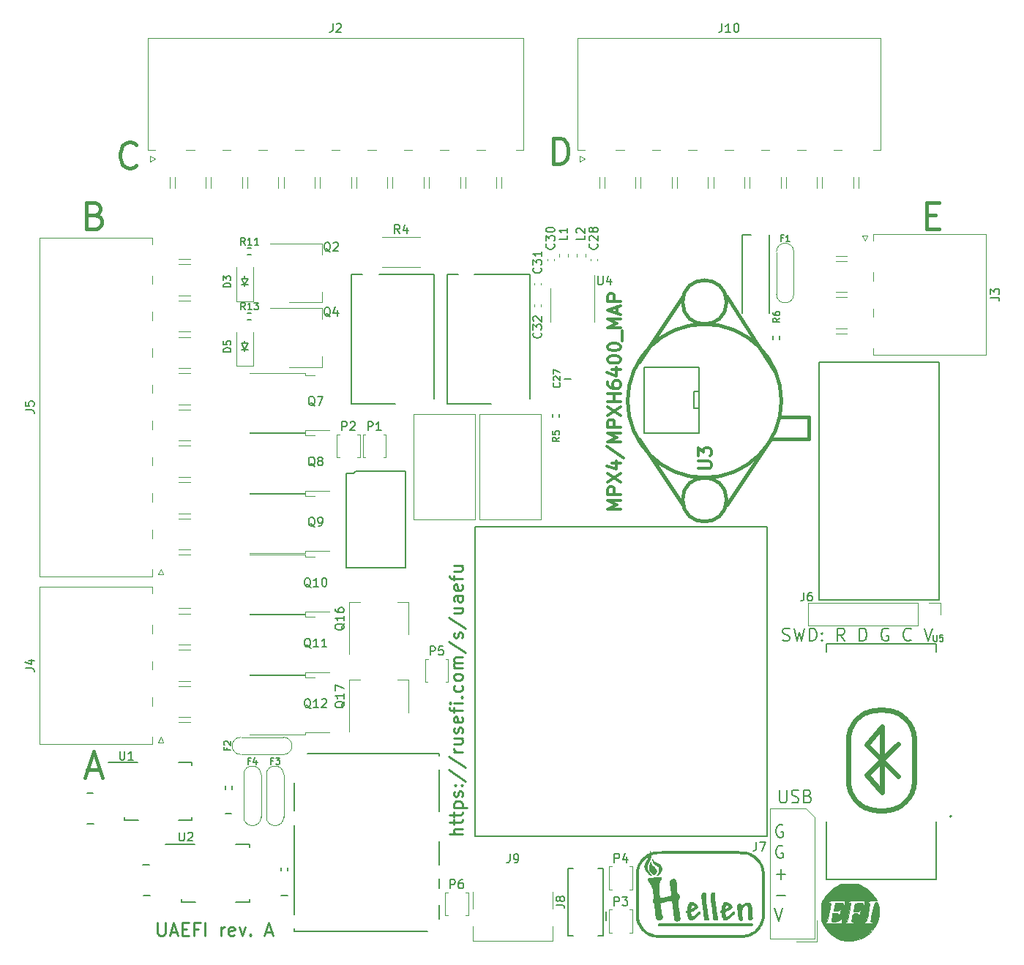
<source format=gto>
G04 #@! TF.GenerationSoftware,KiCad,Pcbnew,7.0.9-7.0.9~ubuntu22.04.1*
G04 #@! TF.CreationDate,2023-12-02T09:09:58+00:00*
G04 #@! TF.ProjectId,uaefi,75616566-692e-46b6-9963-61645f706362,rev?*
G04 #@! TF.SameCoordinates,Original*
G04 #@! TF.FileFunction,Legend,Top*
G04 #@! TF.FilePolarity,Positive*
%FSLAX46Y46*%
G04 Gerber Fmt 4.6, Leading zero omitted, Abs format (unit mm)*
G04 Created by KiCad (PCBNEW 7.0.9-7.0.9~ubuntu22.04.1) date 2023-12-02 09:09:58*
%MOMM*%
%LPD*%
G01*
G04 APERTURE LIST*
%ADD10C,0.450000*%
%ADD11C,0.200000*%
%ADD12C,0.250000*%
%ADD13C,0.150000*%
%ADD14C,0.170000*%
%ADD15C,0.127000*%
%ADD16C,0.304800*%
%ADD17C,0.120000*%
%ADD18C,0.203200*%
%ADD19C,0.631031*%
%ADD20C,0.002540*%
%ADD21C,0.381000*%
G04 APERTURE END LIST*
D10*
X1714285Y84206972D02*
X2142857Y84064115D01*
X2142857Y84064115D02*
X2285714Y83921258D01*
X2285714Y83921258D02*
X2428571Y83635543D01*
X2428571Y83635543D02*
X2428571Y83206972D01*
X2428571Y83206972D02*
X2285714Y82921258D01*
X2285714Y82921258D02*
X2142857Y82778400D01*
X2142857Y82778400D02*
X1857142Y82635543D01*
X1857142Y82635543D02*
X714285Y82635543D01*
X714285Y82635543D02*
X714285Y85635543D01*
X714285Y85635543D02*
X1714285Y85635543D01*
X1714285Y85635543D02*
X2000000Y85492686D01*
X2000000Y85492686D02*
X2142857Y85349829D01*
X2142857Y85349829D02*
X2285714Y85064115D01*
X2285714Y85064115D02*
X2285714Y84778400D01*
X2285714Y84778400D02*
X2142857Y84492686D01*
X2142857Y84492686D02*
X2000000Y84349829D01*
X2000000Y84349829D02*
X1714285Y84206972D01*
X1714285Y84206972D02*
X714285Y84206972D01*
D11*
X81234349Y13603280D02*
X81101016Y13674709D01*
X81101016Y13674709D02*
X80901016Y13674709D01*
X80901016Y13674709D02*
X80701016Y13603280D01*
X80701016Y13603280D02*
X80567683Y13460423D01*
X80567683Y13460423D02*
X80501016Y13317566D01*
X80501016Y13317566D02*
X80434349Y13031852D01*
X80434349Y13031852D02*
X80434349Y12817566D01*
X80434349Y12817566D02*
X80501016Y12531852D01*
X80501016Y12531852D02*
X80567683Y12388995D01*
X80567683Y12388995D02*
X80701016Y12246137D01*
X80701016Y12246137D02*
X80901016Y12174709D01*
X80901016Y12174709D02*
X81034349Y12174709D01*
X81034349Y12174709D02*
X81234349Y12246137D01*
X81234349Y12246137D02*
X81301016Y12317566D01*
X81301016Y12317566D02*
X81301016Y12817566D01*
X81301016Y12817566D02*
X81034349Y12817566D01*
X81234349Y11188280D02*
X81101016Y11259709D01*
X81101016Y11259709D02*
X80901016Y11259709D01*
X80901016Y11259709D02*
X80701016Y11188280D01*
X80701016Y11188280D02*
X80567683Y11045423D01*
X80567683Y11045423D02*
X80501016Y10902566D01*
X80501016Y10902566D02*
X80434349Y10616852D01*
X80434349Y10616852D02*
X80434349Y10402566D01*
X80434349Y10402566D02*
X80501016Y10116852D01*
X80501016Y10116852D02*
X80567683Y9973995D01*
X80567683Y9973995D02*
X80701016Y9831137D01*
X80701016Y9831137D02*
X80901016Y9759709D01*
X80901016Y9759709D02*
X81034349Y9759709D01*
X81034349Y9759709D02*
X81234349Y9831137D01*
X81234349Y9831137D02*
X81301016Y9902566D01*
X81301016Y9902566D02*
X81301016Y10402566D01*
X81301016Y10402566D02*
X81034349Y10402566D01*
X80501016Y7916137D02*
X81567683Y7916137D01*
X81034349Y7344709D02*
X81034349Y8487566D01*
X80501016Y5501137D02*
X81567683Y5501137D01*
X80301016Y4014709D02*
X80767683Y2514709D01*
X80767683Y2514709D02*
X81234349Y4014709D01*
D10*
X785714Y19992686D02*
X2214286Y19992686D01*
X500000Y19135543D02*
X1500000Y22135543D01*
X1500000Y22135543D02*
X2500000Y19135543D01*
D11*
X81212769Y34974476D02*
X81419912Y34903048D01*
X81419912Y34903048D02*
X81765150Y34903048D01*
X81765150Y34903048D02*
X81903245Y34974476D01*
X81903245Y34974476D02*
X81972293Y35045905D01*
X81972293Y35045905D02*
X82041340Y35188762D01*
X82041340Y35188762D02*
X82041340Y35331619D01*
X82041340Y35331619D02*
X81972293Y35474476D01*
X81972293Y35474476D02*
X81903245Y35545905D01*
X81903245Y35545905D02*
X81765150Y35617334D01*
X81765150Y35617334D02*
X81488959Y35688762D01*
X81488959Y35688762D02*
X81350864Y35760191D01*
X81350864Y35760191D02*
X81281817Y35831619D01*
X81281817Y35831619D02*
X81212769Y35974476D01*
X81212769Y35974476D02*
X81212769Y36117334D01*
X81212769Y36117334D02*
X81281817Y36260191D01*
X81281817Y36260191D02*
X81350864Y36331619D01*
X81350864Y36331619D02*
X81488959Y36403048D01*
X81488959Y36403048D02*
X81834198Y36403048D01*
X81834198Y36403048D02*
X82041340Y36331619D01*
X82524673Y36403048D02*
X82869911Y34903048D01*
X82869911Y34903048D02*
X83146102Y35974476D01*
X83146102Y35974476D02*
X83422292Y34903048D01*
X83422292Y34903048D02*
X83767531Y36403048D01*
X84319912Y34903048D02*
X84319912Y36403048D01*
X84319912Y36403048D02*
X84665150Y36403048D01*
X84665150Y36403048D02*
X84872293Y36331619D01*
X84872293Y36331619D02*
X85010388Y36188762D01*
X85010388Y36188762D02*
X85079435Y36045905D01*
X85079435Y36045905D02*
X85148483Y35760191D01*
X85148483Y35760191D02*
X85148483Y35545905D01*
X85148483Y35545905D02*
X85079435Y35260191D01*
X85079435Y35260191D02*
X85010388Y35117334D01*
X85010388Y35117334D02*
X84872293Y34974476D01*
X84872293Y34974476D02*
X84665150Y34903048D01*
X84665150Y34903048D02*
X84319912Y34903048D01*
X85769912Y35045905D02*
X85838959Y34974476D01*
X85838959Y34974476D02*
X85769912Y34903048D01*
X85769912Y34903048D02*
X85700864Y34974476D01*
X85700864Y34974476D02*
X85769912Y35045905D01*
X85769912Y35045905D02*
X85769912Y34903048D01*
X85769912Y35831619D02*
X85838959Y35760191D01*
X85838959Y35760191D02*
X85769912Y35688762D01*
X85769912Y35688762D02*
X85700864Y35760191D01*
X85700864Y35760191D02*
X85769912Y35831619D01*
X85769912Y35831619D02*
X85769912Y35688762D01*
X88393721Y34903048D02*
X87910388Y35617334D01*
X87565150Y34903048D02*
X87565150Y36403048D01*
X87565150Y36403048D02*
X88117531Y36403048D01*
X88117531Y36403048D02*
X88255626Y36331619D01*
X88255626Y36331619D02*
X88324673Y36260191D01*
X88324673Y36260191D02*
X88393721Y36117334D01*
X88393721Y36117334D02*
X88393721Y35903048D01*
X88393721Y35903048D02*
X88324673Y35760191D01*
X88324673Y35760191D02*
X88255626Y35688762D01*
X88255626Y35688762D02*
X88117531Y35617334D01*
X88117531Y35617334D02*
X87565150Y35617334D01*
X90119912Y34903048D02*
X90119912Y36403048D01*
X90119912Y36403048D02*
X90465150Y36403048D01*
X90465150Y36403048D02*
X90672293Y36331619D01*
X90672293Y36331619D02*
X90810388Y36188762D01*
X90810388Y36188762D02*
X90879435Y36045905D01*
X90879435Y36045905D02*
X90948483Y35760191D01*
X90948483Y35760191D02*
X90948483Y35545905D01*
X90948483Y35545905D02*
X90879435Y35260191D01*
X90879435Y35260191D02*
X90810388Y35117334D01*
X90810388Y35117334D02*
X90672293Y34974476D01*
X90672293Y34974476D02*
X90465150Y34903048D01*
X90465150Y34903048D02*
X90119912Y34903048D01*
X93434197Y36331619D02*
X93296102Y36403048D01*
X93296102Y36403048D02*
X93088959Y36403048D01*
X93088959Y36403048D02*
X92881816Y36331619D01*
X92881816Y36331619D02*
X92743721Y36188762D01*
X92743721Y36188762D02*
X92674674Y36045905D01*
X92674674Y36045905D02*
X92605626Y35760191D01*
X92605626Y35760191D02*
X92605626Y35545905D01*
X92605626Y35545905D02*
X92674674Y35260191D01*
X92674674Y35260191D02*
X92743721Y35117334D01*
X92743721Y35117334D02*
X92881816Y34974476D01*
X92881816Y34974476D02*
X93088959Y34903048D01*
X93088959Y34903048D02*
X93227055Y34903048D01*
X93227055Y34903048D02*
X93434197Y34974476D01*
X93434197Y34974476D02*
X93503245Y35045905D01*
X93503245Y35045905D02*
X93503245Y35545905D01*
X93503245Y35545905D02*
X93227055Y35545905D01*
X96058007Y35045905D02*
X95988959Y34974476D01*
X95988959Y34974476D02*
X95781817Y34903048D01*
X95781817Y34903048D02*
X95643721Y34903048D01*
X95643721Y34903048D02*
X95436578Y34974476D01*
X95436578Y34974476D02*
X95298483Y35117334D01*
X95298483Y35117334D02*
X95229436Y35260191D01*
X95229436Y35260191D02*
X95160388Y35545905D01*
X95160388Y35545905D02*
X95160388Y35760191D01*
X95160388Y35760191D02*
X95229436Y36045905D01*
X95229436Y36045905D02*
X95298483Y36188762D01*
X95298483Y36188762D02*
X95436578Y36331619D01*
X95436578Y36331619D02*
X95643721Y36403048D01*
X95643721Y36403048D02*
X95781817Y36403048D01*
X95781817Y36403048D02*
X95988959Y36331619D01*
X95988959Y36331619D02*
X96058007Y36260191D01*
X97577055Y36403048D02*
X98060388Y34903048D01*
X98060388Y34903048D02*
X98543721Y36403048D01*
X80868754Y17687104D02*
X80868754Y16472818D01*
X80868754Y16472818D02*
X80935421Y16329961D01*
X80935421Y16329961D02*
X81002087Y16258532D01*
X81002087Y16258532D02*
X81135421Y16187104D01*
X81135421Y16187104D02*
X81402087Y16187104D01*
X81402087Y16187104D02*
X81535421Y16258532D01*
X81535421Y16258532D02*
X81602087Y16329961D01*
X81602087Y16329961D02*
X81668754Y16472818D01*
X81668754Y16472818D02*
X81668754Y17687104D01*
X82268754Y16258532D02*
X82468754Y16187104D01*
X82468754Y16187104D02*
X82802088Y16187104D01*
X82802088Y16187104D02*
X82935421Y16258532D01*
X82935421Y16258532D02*
X83002088Y16329961D01*
X83002088Y16329961D02*
X83068754Y16472818D01*
X83068754Y16472818D02*
X83068754Y16615675D01*
X83068754Y16615675D02*
X83002088Y16758532D01*
X83002088Y16758532D02*
X82935421Y16829961D01*
X82935421Y16829961D02*
X82802088Y16901390D01*
X82802088Y16901390D02*
X82535421Y16972818D01*
X82535421Y16972818D02*
X82402088Y17044247D01*
X82402088Y17044247D02*
X82335421Y17115675D01*
X82335421Y17115675D02*
X82268754Y17258532D01*
X82268754Y17258532D02*
X82268754Y17401390D01*
X82268754Y17401390D02*
X82335421Y17544247D01*
X82335421Y17544247D02*
X82402088Y17615675D01*
X82402088Y17615675D02*
X82535421Y17687104D01*
X82535421Y17687104D02*
X82868754Y17687104D01*
X82868754Y17687104D02*
X83068754Y17615675D01*
X84135421Y16972818D02*
X84335421Y16901390D01*
X84335421Y16901390D02*
X84402087Y16829961D01*
X84402087Y16829961D02*
X84468754Y16687104D01*
X84468754Y16687104D02*
X84468754Y16472818D01*
X84468754Y16472818D02*
X84402087Y16329961D01*
X84402087Y16329961D02*
X84335421Y16258532D01*
X84335421Y16258532D02*
X84202087Y16187104D01*
X84202087Y16187104D02*
X83668754Y16187104D01*
X83668754Y16187104D02*
X83668754Y17687104D01*
X83668754Y17687104D02*
X84135421Y17687104D01*
X84135421Y17687104D02*
X84268754Y17615675D01*
X84268754Y17615675D02*
X84335421Y17544247D01*
X84335421Y17544247D02*
X84402087Y17401390D01*
X84402087Y17401390D02*
X84402087Y17258532D01*
X84402087Y17258532D02*
X84335421Y17115675D01*
X84335421Y17115675D02*
X84268754Y17044247D01*
X84268754Y17044247D02*
X84135421Y16972818D01*
X84135421Y16972818D02*
X83668754Y16972818D01*
D12*
X44180928Y12564284D02*
X42680928Y12564284D01*
X44180928Y13207141D02*
X43395214Y13207141D01*
X43395214Y13207141D02*
X43252357Y13135713D01*
X43252357Y13135713D02*
X43180928Y12992856D01*
X43180928Y12992856D02*
X43180928Y12778570D01*
X43180928Y12778570D02*
X43252357Y12635713D01*
X43252357Y12635713D02*
X43323785Y12564284D01*
X43180928Y13707142D02*
X43180928Y14278570D01*
X42680928Y13921427D02*
X43966642Y13921427D01*
X43966642Y13921427D02*
X44109500Y13992856D01*
X44109500Y13992856D02*
X44180928Y14135713D01*
X44180928Y14135713D02*
X44180928Y14278570D01*
X43180928Y14564285D02*
X43180928Y15135713D01*
X42680928Y14778570D02*
X43966642Y14778570D01*
X43966642Y14778570D02*
X44109500Y14849999D01*
X44109500Y14849999D02*
X44180928Y14992856D01*
X44180928Y14992856D02*
X44180928Y15135713D01*
X43180928Y15635713D02*
X44680928Y15635713D01*
X43252357Y15635713D02*
X43180928Y15778570D01*
X43180928Y15778570D02*
X43180928Y16064285D01*
X43180928Y16064285D02*
X43252357Y16207142D01*
X43252357Y16207142D02*
X43323785Y16278570D01*
X43323785Y16278570D02*
X43466642Y16349999D01*
X43466642Y16349999D02*
X43895214Y16349999D01*
X43895214Y16349999D02*
X44038071Y16278570D01*
X44038071Y16278570D02*
X44109500Y16207142D01*
X44109500Y16207142D02*
X44180928Y16064285D01*
X44180928Y16064285D02*
X44180928Y15778570D01*
X44180928Y15778570D02*
X44109500Y15635713D01*
X44109500Y16921428D02*
X44180928Y17064285D01*
X44180928Y17064285D02*
X44180928Y17349999D01*
X44180928Y17349999D02*
X44109500Y17492856D01*
X44109500Y17492856D02*
X43966642Y17564285D01*
X43966642Y17564285D02*
X43895214Y17564285D01*
X43895214Y17564285D02*
X43752357Y17492856D01*
X43752357Y17492856D02*
X43680928Y17349999D01*
X43680928Y17349999D02*
X43680928Y17135713D01*
X43680928Y17135713D02*
X43609500Y16992856D01*
X43609500Y16992856D02*
X43466642Y16921428D01*
X43466642Y16921428D02*
X43395214Y16921428D01*
X43395214Y16921428D02*
X43252357Y16992856D01*
X43252357Y16992856D02*
X43180928Y17135713D01*
X43180928Y17135713D02*
X43180928Y17349999D01*
X43180928Y17349999D02*
X43252357Y17492856D01*
X44038071Y18207142D02*
X44109500Y18278571D01*
X44109500Y18278571D02*
X44180928Y18207142D01*
X44180928Y18207142D02*
X44109500Y18135714D01*
X44109500Y18135714D02*
X44038071Y18207142D01*
X44038071Y18207142D02*
X44180928Y18207142D01*
X43252357Y18207142D02*
X43323785Y18278571D01*
X43323785Y18278571D02*
X43395214Y18207142D01*
X43395214Y18207142D02*
X43323785Y18135714D01*
X43323785Y18135714D02*
X43252357Y18207142D01*
X43252357Y18207142D02*
X43395214Y18207142D01*
X42609500Y19992857D02*
X44538071Y18707143D01*
X42609500Y21564286D02*
X44538071Y20278572D01*
X44180928Y22064286D02*
X43180928Y22064286D01*
X43466642Y22064286D02*
X43323785Y22135715D01*
X43323785Y22135715D02*
X43252357Y22207143D01*
X43252357Y22207143D02*
X43180928Y22350001D01*
X43180928Y22350001D02*
X43180928Y22492858D01*
X43180928Y23635714D02*
X44180928Y23635714D01*
X43180928Y22992857D02*
X43966642Y22992857D01*
X43966642Y22992857D02*
X44109500Y23064286D01*
X44109500Y23064286D02*
X44180928Y23207143D01*
X44180928Y23207143D02*
X44180928Y23421429D01*
X44180928Y23421429D02*
X44109500Y23564286D01*
X44109500Y23564286D02*
X44038071Y23635714D01*
X44109500Y24278572D02*
X44180928Y24421429D01*
X44180928Y24421429D02*
X44180928Y24707143D01*
X44180928Y24707143D02*
X44109500Y24850000D01*
X44109500Y24850000D02*
X43966642Y24921429D01*
X43966642Y24921429D02*
X43895214Y24921429D01*
X43895214Y24921429D02*
X43752357Y24850000D01*
X43752357Y24850000D02*
X43680928Y24707143D01*
X43680928Y24707143D02*
X43680928Y24492857D01*
X43680928Y24492857D02*
X43609500Y24350000D01*
X43609500Y24350000D02*
X43466642Y24278572D01*
X43466642Y24278572D02*
X43395214Y24278572D01*
X43395214Y24278572D02*
X43252357Y24350000D01*
X43252357Y24350000D02*
X43180928Y24492857D01*
X43180928Y24492857D02*
X43180928Y24707143D01*
X43180928Y24707143D02*
X43252357Y24850000D01*
X44109500Y26135715D02*
X44180928Y25992858D01*
X44180928Y25992858D02*
X44180928Y25707143D01*
X44180928Y25707143D02*
X44109500Y25564286D01*
X44109500Y25564286D02*
X43966642Y25492858D01*
X43966642Y25492858D02*
X43395214Y25492858D01*
X43395214Y25492858D02*
X43252357Y25564286D01*
X43252357Y25564286D02*
X43180928Y25707143D01*
X43180928Y25707143D02*
X43180928Y25992858D01*
X43180928Y25992858D02*
X43252357Y26135715D01*
X43252357Y26135715D02*
X43395214Y26207143D01*
X43395214Y26207143D02*
X43538071Y26207143D01*
X43538071Y26207143D02*
X43680928Y25492858D01*
X43180928Y26635715D02*
X43180928Y27207143D01*
X44180928Y26850000D02*
X42895214Y26850000D01*
X42895214Y26850000D02*
X42752357Y26921429D01*
X42752357Y26921429D02*
X42680928Y27064286D01*
X42680928Y27064286D02*
X42680928Y27207143D01*
X44180928Y27707143D02*
X43180928Y27707143D01*
X42680928Y27707143D02*
X42752357Y27635715D01*
X42752357Y27635715D02*
X42823785Y27707143D01*
X42823785Y27707143D02*
X42752357Y27778572D01*
X42752357Y27778572D02*
X42680928Y27707143D01*
X42680928Y27707143D02*
X42823785Y27707143D01*
X44038071Y28421429D02*
X44109500Y28492858D01*
X44109500Y28492858D02*
X44180928Y28421429D01*
X44180928Y28421429D02*
X44109500Y28350001D01*
X44109500Y28350001D02*
X44038071Y28421429D01*
X44038071Y28421429D02*
X44180928Y28421429D01*
X44109500Y29778572D02*
X44180928Y29635715D01*
X44180928Y29635715D02*
X44180928Y29350001D01*
X44180928Y29350001D02*
X44109500Y29207144D01*
X44109500Y29207144D02*
X44038071Y29135715D01*
X44038071Y29135715D02*
X43895214Y29064287D01*
X43895214Y29064287D02*
X43466642Y29064287D01*
X43466642Y29064287D02*
X43323785Y29135715D01*
X43323785Y29135715D02*
X43252357Y29207144D01*
X43252357Y29207144D02*
X43180928Y29350001D01*
X43180928Y29350001D02*
X43180928Y29635715D01*
X43180928Y29635715D02*
X43252357Y29778572D01*
X44180928Y30635715D02*
X44109500Y30492858D01*
X44109500Y30492858D02*
X44038071Y30421429D01*
X44038071Y30421429D02*
X43895214Y30350001D01*
X43895214Y30350001D02*
X43466642Y30350001D01*
X43466642Y30350001D02*
X43323785Y30421429D01*
X43323785Y30421429D02*
X43252357Y30492858D01*
X43252357Y30492858D02*
X43180928Y30635715D01*
X43180928Y30635715D02*
X43180928Y30850001D01*
X43180928Y30850001D02*
X43252357Y30992858D01*
X43252357Y30992858D02*
X43323785Y31064286D01*
X43323785Y31064286D02*
X43466642Y31135715D01*
X43466642Y31135715D02*
X43895214Y31135715D01*
X43895214Y31135715D02*
X44038071Y31064286D01*
X44038071Y31064286D02*
X44109500Y30992858D01*
X44109500Y30992858D02*
X44180928Y30850001D01*
X44180928Y30850001D02*
X44180928Y30635715D01*
X44180928Y31778572D02*
X43180928Y31778572D01*
X43323785Y31778572D02*
X43252357Y31850001D01*
X43252357Y31850001D02*
X43180928Y31992858D01*
X43180928Y31992858D02*
X43180928Y32207144D01*
X43180928Y32207144D02*
X43252357Y32350001D01*
X43252357Y32350001D02*
X43395214Y32421429D01*
X43395214Y32421429D02*
X44180928Y32421429D01*
X43395214Y32421429D02*
X43252357Y32492858D01*
X43252357Y32492858D02*
X43180928Y32635715D01*
X43180928Y32635715D02*
X43180928Y32850001D01*
X43180928Y32850001D02*
X43252357Y32992858D01*
X43252357Y32992858D02*
X43395214Y33064287D01*
X43395214Y33064287D02*
X44180928Y33064287D01*
X42609500Y34850001D02*
X44538071Y33564287D01*
X44109500Y35278573D02*
X44180928Y35421430D01*
X44180928Y35421430D02*
X44180928Y35707144D01*
X44180928Y35707144D02*
X44109500Y35850001D01*
X44109500Y35850001D02*
X43966642Y35921430D01*
X43966642Y35921430D02*
X43895214Y35921430D01*
X43895214Y35921430D02*
X43752357Y35850001D01*
X43752357Y35850001D02*
X43680928Y35707144D01*
X43680928Y35707144D02*
X43680928Y35492858D01*
X43680928Y35492858D02*
X43609500Y35350001D01*
X43609500Y35350001D02*
X43466642Y35278573D01*
X43466642Y35278573D02*
X43395214Y35278573D01*
X43395214Y35278573D02*
X43252357Y35350001D01*
X43252357Y35350001D02*
X43180928Y35492858D01*
X43180928Y35492858D02*
X43180928Y35707144D01*
X43180928Y35707144D02*
X43252357Y35850001D01*
X42609500Y37635716D02*
X44538071Y36350002D01*
X43180928Y38778573D02*
X44180928Y38778573D01*
X43180928Y38135716D02*
X43966642Y38135716D01*
X43966642Y38135716D02*
X44109500Y38207145D01*
X44109500Y38207145D02*
X44180928Y38350002D01*
X44180928Y38350002D02*
X44180928Y38564288D01*
X44180928Y38564288D02*
X44109500Y38707145D01*
X44109500Y38707145D02*
X44038071Y38778573D01*
X44180928Y40135716D02*
X43395214Y40135716D01*
X43395214Y40135716D02*
X43252357Y40064288D01*
X43252357Y40064288D02*
X43180928Y39921431D01*
X43180928Y39921431D02*
X43180928Y39635716D01*
X43180928Y39635716D02*
X43252357Y39492859D01*
X44109500Y40135716D02*
X44180928Y39992859D01*
X44180928Y39992859D02*
X44180928Y39635716D01*
X44180928Y39635716D02*
X44109500Y39492859D01*
X44109500Y39492859D02*
X43966642Y39421431D01*
X43966642Y39421431D02*
X43823785Y39421431D01*
X43823785Y39421431D02*
X43680928Y39492859D01*
X43680928Y39492859D02*
X43609500Y39635716D01*
X43609500Y39635716D02*
X43609500Y39992859D01*
X43609500Y39992859D02*
X43538071Y40135716D01*
X44109500Y41421431D02*
X44180928Y41278574D01*
X44180928Y41278574D02*
X44180928Y40992859D01*
X44180928Y40992859D02*
X44109500Y40850002D01*
X44109500Y40850002D02*
X43966642Y40778574D01*
X43966642Y40778574D02*
X43395214Y40778574D01*
X43395214Y40778574D02*
X43252357Y40850002D01*
X43252357Y40850002D02*
X43180928Y40992859D01*
X43180928Y40992859D02*
X43180928Y41278574D01*
X43180928Y41278574D02*
X43252357Y41421431D01*
X43252357Y41421431D02*
X43395214Y41492859D01*
X43395214Y41492859D02*
X43538071Y41492859D01*
X43538071Y41492859D02*
X43680928Y40778574D01*
X43180928Y41921431D02*
X43180928Y42492859D01*
X44180928Y42135716D02*
X42895214Y42135716D01*
X42895214Y42135716D02*
X42752357Y42207145D01*
X42752357Y42207145D02*
X42680928Y42350002D01*
X42680928Y42350002D02*
X42680928Y42492859D01*
X43180928Y43635716D02*
X44180928Y43635716D01*
X43180928Y42992859D02*
X43966642Y42992859D01*
X43966642Y42992859D02*
X44109500Y43064288D01*
X44109500Y43064288D02*
X44180928Y43207145D01*
X44180928Y43207145D02*
X44180928Y43421431D01*
X44180928Y43421431D02*
X44109500Y43564288D01*
X44109500Y43564288D02*
X44038071Y43635716D01*
X8928571Y2319072D02*
X8928571Y1104786D01*
X8928571Y1104786D02*
X9000000Y961929D01*
X9000000Y961929D02*
X9071429Y890500D01*
X9071429Y890500D02*
X9214286Y819072D01*
X9214286Y819072D02*
X9500000Y819072D01*
X9500000Y819072D02*
X9642857Y890500D01*
X9642857Y890500D02*
X9714286Y961929D01*
X9714286Y961929D02*
X9785714Y1104786D01*
X9785714Y1104786D02*
X9785714Y2319072D01*
X10428572Y1247643D02*
X11142858Y1247643D01*
X10285715Y819072D02*
X10785715Y2319072D01*
X10785715Y2319072D02*
X11285715Y819072D01*
X11785714Y1604786D02*
X12285714Y1604786D01*
X12500000Y819072D02*
X11785714Y819072D01*
X11785714Y819072D02*
X11785714Y2319072D01*
X11785714Y2319072D02*
X12500000Y2319072D01*
X13642857Y1604786D02*
X13142857Y1604786D01*
X13142857Y819072D02*
X13142857Y2319072D01*
X13142857Y2319072D02*
X13857143Y2319072D01*
X14428571Y819072D02*
X14428571Y2319072D01*
X16285714Y819072D02*
X16285714Y1819072D01*
X16285714Y1533358D02*
X16357143Y1676215D01*
X16357143Y1676215D02*
X16428572Y1747643D01*
X16428572Y1747643D02*
X16571429Y1819072D01*
X16571429Y1819072D02*
X16714286Y1819072D01*
X17785714Y890500D02*
X17642857Y819072D01*
X17642857Y819072D02*
X17357143Y819072D01*
X17357143Y819072D02*
X17214285Y890500D01*
X17214285Y890500D02*
X17142857Y1033358D01*
X17142857Y1033358D02*
X17142857Y1604786D01*
X17142857Y1604786D02*
X17214285Y1747643D01*
X17214285Y1747643D02*
X17357143Y1819072D01*
X17357143Y1819072D02*
X17642857Y1819072D01*
X17642857Y1819072D02*
X17785714Y1747643D01*
X17785714Y1747643D02*
X17857143Y1604786D01*
X17857143Y1604786D02*
X17857143Y1461929D01*
X17857143Y1461929D02*
X17142857Y1319072D01*
X18357142Y1819072D02*
X18714285Y819072D01*
X18714285Y819072D02*
X19071428Y1819072D01*
X19642856Y961929D02*
X19714285Y890500D01*
X19714285Y890500D02*
X19642856Y819072D01*
X19642856Y819072D02*
X19571428Y890500D01*
X19571428Y890500D02*
X19642856Y961929D01*
X19642856Y961929D02*
X19642856Y819072D01*
X21428571Y1247643D02*
X22142857Y1247643D01*
X21285714Y819072D02*
X21785714Y2319072D01*
X21785714Y2319072D02*
X22285714Y819072D01*
D10*
X97857142Y84206972D02*
X98857142Y84206972D01*
X99285714Y82635543D02*
X97857142Y82635543D01*
X97857142Y82635543D02*
X97857142Y85635543D01*
X97857142Y85635543D02*
X99285714Y85635543D01*
X6428571Y89921258D02*
X6285714Y89778400D01*
X6285714Y89778400D02*
X5857142Y89635543D01*
X5857142Y89635543D02*
X5571428Y89635543D01*
X5571428Y89635543D02*
X5142857Y89778400D01*
X5142857Y89778400D02*
X4857142Y90064115D01*
X4857142Y90064115D02*
X4714285Y90349829D01*
X4714285Y90349829D02*
X4571428Y90921258D01*
X4571428Y90921258D02*
X4571428Y91349829D01*
X4571428Y91349829D02*
X4714285Y91921258D01*
X4714285Y91921258D02*
X4857142Y92206972D01*
X4857142Y92206972D02*
X5142857Y92492686D01*
X5142857Y92492686D02*
X5571428Y92635543D01*
X5571428Y92635543D02*
X5857142Y92635543D01*
X5857142Y92635543D02*
X6285714Y92492686D01*
X6285714Y92492686D02*
X6428571Y92349829D01*
X54714285Y90135543D02*
X54714285Y93135543D01*
X54714285Y93135543D02*
X55428571Y93135543D01*
X55428571Y93135543D02*
X55857142Y92992686D01*
X55857142Y92992686D02*
X56142857Y92706972D01*
X56142857Y92706972D02*
X56285714Y92421258D01*
X56285714Y92421258D02*
X56428571Y91849829D01*
X56428571Y91849829D02*
X56428571Y91421258D01*
X56428571Y91421258D02*
X56285714Y90849829D01*
X56285714Y90849829D02*
X56142857Y90564115D01*
X56142857Y90564115D02*
X55857142Y90278400D01*
X55857142Y90278400D02*
X55428571Y90135543D01*
X55428571Y90135543D02*
X54714285Y90135543D01*
D13*
X26628571Y41119943D02*
X26533333Y41167562D01*
X26533333Y41167562D02*
X26438095Y41262800D01*
X26438095Y41262800D02*
X26295238Y41405658D01*
X26295238Y41405658D02*
X26200000Y41453277D01*
X26200000Y41453277D02*
X26104762Y41453277D01*
X26152381Y41215181D02*
X26057143Y41262800D01*
X26057143Y41262800D02*
X25961905Y41358039D01*
X25961905Y41358039D02*
X25914286Y41548515D01*
X25914286Y41548515D02*
X25914286Y41881848D01*
X25914286Y41881848D02*
X25961905Y42072324D01*
X25961905Y42072324D02*
X26057143Y42167562D01*
X26057143Y42167562D02*
X26152381Y42215181D01*
X26152381Y42215181D02*
X26342857Y42215181D01*
X26342857Y42215181D02*
X26438095Y42167562D01*
X26438095Y42167562D02*
X26533333Y42072324D01*
X26533333Y42072324D02*
X26580952Y41881848D01*
X26580952Y41881848D02*
X26580952Y41548515D01*
X26580952Y41548515D02*
X26533333Y41358039D01*
X26533333Y41358039D02*
X26438095Y41262800D01*
X26438095Y41262800D02*
X26342857Y41215181D01*
X26342857Y41215181D02*
X26152381Y41215181D01*
X27533333Y41215181D02*
X26961905Y41215181D01*
X27247619Y41215181D02*
X27247619Y42215181D01*
X27247619Y42215181D02*
X27152381Y42072324D01*
X27152381Y42072324D02*
X27057143Y41977086D01*
X27057143Y41977086D02*
X26961905Y41929467D01*
X28152381Y42215181D02*
X28247619Y42215181D01*
X28247619Y42215181D02*
X28342857Y42167562D01*
X28342857Y42167562D02*
X28390476Y42119943D01*
X28390476Y42119943D02*
X28438095Y42024705D01*
X28438095Y42024705D02*
X28485714Y41834229D01*
X28485714Y41834229D02*
X28485714Y41596134D01*
X28485714Y41596134D02*
X28438095Y41405658D01*
X28438095Y41405658D02*
X28390476Y41310420D01*
X28390476Y41310420D02*
X28342857Y41262800D01*
X28342857Y41262800D02*
X28247619Y41215181D01*
X28247619Y41215181D02*
X28152381Y41215181D01*
X28152381Y41215181D02*
X28057143Y41262800D01*
X28057143Y41262800D02*
X28009524Y41310420D01*
X28009524Y41310420D02*
X27961905Y41405658D01*
X27961905Y41405658D02*
X27914286Y41596134D01*
X27914286Y41596134D02*
X27914286Y41834229D01*
X27914286Y41834229D02*
X27961905Y42024705D01*
X27961905Y42024705D02*
X28009524Y42119943D01*
X28009524Y42119943D02*
X28057143Y42167562D01*
X28057143Y42167562D02*
X28152381Y42215181D01*
D14*
X55412712Y64775653D02*
X55451760Y64736605D01*
X55451760Y64736605D02*
X55490807Y64619462D01*
X55490807Y64619462D02*
X55490807Y64541367D01*
X55490807Y64541367D02*
X55451760Y64424224D01*
X55451760Y64424224D02*
X55373664Y64346128D01*
X55373664Y64346128D02*
X55295569Y64307081D01*
X55295569Y64307081D02*
X55139378Y64268033D01*
X55139378Y64268033D02*
X55022235Y64268033D01*
X55022235Y64268033D02*
X54866045Y64307081D01*
X54866045Y64307081D02*
X54787949Y64346128D01*
X54787949Y64346128D02*
X54709854Y64424224D01*
X54709854Y64424224D02*
X54670806Y64541367D01*
X54670806Y64541367D02*
X54670806Y64619462D01*
X54670806Y64619462D02*
X54709854Y64736605D01*
X54709854Y64736605D02*
X54748902Y64775653D01*
X54748902Y65088034D02*
X54709854Y65127082D01*
X54709854Y65127082D02*
X54670806Y65205177D01*
X54670806Y65205177D02*
X54670806Y65400415D01*
X54670806Y65400415D02*
X54709854Y65478511D01*
X54709854Y65478511D02*
X54748902Y65517558D01*
X54748902Y65517558D02*
X54826997Y65556606D01*
X54826997Y65556606D02*
X54905092Y65556606D01*
X54905092Y65556606D02*
X55022235Y65517558D01*
X55022235Y65517558D02*
X55490807Y65048986D01*
X55490807Y65048986D02*
X55490807Y65556606D01*
X54670806Y65829939D02*
X54670806Y66376607D01*
X54670806Y66376607D02*
X55490807Y66025178D01*
D13*
X74190476Y106370181D02*
X74190476Y105655896D01*
X74190476Y105655896D02*
X74142857Y105513039D01*
X74142857Y105513039D02*
X74047619Y105417800D01*
X74047619Y105417800D02*
X73904762Y105370181D01*
X73904762Y105370181D02*
X73809524Y105370181D01*
X75190476Y105370181D02*
X74619048Y105370181D01*
X74904762Y105370181D02*
X74904762Y106370181D01*
X74904762Y106370181D02*
X74809524Y106227324D01*
X74809524Y106227324D02*
X74714286Y106132086D01*
X74714286Y106132086D02*
X74619048Y106084467D01*
X75809524Y106370181D02*
X75904762Y106370181D01*
X75904762Y106370181D02*
X76000000Y106322562D01*
X76000000Y106322562D02*
X76047619Y106274943D01*
X76047619Y106274943D02*
X76095238Y106179705D01*
X76095238Y106179705D02*
X76142857Y105989229D01*
X76142857Y105989229D02*
X76142857Y105751134D01*
X76142857Y105751134D02*
X76095238Y105560658D01*
X76095238Y105560658D02*
X76047619Y105465420D01*
X76047619Y105465420D02*
X76000000Y105417800D01*
X76000000Y105417800D02*
X75904762Y105370181D01*
X75904762Y105370181D02*
X75809524Y105370181D01*
X75809524Y105370181D02*
X75714286Y105417800D01*
X75714286Y105417800D02*
X75666667Y105465420D01*
X75666667Y105465420D02*
X75619048Y105560658D01*
X75619048Y105560658D02*
X75571429Y105751134D01*
X75571429Y105751134D02*
X75571429Y105989229D01*
X75571429Y105989229D02*
X75619048Y106179705D01*
X75619048Y106179705D02*
X75666667Y106274943D01*
X75666667Y106274943D02*
X75714286Y106322562D01*
X75714286Y106322562D02*
X75809524Y106370181D01*
X54739580Y80882143D02*
X54787200Y80834524D01*
X54787200Y80834524D02*
X54834819Y80691667D01*
X54834819Y80691667D02*
X54834819Y80596429D01*
X54834819Y80596429D02*
X54787200Y80453572D01*
X54787200Y80453572D02*
X54691961Y80358334D01*
X54691961Y80358334D02*
X54596723Y80310715D01*
X54596723Y80310715D02*
X54406247Y80263096D01*
X54406247Y80263096D02*
X54263390Y80263096D01*
X54263390Y80263096D02*
X54072914Y80310715D01*
X54072914Y80310715D02*
X53977676Y80358334D01*
X53977676Y80358334D02*
X53882438Y80453572D01*
X53882438Y80453572D02*
X53834819Y80596429D01*
X53834819Y80596429D02*
X53834819Y80691667D01*
X53834819Y80691667D02*
X53882438Y80834524D01*
X53882438Y80834524D02*
X53930057Y80882143D01*
X53834819Y81215477D02*
X53834819Y81834524D01*
X53834819Y81834524D02*
X54215771Y81501191D01*
X54215771Y81501191D02*
X54215771Y81644048D01*
X54215771Y81644048D02*
X54263390Y81739286D01*
X54263390Y81739286D02*
X54311009Y81786905D01*
X54311009Y81786905D02*
X54406247Y81834524D01*
X54406247Y81834524D02*
X54644342Y81834524D01*
X54644342Y81834524D02*
X54739580Y81786905D01*
X54739580Y81786905D02*
X54787200Y81739286D01*
X54787200Y81739286D02*
X54834819Y81644048D01*
X54834819Y81644048D02*
X54834819Y81358334D01*
X54834819Y81358334D02*
X54787200Y81263096D01*
X54787200Y81263096D02*
X54739580Y81215477D01*
X53834819Y82453572D02*
X53834819Y82548810D01*
X53834819Y82548810D02*
X53882438Y82644048D01*
X53882438Y82644048D02*
X53930057Y82691667D01*
X53930057Y82691667D02*
X54025295Y82739286D01*
X54025295Y82739286D02*
X54215771Y82786905D01*
X54215771Y82786905D02*
X54453866Y82786905D01*
X54453866Y82786905D02*
X54644342Y82739286D01*
X54644342Y82739286D02*
X54739580Y82691667D01*
X54739580Y82691667D02*
X54787200Y82644048D01*
X54787200Y82644048D02*
X54834819Y82548810D01*
X54834819Y82548810D02*
X54834819Y82453572D01*
X54834819Y82453572D02*
X54787200Y82358334D01*
X54787200Y82358334D02*
X54739580Y82310715D01*
X54739580Y82310715D02*
X54644342Y82263096D01*
X54644342Y82263096D02*
X54453866Y82215477D01*
X54453866Y82215477D02*
X54215771Y82215477D01*
X54215771Y82215477D02*
X54025295Y82263096D01*
X54025295Y82263096D02*
X53930057Y82310715D01*
X53930057Y82310715D02*
X53882438Y82358334D01*
X53882438Y82358334D02*
X53834819Y82453572D01*
X29166666Y106370181D02*
X29166666Y105655896D01*
X29166666Y105655896D02*
X29119047Y105513039D01*
X29119047Y105513039D02*
X29023809Y105417800D01*
X29023809Y105417800D02*
X28880952Y105370181D01*
X28880952Y105370181D02*
X28785714Y105370181D01*
X29595238Y106274943D02*
X29642857Y106322562D01*
X29642857Y106322562D02*
X29738095Y106370181D01*
X29738095Y106370181D02*
X29976190Y106370181D01*
X29976190Y106370181D02*
X30071428Y106322562D01*
X30071428Y106322562D02*
X30119047Y106274943D01*
X30119047Y106274943D02*
X30166666Y106179705D01*
X30166666Y106179705D02*
X30166666Y106084467D01*
X30166666Y106084467D02*
X30119047Y105941610D01*
X30119047Y105941610D02*
X29547619Y105370181D01*
X29547619Y105370181D02*
X30166666Y105370181D01*
X27104761Y62119943D02*
X27009523Y62167562D01*
X27009523Y62167562D02*
X26914285Y62262800D01*
X26914285Y62262800D02*
X26771428Y62405658D01*
X26771428Y62405658D02*
X26676190Y62453277D01*
X26676190Y62453277D02*
X26580952Y62453277D01*
X26628571Y62215181D02*
X26533333Y62262800D01*
X26533333Y62262800D02*
X26438095Y62358039D01*
X26438095Y62358039D02*
X26390476Y62548515D01*
X26390476Y62548515D02*
X26390476Y62881848D01*
X26390476Y62881848D02*
X26438095Y63072324D01*
X26438095Y63072324D02*
X26533333Y63167562D01*
X26533333Y63167562D02*
X26628571Y63215181D01*
X26628571Y63215181D02*
X26819047Y63215181D01*
X26819047Y63215181D02*
X26914285Y63167562D01*
X26914285Y63167562D02*
X27009523Y63072324D01*
X27009523Y63072324D02*
X27057142Y62881848D01*
X27057142Y62881848D02*
X27057142Y62548515D01*
X27057142Y62548515D02*
X27009523Y62358039D01*
X27009523Y62358039D02*
X26914285Y62262800D01*
X26914285Y62262800D02*
X26819047Y62215181D01*
X26819047Y62215181D02*
X26628571Y62215181D01*
X27390476Y63215181D02*
X28057142Y63215181D01*
X28057142Y63215181D02*
X27628571Y62215181D01*
X27104761Y55119943D02*
X27009523Y55167562D01*
X27009523Y55167562D02*
X26914285Y55262800D01*
X26914285Y55262800D02*
X26771428Y55405658D01*
X26771428Y55405658D02*
X26676190Y55453277D01*
X26676190Y55453277D02*
X26580952Y55453277D01*
X26628571Y55215181D02*
X26533333Y55262800D01*
X26533333Y55262800D02*
X26438095Y55358039D01*
X26438095Y55358039D02*
X26390476Y55548515D01*
X26390476Y55548515D02*
X26390476Y55881848D01*
X26390476Y55881848D02*
X26438095Y56072324D01*
X26438095Y56072324D02*
X26533333Y56167562D01*
X26533333Y56167562D02*
X26628571Y56215181D01*
X26628571Y56215181D02*
X26819047Y56215181D01*
X26819047Y56215181D02*
X26914285Y56167562D01*
X26914285Y56167562D02*
X27009523Y56072324D01*
X27009523Y56072324D02*
X27057142Y55881848D01*
X27057142Y55881848D02*
X27057142Y55548515D01*
X27057142Y55548515D02*
X27009523Y55358039D01*
X27009523Y55358039D02*
X26914285Y55262800D01*
X26914285Y55262800D02*
X26819047Y55215181D01*
X26819047Y55215181D02*
X26628571Y55215181D01*
X27628571Y55786610D02*
X27533333Y55834229D01*
X27533333Y55834229D02*
X27485714Y55881848D01*
X27485714Y55881848D02*
X27438095Y55977086D01*
X27438095Y55977086D02*
X27438095Y56024705D01*
X27438095Y56024705D02*
X27485714Y56119943D01*
X27485714Y56119943D02*
X27533333Y56167562D01*
X27533333Y56167562D02*
X27628571Y56215181D01*
X27628571Y56215181D02*
X27819047Y56215181D01*
X27819047Y56215181D02*
X27914285Y56167562D01*
X27914285Y56167562D02*
X27961904Y56119943D01*
X27961904Y56119943D02*
X28009523Y56024705D01*
X28009523Y56024705D02*
X28009523Y55977086D01*
X28009523Y55977086D02*
X27961904Y55881848D01*
X27961904Y55881848D02*
X27914285Y55834229D01*
X27914285Y55834229D02*
X27819047Y55786610D01*
X27819047Y55786610D02*
X27628571Y55786610D01*
X27628571Y55786610D02*
X27533333Y55738991D01*
X27533333Y55738991D02*
X27485714Y55691372D01*
X27485714Y55691372D02*
X27438095Y55596134D01*
X27438095Y55596134D02*
X27438095Y55405658D01*
X27438095Y55405658D02*
X27485714Y55310420D01*
X27485714Y55310420D02*
X27533333Y55262800D01*
X27533333Y55262800D02*
X27628571Y55215181D01*
X27628571Y55215181D02*
X27819047Y55215181D01*
X27819047Y55215181D02*
X27914285Y55262800D01*
X27914285Y55262800D02*
X27961904Y55310420D01*
X27961904Y55310420D02*
X28009523Y55405658D01*
X28009523Y55405658D02*
X28009523Y55596134D01*
X28009523Y55596134D02*
X27961904Y55691372D01*
X27961904Y55691372D02*
X27914285Y55738991D01*
X27914285Y55738991D02*
X27819047Y55786610D01*
X33261905Y59295181D02*
X33261905Y60295181D01*
X33261905Y60295181D02*
X33642857Y60295181D01*
X33642857Y60295181D02*
X33738095Y60247562D01*
X33738095Y60247562D02*
X33785714Y60199943D01*
X33785714Y60199943D02*
X33833333Y60104705D01*
X33833333Y60104705D02*
X33833333Y59961848D01*
X33833333Y59961848D02*
X33785714Y59866610D01*
X33785714Y59866610D02*
X33738095Y59818991D01*
X33738095Y59818991D02*
X33642857Y59771372D01*
X33642857Y59771372D02*
X33261905Y59771372D01*
X34785714Y59295181D02*
X34214286Y59295181D01*
X34500000Y59295181D02*
X34500000Y60295181D01*
X34500000Y60295181D02*
X34404762Y60152324D01*
X34404762Y60152324D02*
X34309524Y60057086D01*
X34309524Y60057086D02*
X34214286Y60009467D01*
X28904761Y79949943D02*
X28809523Y79997562D01*
X28809523Y79997562D02*
X28714285Y80092800D01*
X28714285Y80092800D02*
X28571428Y80235658D01*
X28571428Y80235658D02*
X28476190Y80283277D01*
X28476190Y80283277D02*
X28380952Y80283277D01*
X28428571Y80045181D02*
X28333333Y80092800D01*
X28333333Y80092800D02*
X28238095Y80188039D01*
X28238095Y80188039D02*
X28190476Y80378515D01*
X28190476Y80378515D02*
X28190476Y80711848D01*
X28190476Y80711848D02*
X28238095Y80902324D01*
X28238095Y80902324D02*
X28333333Y80997562D01*
X28333333Y80997562D02*
X28428571Y81045181D01*
X28428571Y81045181D02*
X28619047Y81045181D01*
X28619047Y81045181D02*
X28714285Y80997562D01*
X28714285Y80997562D02*
X28809523Y80902324D01*
X28809523Y80902324D02*
X28857142Y80711848D01*
X28857142Y80711848D02*
X28857142Y80378515D01*
X28857142Y80378515D02*
X28809523Y80188039D01*
X28809523Y80188039D02*
X28714285Y80092800D01*
X28714285Y80092800D02*
X28619047Y80045181D01*
X28619047Y80045181D02*
X28428571Y80045181D01*
X29238095Y80949943D02*
X29285714Y80997562D01*
X29285714Y80997562D02*
X29380952Y81045181D01*
X29380952Y81045181D02*
X29619047Y81045181D01*
X29619047Y81045181D02*
X29714285Y80997562D01*
X29714285Y80997562D02*
X29761904Y80949943D01*
X29761904Y80949943D02*
X29809523Y80854705D01*
X29809523Y80854705D02*
X29809523Y80759467D01*
X29809523Y80759467D02*
X29761904Y80616610D01*
X29761904Y80616610D02*
X29190476Y80045181D01*
X29190476Y80045181D02*
X29809523Y80045181D01*
X30261905Y59295181D02*
X30261905Y60295181D01*
X30261905Y60295181D02*
X30642857Y60295181D01*
X30642857Y60295181D02*
X30738095Y60247562D01*
X30738095Y60247562D02*
X30785714Y60199943D01*
X30785714Y60199943D02*
X30833333Y60104705D01*
X30833333Y60104705D02*
X30833333Y59961848D01*
X30833333Y59961848D02*
X30785714Y59866610D01*
X30785714Y59866610D02*
X30738095Y59818991D01*
X30738095Y59818991D02*
X30642857Y59771372D01*
X30642857Y59771372D02*
X30261905Y59771372D01*
X31214286Y60199943D02*
X31261905Y60247562D01*
X31261905Y60247562D02*
X31357143Y60295181D01*
X31357143Y60295181D02*
X31595238Y60295181D01*
X31595238Y60295181D02*
X31690476Y60247562D01*
X31690476Y60247562D02*
X31738095Y60199943D01*
X31738095Y60199943D02*
X31785714Y60104705D01*
X31785714Y60104705D02*
X31785714Y60009467D01*
X31785714Y60009467D02*
X31738095Y59866610D01*
X31738095Y59866610D02*
X31166667Y59295181D01*
X31166667Y59295181D02*
X31785714Y59295181D01*
X59838095Y77145181D02*
X59838095Y76335658D01*
X59838095Y76335658D02*
X59885714Y76240420D01*
X59885714Y76240420D02*
X59933333Y76192800D01*
X59933333Y76192800D02*
X60028571Y76145181D01*
X60028571Y76145181D02*
X60219047Y76145181D01*
X60219047Y76145181D02*
X60314285Y76192800D01*
X60314285Y76192800D02*
X60361904Y76240420D01*
X60361904Y76240420D02*
X60409523Y76335658D01*
X60409523Y76335658D02*
X60409523Y77145181D01*
X61314285Y76811848D02*
X61314285Y76145181D01*
X61076190Y77192800D02*
X60838095Y76478515D01*
X60838095Y76478515D02*
X61457142Y76478515D01*
X53239580Y78094643D02*
X53287200Y78047024D01*
X53287200Y78047024D02*
X53334819Y77904167D01*
X53334819Y77904167D02*
X53334819Y77808929D01*
X53334819Y77808929D02*
X53287200Y77666072D01*
X53287200Y77666072D02*
X53191961Y77570834D01*
X53191961Y77570834D02*
X53096723Y77523215D01*
X53096723Y77523215D02*
X52906247Y77475596D01*
X52906247Y77475596D02*
X52763390Y77475596D01*
X52763390Y77475596D02*
X52572914Y77523215D01*
X52572914Y77523215D02*
X52477676Y77570834D01*
X52477676Y77570834D02*
X52382438Y77666072D01*
X52382438Y77666072D02*
X52334819Y77808929D01*
X52334819Y77808929D02*
X52334819Y77904167D01*
X52334819Y77904167D02*
X52382438Y78047024D01*
X52382438Y78047024D02*
X52430057Y78094643D01*
X52334819Y78427977D02*
X52334819Y79047024D01*
X52334819Y79047024D02*
X52715771Y78713691D01*
X52715771Y78713691D02*
X52715771Y78856548D01*
X52715771Y78856548D02*
X52763390Y78951786D01*
X52763390Y78951786D02*
X52811009Y78999405D01*
X52811009Y78999405D02*
X52906247Y79047024D01*
X52906247Y79047024D02*
X53144342Y79047024D01*
X53144342Y79047024D02*
X53239580Y78999405D01*
X53239580Y78999405D02*
X53287200Y78951786D01*
X53287200Y78951786D02*
X53334819Y78856548D01*
X53334819Y78856548D02*
X53334819Y78570834D01*
X53334819Y78570834D02*
X53287200Y78475596D01*
X53287200Y78475596D02*
X53239580Y78427977D01*
X53334819Y79999405D02*
X53334819Y79427977D01*
X53334819Y79713691D02*
X52334819Y79713691D01*
X52334819Y79713691D02*
X52477676Y79618453D01*
X52477676Y79618453D02*
X52572914Y79523215D01*
X52572914Y79523215D02*
X52620533Y79427977D01*
D15*
X19626000Y21053232D02*
X19372000Y21053232D01*
X19372000Y20654089D02*
X19372000Y21416089D01*
X19372000Y21416089D02*
X19734857Y21416089D01*
X20351715Y21162089D02*
X20351715Y20654089D01*
X20170286Y21452374D02*
X19988857Y20908089D01*
X19988857Y20908089D02*
X20460572Y20908089D01*
D13*
X78171512Y11637131D02*
X78171512Y10922846D01*
X78171512Y10922846D02*
X78123893Y10779989D01*
X78123893Y10779989D02*
X78028655Y10684750D01*
X78028655Y10684750D02*
X77885798Y10637131D01*
X77885798Y10637131D02*
X77790560Y10637131D01*
X78552465Y11637131D02*
X79219131Y11637131D01*
X79219131Y11637131D02*
X78790560Y10637131D01*
X30550057Y36928572D02*
X30502438Y36833334D01*
X30502438Y36833334D02*
X30407200Y36738096D01*
X30407200Y36738096D02*
X30264342Y36595239D01*
X30264342Y36595239D02*
X30216723Y36500001D01*
X30216723Y36500001D02*
X30216723Y36404763D01*
X30454819Y36452382D02*
X30407200Y36357144D01*
X30407200Y36357144D02*
X30311961Y36261906D01*
X30311961Y36261906D02*
X30121485Y36214287D01*
X30121485Y36214287D02*
X29788152Y36214287D01*
X29788152Y36214287D02*
X29597676Y36261906D01*
X29597676Y36261906D02*
X29502438Y36357144D01*
X29502438Y36357144D02*
X29454819Y36452382D01*
X29454819Y36452382D02*
X29454819Y36642858D01*
X29454819Y36642858D02*
X29502438Y36738096D01*
X29502438Y36738096D02*
X29597676Y36833334D01*
X29597676Y36833334D02*
X29788152Y36880953D01*
X29788152Y36880953D02*
X30121485Y36880953D01*
X30121485Y36880953D02*
X30311961Y36833334D01*
X30311961Y36833334D02*
X30407200Y36738096D01*
X30407200Y36738096D02*
X30454819Y36642858D01*
X30454819Y36642858D02*
X30454819Y36452382D01*
X30454819Y37833334D02*
X30454819Y37261906D01*
X30454819Y37547620D02*
X29454819Y37547620D01*
X29454819Y37547620D02*
X29597676Y37452382D01*
X29597676Y37452382D02*
X29692914Y37357144D01*
X29692914Y37357144D02*
X29740533Y37261906D01*
X29454819Y38690477D02*
X29454819Y38500001D01*
X29454819Y38500001D02*
X29502438Y38404763D01*
X29502438Y38404763D02*
X29550057Y38357144D01*
X29550057Y38357144D02*
X29692914Y38261906D01*
X29692914Y38261906D02*
X29883390Y38214287D01*
X29883390Y38214287D02*
X30264342Y38214287D01*
X30264342Y38214287D02*
X30359580Y38261906D01*
X30359580Y38261906D02*
X30407200Y38309525D01*
X30407200Y38309525D02*
X30454819Y38404763D01*
X30454819Y38404763D02*
X30454819Y38595239D01*
X30454819Y38595239D02*
X30407200Y38690477D01*
X30407200Y38690477D02*
X30359580Y38738096D01*
X30359580Y38738096D02*
X30264342Y38785715D01*
X30264342Y38785715D02*
X30026247Y38785715D01*
X30026247Y38785715D02*
X29931009Y38738096D01*
X29931009Y38738096D02*
X29883390Y38690477D01*
X29883390Y38690477D02*
X29835771Y38595239D01*
X29835771Y38595239D02*
X29835771Y38404763D01*
X29835771Y38404763D02*
X29883390Y38309525D01*
X29883390Y38309525D02*
X29931009Y38261906D01*
X29931009Y38261906D02*
X30026247Y38214287D01*
X61761905Y9295181D02*
X61761905Y10295181D01*
X61761905Y10295181D02*
X62142857Y10295181D01*
X62142857Y10295181D02*
X62238095Y10247562D01*
X62238095Y10247562D02*
X62285714Y10199943D01*
X62285714Y10199943D02*
X62333333Y10104705D01*
X62333333Y10104705D02*
X62333333Y9961848D01*
X62333333Y9961848D02*
X62285714Y9866610D01*
X62285714Y9866610D02*
X62238095Y9818991D01*
X62238095Y9818991D02*
X62142857Y9771372D01*
X62142857Y9771372D02*
X61761905Y9771372D01*
X63190476Y9961848D02*
X63190476Y9295181D01*
X62952381Y10342800D02*
X62714286Y9628515D01*
X62714286Y9628515D02*
X63333333Y9628515D01*
X40461905Y33295181D02*
X40461905Y34295181D01*
X40461905Y34295181D02*
X40842857Y34295181D01*
X40842857Y34295181D02*
X40938095Y34247562D01*
X40938095Y34247562D02*
X40985714Y34199943D01*
X40985714Y34199943D02*
X41033333Y34104705D01*
X41033333Y34104705D02*
X41033333Y33961848D01*
X41033333Y33961848D02*
X40985714Y33866610D01*
X40985714Y33866610D02*
X40938095Y33818991D01*
X40938095Y33818991D02*
X40842857Y33771372D01*
X40842857Y33771372D02*
X40461905Y33771372D01*
X41938095Y34295181D02*
X41461905Y34295181D01*
X41461905Y34295181D02*
X41414286Y33818991D01*
X41414286Y33818991D02*
X41461905Y33866610D01*
X41461905Y33866610D02*
X41557143Y33914229D01*
X41557143Y33914229D02*
X41795238Y33914229D01*
X41795238Y33914229D02*
X41890476Y33866610D01*
X41890476Y33866610D02*
X41938095Y33818991D01*
X41938095Y33818991D02*
X41985714Y33723753D01*
X41985714Y33723753D02*
X41985714Y33485658D01*
X41985714Y33485658D02*
X41938095Y33390420D01*
X41938095Y33390420D02*
X41890476Y33342800D01*
X41890476Y33342800D02*
X41795238Y33295181D01*
X41795238Y33295181D02*
X41557143Y33295181D01*
X41557143Y33295181D02*
X41461905Y33342800D01*
X41461905Y33342800D02*
X41414286Y33390420D01*
X55004819Y4366667D02*
X55719104Y4366667D01*
X55719104Y4366667D02*
X55861961Y4319048D01*
X55861961Y4319048D02*
X55957200Y4223810D01*
X55957200Y4223810D02*
X56004819Y4080953D01*
X56004819Y4080953D02*
X56004819Y3985715D01*
X55433390Y4985715D02*
X55385771Y4890477D01*
X55385771Y4890477D02*
X55338152Y4842858D01*
X55338152Y4842858D02*
X55242914Y4795239D01*
X55242914Y4795239D02*
X55195295Y4795239D01*
X55195295Y4795239D02*
X55100057Y4842858D01*
X55100057Y4842858D02*
X55052438Y4890477D01*
X55052438Y4890477D02*
X55004819Y4985715D01*
X55004819Y4985715D02*
X55004819Y5176191D01*
X55004819Y5176191D02*
X55052438Y5271429D01*
X55052438Y5271429D02*
X55100057Y5319048D01*
X55100057Y5319048D02*
X55195295Y5366667D01*
X55195295Y5366667D02*
X55242914Y5366667D01*
X55242914Y5366667D02*
X55338152Y5319048D01*
X55338152Y5319048D02*
X55385771Y5271429D01*
X55385771Y5271429D02*
X55433390Y5176191D01*
X55433390Y5176191D02*
X55433390Y4985715D01*
X55433390Y4985715D02*
X55481009Y4890477D01*
X55481009Y4890477D02*
X55528628Y4842858D01*
X55528628Y4842858D02*
X55623866Y4795239D01*
X55623866Y4795239D02*
X55814342Y4795239D01*
X55814342Y4795239D02*
X55909580Y4842858D01*
X55909580Y4842858D02*
X55957200Y4890477D01*
X55957200Y4890477D02*
X56004819Y4985715D01*
X56004819Y4985715D02*
X56004819Y5176191D01*
X56004819Y5176191D02*
X55957200Y5271429D01*
X55957200Y5271429D02*
X55909580Y5319048D01*
X55909580Y5319048D02*
X55814342Y5366667D01*
X55814342Y5366667D02*
X55623866Y5366667D01*
X55623866Y5366667D02*
X55528628Y5319048D01*
X55528628Y5319048D02*
X55481009Y5271429D01*
X55481009Y5271429D02*
X55433390Y5176191D01*
D15*
X22246000Y21053232D02*
X21992000Y21053232D01*
X21992000Y20654089D02*
X21992000Y21416089D01*
X21992000Y21416089D02*
X22354857Y21416089D01*
X22572572Y21416089D02*
X23044286Y21416089D01*
X23044286Y21416089D02*
X22790286Y21125803D01*
X22790286Y21125803D02*
X22899143Y21125803D01*
X22899143Y21125803D02*
X22971715Y21089517D01*
X22971715Y21089517D02*
X23008000Y21053232D01*
X23008000Y21053232D02*
X23044286Y20980660D01*
X23044286Y20980660D02*
X23044286Y20799232D01*
X23044286Y20799232D02*
X23008000Y20726660D01*
X23008000Y20726660D02*
X22971715Y20690374D01*
X22971715Y20690374D02*
X22899143Y20654089D01*
X22899143Y20654089D02*
X22681429Y20654089D01*
X22681429Y20654089D02*
X22608857Y20690374D01*
X22608857Y20690374D02*
X22572572Y20726660D01*
D13*
X36928330Y82090181D02*
X36594997Y82566372D01*
X36356902Y82090181D02*
X36356902Y83090181D01*
X36356902Y83090181D02*
X36737854Y83090181D01*
X36737854Y83090181D02*
X36833092Y83042562D01*
X36833092Y83042562D02*
X36880711Y82994943D01*
X36880711Y82994943D02*
X36928330Y82899705D01*
X36928330Y82899705D02*
X36928330Y82756848D01*
X36928330Y82756848D02*
X36880711Y82661610D01*
X36880711Y82661610D02*
X36833092Y82613991D01*
X36833092Y82613991D02*
X36737854Y82566372D01*
X36737854Y82566372D02*
X36356902Y82566372D01*
X37785473Y82756848D02*
X37785473Y82090181D01*
X37547378Y83137800D02*
X37309283Y82423515D01*
X37309283Y82423515D02*
X37928330Y82423515D01*
X26628571Y27119943D02*
X26533333Y27167562D01*
X26533333Y27167562D02*
X26438095Y27262800D01*
X26438095Y27262800D02*
X26295238Y27405658D01*
X26295238Y27405658D02*
X26200000Y27453277D01*
X26200000Y27453277D02*
X26104762Y27453277D01*
X26152381Y27215181D02*
X26057143Y27262800D01*
X26057143Y27262800D02*
X25961905Y27358039D01*
X25961905Y27358039D02*
X25914286Y27548515D01*
X25914286Y27548515D02*
X25914286Y27881848D01*
X25914286Y27881848D02*
X25961905Y28072324D01*
X25961905Y28072324D02*
X26057143Y28167562D01*
X26057143Y28167562D02*
X26152381Y28215181D01*
X26152381Y28215181D02*
X26342857Y28215181D01*
X26342857Y28215181D02*
X26438095Y28167562D01*
X26438095Y28167562D02*
X26533333Y28072324D01*
X26533333Y28072324D02*
X26580952Y27881848D01*
X26580952Y27881848D02*
X26580952Y27548515D01*
X26580952Y27548515D02*
X26533333Y27358039D01*
X26533333Y27358039D02*
X26438095Y27262800D01*
X26438095Y27262800D02*
X26342857Y27215181D01*
X26342857Y27215181D02*
X26152381Y27215181D01*
X27533333Y27215181D02*
X26961905Y27215181D01*
X27247619Y27215181D02*
X27247619Y28215181D01*
X27247619Y28215181D02*
X27152381Y28072324D01*
X27152381Y28072324D02*
X27057143Y27977086D01*
X27057143Y27977086D02*
X26961905Y27929467D01*
X27914286Y28119943D02*
X27961905Y28167562D01*
X27961905Y28167562D02*
X28057143Y28215181D01*
X28057143Y28215181D02*
X28295238Y28215181D01*
X28295238Y28215181D02*
X28390476Y28167562D01*
X28390476Y28167562D02*
X28438095Y28119943D01*
X28438095Y28119943D02*
X28485714Y28024705D01*
X28485714Y28024705D02*
X28485714Y27929467D01*
X28485714Y27929467D02*
X28438095Y27786610D01*
X28438095Y27786610D02*
X27866667Y27215181D01*
X27866667Y27215181D02*
X28485714Y27215181D01*
X28904761Y72449943D02*
X28809523Y72497562D01*
X28809523Y72497562D02*
X28714285Y72592800D01*
X28714285Y72592800D02*
X28571428Y72735658D01*
X28571428Y72735658D02*
X28476190Y72783277D01*
X28476190Y72783277D02*
X28380952Y72783277D01*
X28428571Y72545181D02*
X28333333Y72592800D01*
X28333333Y72592800D02*
X28238095Y72688039D01*
X28238095Y72688039D02*
X28190476Y72878515D01*
X28190476Y72878515D02*
X28190476Y73211848D01*
X28190476Y73211848D02*
X28238095Y73402324D01*
X28238095Y73402324D02*
X28333333Y73497562D01*
X28333333Y73497562D02*
X28428571Y73545181D01*
X28428571Y73545181D02*
X28619047Y73545181D01*
X28619047Y73545181D02*
X28714285Y73497562D01*
X28714285Y73497562D02*
X28809523Y73402324D01*
X28809523Y73402324D02*
X28857142Y73211848D01*
X28857142Y73211848D02*
X28857142Y72878515D01*
X28857142Y72878515D02*
X28809523Y72688039D01*
X28809523Y72688039D02*
X28714285Y72592800D01*
X28714285Y72592800D02*
X28619047Y72545181D01*
X28619047Y72545181D02*
X28428571Y72545181D01*
X29714285Y73211848D02*
X29714285Y72545181D01*
X29476190Y73592800D02*
X29238095Y72878515D01*
X29238095Y72878515D02*
X29857142Y72878515D01*
X53239580Y70594643D02*
X53287200Y70547024D01*
X53287200Y70547024D02*
X53334819Y70404167D01*
X53334819Y70404167D02*
X53334819Y70308929D01*
X53334819Y70308929D02*
X53287200Y70166072D01*
X53287200Y70166072D02*
X53191961Y70070834D01*
X53191961Y70070834D02*
X53096723Y70023215D01*
X53096723Y70023215D02*
X52906247Y69975596D01*
X52906247Y69975596D02*
X52763390Y69975596D01*
X52763390Y69975596D02*
X52572914Y70023215D01*
X52572914Y70023215D02*
X52477676Y70070834D01*
X52477676Y70070834D02*
X52382438Y70166072D01*
X52382438Y70166072D02*
X52334819Y70308929D01*
X52334819Y70308929D02*
X52334819Y70404167D01*
X52334819Y70404167D02*
X52382438Y70547024D01*
X52382438Y70547024D02*
X52430057Y70594643D01*
X52334819Y70927977D02*
X52334819Y71547024D01*
X52334819Y71547024D02*
X52715771Y71213691D01*
X52715771Y71213691D02*
X52715771Y71356548D01*
X52715771Y71356548D02*
X52763390Y71451786D01*
X52763390Y71451786D02*
X52811009Y71499405D01*
X52811009Y71499405D02*
X52906247Y71547024D01*
X52906247Y71547024D02*
X53144342Y71547024D01*
X53144342Y71547024D02*
X53239580Y71499405D01*
X53239580Y71499405D02*
X53287200Y71451786D01*
X53287200Y71451786D02*
X53334819Y71356548D01*
X53334819Y71356548D02*
X53334819Y71070834D01*
X53334819Y71070834D02*
X53287200Y70975596D01*
X53287200Y70975596D02*
X53239580Y70927977D01*
X52430057Y71927977D02*
X52382438Y71975596D01*
X52382438Y71975596D02*
X52334819Y72070834D01*
X52334819Y72070834D02*
X52334819Y72308929D01*
X52334819Y72308929D02*
X52382438Y72404167D01*
X52382438Y72404167D02*
X52430057Y72451786D01*
X52430057Y72451786D02*
X52525295Y72499405D01*
X52525295Y72499405D02*
X52620533Y72499405D01*
X52620533Y72499405D02*
X52763390Y72451786D01*
X52763390Y72451786D02*
X53334819Y71880358D01*
X53334819Y71880358D02*
X53334819Y72499405D01*
X-6370181Y61666667D02*
X-5655896Y61666667D01*
X-5655896Y61666667D02*
X-5513039Y61619048D01*
X-5513039Y61619048D02*
X-5417800Y61523810D01*
X-5417800Y61523810D02*
X-5370181Y61380953D01*
X-5370181Y61380953D02*
X-5370181Y61285715D01*
X-6370181Y62619048D02*
X-6370181Y62142858D01*
X-6370181Y62142858D02*
X-5893991Y62095239D01*
X-5893991Y62095239D02*
X-5941610Y62142858D01*
X-5941610Y62142858D02*
X-5989229Y62238096D01*
X-5989229Y62238096D02*
X-5989229Y62476191D01*
X-5989229Y62476191D02*
X-5941610Y62571429D01*
X-5941610Y62571429D02*
X-5893991Y62619048D01*
X-5893991Y62619048D02*
X-5798753Y62666667D01*
X-5798753Y62666667D02*
X-5560658Y62666667D01*
X-5560658Y62666667D02*
X-5465420Y62619048D01*
X-5465420Y62619048D02*
X-5417800Y62571429D01*
X-5417800Y62571429D02*
X-5370181Y62476191D01*
X-5370181Y62476191D02*
X-5370181Y62238096D01*
X-5370181Y62238096D02*
X-5417800Y62142858D01*
X-5417800Y62142858D02*
X-5465420Y62095239D01*
X27104761Y48119943D02*
X27009523Y48167562D01*
X27009523Y48167562D02*
X26914285Y48262800D01*
X26914285Y48262800D02*
X26771428Y48405658D01*
X26771428Y48405658D02*
X26676190Y48453277D01*
X26676190Y48453277D02*
X26580952Y48453277D01*
X26628571Y48215181D02*
X26533333Y48262800D01*
X26533333Y48262800D02*
X26438095Y48358039D01*
X26438095Y48358039D02*
X26390476Y48548515D01*
X26390476Y48548515D02*
X26390476Y48881848D01*
X26390476Y48881848D02*
X26438095Y49072324D01*
X26438095Y49072324D02*
X26533333Y49167562D01*
X26533333Y49167562D02*
X26628571Y49215181D01*
X26628571Y49215181D02*
X26819047Y49215181D01*
X26819047Y49215181D02*
X26914285Y49167562D01*
X26914285Y49167562D02*
X27009523Y49072324D01*
X27009523Y49072324D02*
X27057142Y48881848D01*
X27057142Y48881848D02*
X27057142Y48548515D01*
X27057142Y48548515D02*
X27009523Y48358039D01*
X27009523Y48358039D02*
X26914285Y48262800D01*
X26914285Y48262800D02*
X26819047Y48215181D01*
X26819047Y48215181D02*
X26628571Y48215181D01*
X27533333Y48215181D02*
X27723809Y48215181D01*
X27723809Y48215181D02*
X27819047Y48262800D01*
X27819047Y48262800D02*
X27866666Y48310420D01*
X27866666Y48310420D02*
X27961904Y48453277D01*
X27961904Y48453277D02*
X28009523Y48643753D01*
X28009523Y48643753D02*
X28009523Y49024705D01*
X28009523Y49024705D02*
X27961904Y49119943D01*
X27961904Y49119943D02*
X27914285Y49167562D01*
X27914285Y49167562D02*
X27819047Y49215181D01*
X27819047Y49215181D02*
X27628571Y49215181D01*
X27628571Y49215181D02*
X27533333Y49167562D01*
X27533333Y49167562D02*
X27485714Y49119943D01*
X27485714Y49119943D02*
X27438095Y49024705D01*
X27438095Y49024705D02*
X27438095Y48786610D01*
X27438095Y48786610D02*
X27485714Y48691372D01*
X27485714Y48691372D02*
X27533333Y48643753D01*
X27533333Y48643753D02*
X27628571Y48596134D01*
X27628571Y48596134D02*
X27819047Y48596134D01*
X27819047Y48596134D02*
X27914285Y48643753D01*
X27914285Y48643753D02*
X27961904Y48691372D01*
X27961904Y48691372D02*
X28009523Y48786610D01*
X98666176Y35584313D02*
X98666176Y35017125D01*
X98666176Y35017125D02*
X98699540Y34950397D01*
X98699540Y34950397D02*
X98732904Y34917033D01*
X98732904Y34917033D02*
X98799632Y34883670D01*
X98799632Y34883670D02*
X98933088Y34883670D01*
X98933088Y34883670D02*
X98999816Y34917033D01*
X98999816Y34917033D02*
X99033180Y34950397D01*
X99033180Y34950397D02*
X99066544Y35017125D01*
X99066544Y35017125D02*
X99066544Y35584313D01*
X99733823Y35584313D02*
X99400183Y35584313D01*
X99400183Y35584313D02*
X99366819Y35250673D01*
X99366819Y35250673D02*
X99400183Y35284037D01*
X99400183Y35284037D02*
X99466911Y35317401D01*
X99466911Y35317401D02*
X99633731Y35317401D01*
X99633731Y35317401D02*
X99700459Y35284037D01*
X99700459Y35284037D02*
X99733823Y35250673D01*
X99733823Y35250673D02*
X99767187Y35183945D01*
X99767187Y35183945D02*
X99767187Y35017125D01*
X99767187Y35017125D02*
X99733823Y34950397D01*
X99733823Y34950397D02*
X99700459Y34917033D01*
X99700459Y34917033D02*
X99633731Y34883670D01*
X99633731Y34883670D02*
X99466911Y34883670D01*
X99466911Y34883670D02*
X99400183Y34917033D01*
X99400183Y34917033D02*
X99366819Y34950397D01*
X58334819Y81858334D02*
X58334819Y81382144D01*
X58334819Y81382144D02*
X57334819Y81382144D01*
X57430057Y82144049D02*
X57382438Y82191668D01*
X57382438Y82191668D02*
X57334819Y82286906D01*
X57334819Y82286906D02*
X57334819Y82525001D01*
X57334819Y82525001D02*
X57382438Y82620239D01*
X57382438Y82620239D02*
X57430057Y82667858D01*
X57430057Y82667858D02*
X57525295Y82715477D01*
X57525295Y82715477D02*
X57620533Y82715477D01*
X57620533Y82715477D02*
X57763390Y82667858D01*
X57763390Y82667858D02*
X58334819Y82096430D01*
X58334819Y82096430D02*
X58334819Y82715477D01*
X105279819Y74666667D02*
X105994104Y74666667D01*
X105994104Y74666667D02*
X106136961Y74619048D01*
X106136961Y74619048D02*
X106232200Y74523810D01*
X106232200Y74523810D02*
X106279819Y74380953D01*
X106279819Y74380953D02*
X106279819Y74285715D01*
X105279819Y75047620D02*
X105279819Y75666667D01*
X105279819Y75666667D02*
X105660771Y75333334D01*
X105660771Y75333334D02*
X105660771Y75476191D01*
X105660771Y75476191D02*
X105708390Y75571429D01*
X105708390Y75571429D02*
X105756009Y75619048D01*
X105756009Y75619048D02*
X105851247Y75666667D01*
X105851247Y75666667D02*
X106089342Y75666667D01*
X106089342Y75666667D02*
X106184580Y75619048D01*
X106184580Y75619048D02*
X106232200Y75571429D01*
X106232200Y75571429D02*
X106279819Y75476191D01*
X106279819Y75476191D02*
X106279819Y75190477D01*
X106279819Y75190477D02*
X106232200Y75095239D01*
X106232200Y75095239D02*
X106184580Y75047620D01*
D14*
X19040092Y73263015D02*
X18766759Y73653491D01*
X18571521Y73263015D02*
X18571521Y74083015D01*
X18571521Y74083015D02*
X18883902Y74083015D01*
X18883902Y74083015D02*
X18961997Y74043967D01*
X18961997Y74043967D02*
X19001044Y74004920D01*
X19001044Y74004920D02*
X19040092Y73926824D01*
X19040092Y73926824D02*
X19040092Y73809682D01*
X19040092Y73809682D02*
X19001044Y73731586D01*
X19001044Y73731586D02*
X18961997Y73692539D01*
X18961997Y73692539D02*
X18883902Y73653491D01*
X18883902Y73653491D02*
X18571521Y73653491D01*
X19821044Y73263015D02*
X19352473Y73263015D01*
X19586759Y73263015D02*
X19586759Y74083015D01*
X19586759Y74083015D02*
X19508663Y73965872D01*
X19508663Y73965872D02*
X19430568Y73887777D01*
X19430568Y73887777D02*
X19352473Y73848729D01*
X20094377Y74083015D02*
X20601996Y74083015D01*
X20601996Y74083015D02*
X20328663Y73770634D01*
X20328663Y73770634D02*
X20445806Y73770634D01*
X20445806Y73770634D02*
X20523901Y73731586D01*
X20523901Y73731586D02*
X20562949Y73692539D01*
X20562949Y73692539D02*
X20601996Y73614443D01*
X20601996Y73614443D02*
X20601996Y73419205D01*
X20601996Y73419205D02*
X20562949Y73341110D01*
X20562949Y73341110D02*
X20523901Y73302062D01*
X20523901Y73302062D02*
X20445806Y73263015D01*
X20445806Y73263015D02*
X20211520Y73263015D01*
X20211520Y73263015D02*
X20133425Y73302062D01*
X20133425Y73302062D02*
X20094377Y73341110D01*
D15*
X81246000Y81553232D02*
X80992000Y81553232D01*
X80992000Y81154089D02*
X80992000Y81916089D01*
X80992000Y81916089D02*
X81354857Y81916089D01*
X82044286Y81154089D02*
X81608857Y81154089D01*
X81826572Y81154089D02*
X81826572Y81916089D01*
X81826572Y81916089D02*
X81754000Y81807232D01*
X81754000Y81807232D02*
X81681429Y81734660D01*
X81681429Y81734660D02*
X81608857Y81698374D01*
D13*
X61761905Y4295181D02*
X61761905Y5295181D01*
X61761905Y5295181D02*
X62142857Y5295181D01*
X62142857Y5295181D02*
X62238095Y5247562D01*
X62238095Y5247562D02*
X62285714Y5199943D01*
X62285714Y5199943D02*
X62333333Y5104705D01*
X62333333Y5104705D02*
X62333333Y4961848D01*
X62333333Y4961848D02*
X62285714Y4866610D01*
X62285714Y4866610D02*
X62238095Y4818991D01*
X62238095Y4818991D02*
X62142857Y4771372D01*
X62142857Y4771372D02*
X61761905Y4771372D01*
X62666667Y5295181D02*
X63285714Y5295181D01*
X63285714Y5295181D02*
X62952381Y4914229D01*
X62952381Y4914229D02*
X63095238Y4914229D01*
X63095238Y4914229D02*
X63190476Y4866610D01*
X63190476Y4866610D02*
X63238095Y4818991D01*
X63238095Y4818991D02*
X63285714Y4723753D01*
X63285714Y4723753D02*
X63285714Y4485658D01*
X63285714Y4485658D02*
X63238095Y4390420D01*
X63238095Y4390420D02*
X63190476Y4342800D01*
X63190476Y4342800D02*
X63095238Y4295181D01*
X63095238Y4295181D02*
X62809524Y4295181D01*
X62809524Y4295181D02*
X62714286Y4342800D01*
X62714286Y4342800D02*
X62666667Y4390420D01*
D14*
X19040092Y80763015D02*
X18766759Y81153491D01*
X18571521Y80763015D02*
X18571521Y81583015D01*
X18571521Y81583015D02*
X18883902Y81583015D01*
X18883902Y81583015D02*
X18961997Y81543967D01*
X18961997Y81543967D02*
X19001044Y81504920D01*
X19001044Y81504920D02*
X19040092Y81426824D01*
X19040092Y81426824D02*
X19040092Y81309682D01*
X19040092Y81309682D02*
X19001044Y81231586D01*
X19001044Y81231586D02*
X18961997Y81192539D01*
X18961997Y81192539D02*
X18883902Y81153491D01*
X18883902Y81153491D02*
X18571521Y81153491D01*
X19821044Y80763015D02*
X19352473Y80763015D01*
X19586759Y80763015D02*
X19586759Y81583015D01*
X19586759Y81583015D02*
X19508663Y81465872D01*
X19508663Y81465872D02*
X19430568Y81387777D01*
X19430568Y81387777D02*
X19352473Y81348729D01*
X20601996Y80763015D02*
X20133425Y80763015D01*
X20367711Y80763015D02*
X20367711Y81583015D01*
X20367711Y81583015D02*
X20289615Y81465872D01*
X20289615Y81465872D02*
X20211520Y81387777D01*
X20211520Y81387777D02*
X20133425Y81348729D01*
X17370508Y75894763D02*
X16550508Y75894763D01*
X16550508Y75894763D02*
X16550508Y76090001D01*
X16550508Y76090001D02*
X16589556Y76207144D01*
X16589556Y76207144D02*
X16667651Y76285239D01*
X16667651Y76285239D02*
X16745746Y76324286D01*
X16745746Y76324286D02*
X16901937Y76363334D01*
X16901937Y76363334D02*
X17019080Y76363334D01*
X17019080Y76363334D02*
X17175270Y76324286D01*
X17175270Y76324286D02*
X17253365Y76285239D01*
X17253365Y76285239D02*
X17331461Y76207144D01*
X17331461Y76207144D02*
X17370508Y76090001D01*
X17370508Y76090001D02*
X17370508Y75894763D01*
X16550508Y76636667D02*
X16550508Y77144286D01*
X16550508Y77144286D02*
X16862889Y76870953D01*
X16862889Y76870953D02*
X16862889Y76988096D01*
X16862889Y76988096D02*
X16901937Y77066191D01*
X16901937Y77066191D02*
X16940984Y77105239D01*
X16940984Y77105239D02*
X17019080Y77144286D01*
X17019080Y77144286D02*
X17214318Y77144286D01*
X17214318Y77144286D02*
X17292413Y77105239D01*
X17292413Y77105239D02*
X17331461Y77066191D01*
X17331461Y77066191D02*
X17370508Y76988096D01*
X17370508Y76988096D02*
X17370508Y76753810D01*
X17370508Y76753810D02*
X17331461Y76675715D01*
X17331461Y76675715D02*
X17292413Y76636667D01*
D13*
X4530213Y22168198D02*
X4530213Y21358675D01*
X4530213Y21358675D02*
X4577832Y21263437D01*
X4577832Y21263437D02*
X4625451Y21215817D01*
X4625451Y21215817D02*
X4720689Y21168198D01*
X4720689Y21168198D02*
X4911165Y21168198D01*
X4911165Y21168198D02*
X5006403Y21215817D01*
X5006403Y21215817D02*
X5054022Y21263437D01*
X5054022Y21263437D02*
X5101641Y21358675D01*
X5101641Y21358675D02*
X5101641Y22168198D01*
X6101641Y21168198D02*
X5530213Y21168198D01*
X5815927Y21168198D02*
X5815927Y22168198D01*
X5815927Y22168198D02*
X5720689Y22025341D01*
X5720689Y22025341D02*
X5625451Y21930103D01*
X5625451Y21930103D02*
X5530213Y21882484D01*
X11421439Y12782141D02*
X11421439Y11972618D01*
X11421439Y11972618D02*
X11469058Y11877380D01*
X11469058Y11877380D02*
X11516677Y11829760D01*
X11516677Y11829760D02*
X11611915Y11782141D01*
X11611915Y11782141D02*
X11802391Y11782141D01*
X11802391Y11782141D02*
X11897629Y11829760D01*
X11897629Y11829760D02*
X11945248Y11877380D01*
X11945248Y11877380D02*
X11992867Y11972618D01*
X11992867Y11972618D02*
X11992867Y12782141D01*
X12421439Y12686903D02*
X12469058Y12734522D01*
X12469058Y12734522D02*
X12564296Y12782141D01*
X12564296Y12782141D02*
X12802391Y12782141D01*
X12802391Y12782141D02*
X12897629Y12734522D01*
X12897629Y12734522D02*
X12945248Y12686903D01*
X12945248Y12686903D02*
X12992867Y12591665D01*
X12992867Y12591665D02*
X12992867Y12496427D01*
X12992867Y12496427D02*
X12945248Y12353570D01*
X12945248Y12353570D02*
X12373820Y11782141D01*
X12373820Y11782141D02*
X12992867Y11782141D01*
X59739580Y80882143D02*
X59787200Y80834524D01*
X59787200Y80834524D02*
X59834819Y80691667D01*
X59834819Y80691667D02*
X59834819Y80596429D01*
X59834819Y80596429D02*
X59787200Y80453572D01*
X59787200Y80453572D02*
X59691961Y80358334D01*
X59691961Y80358334D02*
X59596723Y80310715D01*
X59596723Y80310715D02*
X59406247Y80263096D01*
X59406247Y80263096D02*
X59263390Y80263096D01*
X59263390Y80263096D02*
X59072914Y80310715D01*
X59072914Y80310715D02*
X58977676Y80358334D01*
X58977676Y80358334D02*
X58882438Y80453572D01*
X58882438Y80453572D02*
X58834819Y80596429D01*
X58834819Y80596429D02*
X58834819Y80691667D01*
X58834819Y80691667D02*
X58882438Y80834524D01*
X58882438Y80834524D02*
X58930057Y80882143D01*
X58930057Y81263096D02*
X58882438Y81310715D01*
X58882438Y81310715D02*
X58834819Y81405953D01*
X58834819Y81405953D02*
X58834819Y81644048D01*
X58834819Y81644048D02*
X58882438Y81739286D01*
X58882438Y81739286D02*
X58930057Y81786905D01*
X58930057Y81786905D02*
X59025295Y81834524D01*
X59025295Y81834524D02*
X59120533Y81834524D01*
X59120533Y81834524D02*
X59263390Y81786905D01*
X59263390Y81786905D02*
X59834819Y81215477D01*
X59834819Y81215477D02*
X59834819Y81834524D01*
X59263390Y82405953D02*
X59215771Y82310715D01*
X59215771Y82310715D02*
X59168152Y82263096D01*
X59168152Y82263096D02*
X59072914Y82215477D01*
X59072914Y82215477D02*
X59025295Y82215477D01*
X59025295Y82215477D02*
X58930057Y82263096D01*
X58930057Y82263096D02*
X58882438Y82310715D01*
X58882438Y82310715D02*
X58834819Y82405953D01*
X58834819Y82405953D02*
X58834819Y82596429D01*
X58834819Y82596429D02*
X58882438Y82691667D01*
X58882438Y82691667D02*
X58930057Y82739286D01*
X58930057Y82739286D02*
X59025295Y82786905D01*
X59025295Y82786905D02*
X59072914Y82786905D01*
X59072914Y82786905D02*
X59168152Y82739286D01*
X59168152Y82739286D02*
X59215771Y82691667D01*
X59215771Y82691667D02*
X59263390Y82596429D01*
X59263390Y82596429D02*
X59263390Y82405953D01*
X59263390Y82405953D02*
X59311009Y82310715D01*
X59311009Y82310715D02*
X59358628Y82263096D01*
X59358628Y82263096D02*
X59453866Y82215477D01*
X59453866Y82215477D02*
X59644342Y82215477D01*
X59644342Y82215477D02*
X59739580Y82263096D01*
X59739580Y82263096D02*
X59787200Y82310715D01*
X59787200Y82310715D02*
X59834819Y82405953D01*
X59834819Y82405953D02*
X59834819Y82596429D01*
X59834819Y82596429D02*
X59787200Y82691667D01*
X59787200Y82691667D02*
X59739580Y82739286D01*
X59739580Y82739286D02*
X59644342Y82786905D01*
X59644342Y82786905D02*
X59453866Y82786905D01*
X59453866Y82786905D02*
X59358628Y82739286D01*
X59358628Y82739286D02*
X59311009Y82691667D01*
X59311009Y82691667D02*
X59263390Y82596429D01*
X-6370181Y31766667D02*
X-5655896Y31766667D01*
X-5655896Y31766667D02*
X-5513039Y31719048D01*
X-5513039Y31719048D02*
X-5417800Y31623810D01*
X-5417800Y31623810D02*
X-5370181Y31480953D01*
X-5370181Y31480953D02*
X-5370181Y31385715D01*
X-6036848Y32671429D02*
X-5370181Y32671429D01*
X-6417800Y32433334D02*
X-5703515Y32195239D01*
X-5703515Y32195239D02*
X-5703515Y32814286D01*
X56334819Y81858334D02*
X56334819Y81382144D01*
X56334819Y81382144D02*
X55334819Y81382144D01*
X56334819Y82715477D02*
X56334819Y82144049D01*
X56334819Y82429763D02*
X55334819Y82429763D01*
X55334819Y82429763D02*
X55477676Y82334525D01*
X55477676Y82334525D02*
X55572914Y82239287D01*
X55572914Y82239287D02*
X55620533Y82144049D01*
X26628571Y34119943D02*
X26533333Y34167562D01*
X26533333Y34167562D02*
X26438095Y34262800D01*
X26438095Y34262800D02*
X26295238Y34405658D01*
X26295238Y34405658D02*
X26200000Y34453277D01*
X26200000Y34453277D02*
X26104762Y34453277D01*
X26152381Y34215181D02*
X26057143Y34262800D01*
X26057143Y34262800D02*
X25961905Y34358039D01*
X25961905Y34358039D02*
X25914286Y34548515D01*
X25914286Y34548515D02*
X25914286Y34881848D01*
X25914286Y34881848D02*
X25961905Y35072324D01*
X25961905Y35072324D02*
X26057143Y35167562D01*
X26057143Y35167562D02*
X26152381Y35215181D01*
X26152381Y35215181D02*
X26342857Y35215181D01*
X26342857Y35215181D02*
X26438095Y35167562D01*
X26438095Y35167562D02*
X26533333Y35072324D01*
X26533333Y35072324D02*
X26580952Y34881848D01*
X26580952Y34881848D02*
X26580952Y34548515D01*
X26580952Y34548515D02*
X26533333Y34358039D01*
X26533333Y34358039D02*
X26438095Y34262800D01*
X26438095Y34262800D02*
X26342857Y34215181D01*
X26342857Y34215181D02*
X26152381Y34215181D01*
X27533333Y34215181D02*
X26961905Y34215181D01*
X27247619Y34215181D02*
X27247619Y35215181D01*
X27247619Y35215181D02*
X27152381Y35072324D01*
X27152381Y35072324D02*
X27057143Y34977086D01*
X27057143Y34977086D02*
X26961905Y34929467D01*
X28485714Y34215181D02*
X27914286Y34215181D01*
X28200000Y34215181D02*
X28200000Y35215181D01*
X28200000Y35215181D02*
X28104762Y35072324D01*
X28104762Y35072324D02*
X28009524Y34977086D01*
X28009524Y34977086D02*
X27914286Y34929467D01*
X49666666Y10260181D02*
X49666666Y9545896D01*
X49666666Y9545896D02*
X49619047Y9403039D01*
X49619047Y9403039D02*
X49523809Y9307800D01*
X49523809Y9307800D02*
X49380952Y9260181D01*
X49380952Y9260181D02*
X49285714Y9260181D01*
X50190476Y9260181D02*
X50380952Y9260181D01*
X50380952Y9260181D02*
X50476190Y9307800D01*
X50476190Y9307800D02*
X50523809Y9355420D01*
X50523809Y9355420D02*
X50619047Y9498277D01*
X50619047Y9498277D02*
X50666666Y9688753D01*
X50666666Y9688753D02*
X50666666Y10069705D01*
X50666666Y10069705D02*
X50619047Y10164943D01*
X50619047Y10164943D02*
X50571428Y10212562D01*
X50571428Y10212562D02*
X50476190Y10260181D01*
X50476190Y10260181D02*
X50285714Y10260181D01*
X50285714Y10260181D02*
X50190476Y10212562D01*
X50190476Y10212562D02*
X50142857Y10164943D01*
X50142857Y10164943D02*
X50095238Y10069705D01*
X50095238Y10069705D02*
X50095238Y9831610D01*
X50095238Y9831610D02*
X50142857Y9736372D01*
X50142857Y9736372D02*
X50190476Y9688753D01*
X50190476Y9688753D02*
X50285714Y9641134D01*
X50285714Y9641134D02*
X50476190Y9641134D01*
X50476190Y9641134D02*
X50571428Y9688753D01*
X50571428Y9688753D02*
X50619047Y9736372D01*
X50619047Y9736372D02*
X50666666Y9831610D01*
D15*
X16946768Y22524025D02*
X16946768Y22270025D01*
X17345911Y22270025D02*
X16583911Y22270025D01*
X16583911Y22270025D02*
X16583911Y22632882D01*
X16656483Y22886882D02*
X16620197Y22923168D01*
X16620197Y22923168D02*
X16583911Y22995739D01*
X16583911Y22995739D02*
X16583911Y23177168D01*
X16583911Y23177168D02*
X16620197Y23249739D01*
X16620197Y23249739D02*
X16656483Y23286025D01*
X16656483Y23286025D02*
X16729054Y23322311D01*
X16729054Y23322311D02*
X16801626Y23322311D01*
X16801626Y23322311D02*
X16910483Y23286025D01*
X16910483Y23286025D02*
X17345911Y22850597D01*
X17345911Y22850597D02*
X17345911Y23322311D01*
D14*
X17370508Y68394763D02*
X16550508Y68394763D01*
X16550508Y68394763D02*
X16550508Y68590001D01*
X16550508Y68590001D02*
X16589556Y68707144D01*
X16589556Y68707144D02*
X16667651Y68785239D01*
X16667651Y68785239D02*
X16745746Y68824286D01*
X16745746Y68824286D02*
X16901937Y68863334D01*
X16901937Y68863334D02*
X17019080Y68863334D01*
X17019080Y68863334D02*
X17175270Y68824286D01*
X17175270Y68824286D02*
X17253365Y68785239D01*
X17253365Y68785239D02*
X17331461Y68707144D01*
X17331461Y68707144D02*
X17370508Y68590001D01*
X17370508Y68590001D02*
X17370508Y68394763D01*
X16550508Y69605239D02*
X16550508Y69214763D01*
X16550508Y69214763D02*
X16940984Y69175715D01*
X16940984Y69175715D02*
X16901937Y69214763D01*
X16901937Y69214763D02*
X16862889Y69292858D01*
X16862889Y69292858D02*
X16862889Y69488096D01*
X16862889Y69488096D02*
X16901937Y69566191D01*
X16901937Y69566191D02*
X16940984Y69605239D01*
X16940984Y69605239D02*
X17019080Y69644286D01*
X17019080Y69644286D02*
X17214318Y69644286D01*
X17214318Y69644286D02*
X17292413Y69605239D01*
X17292413Y69605239D02*
X17331461Y69566191D01*
X17331461Y69566191D02*
X17370508Y69488096D01*
X17370508Y69488096D02*
X17370508Y69292858D01*
X17370508Y69292858D02*
X17331461Y69214763D01*
X17331461Y69214763D02*
X17292413Y69175715D01*
D13*
X83656666Y40545181D02*
X83656666Y39830896D01*
X83656666Y39830896D02*
X83609047Y39688039D01*
X83609047Y39688039D02*
X83513809Y39592800D01*
X83513809Y39592800D02*
X83370952Y39545181D01*
X83370952Y39545181D02*
X83275714Y39545181D01*
X84561428Y40545181D02*
X84370952Y40545181D01*
X84370952Y40545181D02*
X84275714Y40497562D01*
X84275714Y40497562D02*
X84228095Y40449943D01*
X84228095Y40449943D02*
X84132857Y40307086D01*
X84132857Y40307086D02*
X84085238Y40116610D01*
X84085238Y40116610D02*
X84085238Y39735658D01*
X84085238Y39735658D02*
X84132857Y39640420D01*
X84132857Y39640420D02*
X84180476Y39592800D01*
X84180476Y39592800D02*
X84275714Y39545181D01*
X84275714Y39545181D02*
X84466190Y39545181D01*
X84466190Y39545181D02*
X84561428Y39592800D01*
X84561428Y39592800D02*
X84609047Y39640420D01*
X84609047Y39640420D02*
X84656666Y39735658D01*
X84656666Y39735658D02*
X84656666Y39973753D01*
X84656666Y39973753D02*
X84609047Y40068991D01*
X84609047Y40068991D02*
X84561428Y40116610D01*
X84561428Y40116610D02*
X84466190Y40164229D01*
X84466190Y40164229D02*
X84275714Y40164229D01*
X84275714Y40164229D02*
X84180476Y40116610D01*
X84180476Y40116610D02*
X84132857Y40068991D01*
X84132857Y40068991D02*
X84085238Y39973753D01*
X42761905Y6295181D02*
X42761905Y7295181D01*
X42761905Y7295181D02*
X43142857Y7295181D01*
X43142857Y7295181D02*
X43238095Y7247562D01*
X43238095Y7247562D02*
X43285714Y7199943D01*
X43285714Y7199943D02*
X43333333Y7104705D01*
X43333333Y7104705D02*
X43333333Y6961848D01*
X43333333Y6961848D02*
X43285714Y6866610D01*
X43285714Y6866610D02*
X43238095Y6818991D01*
X43238095Y6818991D02*
X43142857Y6771372D01*
X43142857Y6771372D02*
X42761905Y6771372D01*
X44190476Y7295181D02*
X44000000Y7295181D01*
X44000000Y7295181D02*
X43904762Y7247562D01*
X43904762Y7247562D02*
X43857143Y7199943D01*
X43857143Y7199943D02*
X43761905Y7057086D01*
X43761905Y7057086D02*
X43714286Y6866610D01*
X43714286Y6866610D02*
X43714286Y6485658D01*
X43714286Y6485658D02*
X43761905Y6390420D01*
X43761905Y6390420D02*
X43809524Y6342800D01*
X43809524Y6342800D02*
X43904762Y6295181D01*
X43904762Y6295181D02*
X44095238Y6295181D01*
X44095238Y6295181D02*
X44190476Y6342800D01*
X44190476Y6342800D02*
X44238095Y6390420D01*
X44238095Y6390420D02*
X44285714Y6485658D01*
X44285714Y6485658D02*
X44285714Y6723753D01*
X44285714Y6723753D02*
X44238095Y6818991D01*
X44238095Y6818991D02*
X44190476Y6866610D01*
X44190476Y6866610D02*
X44095238Y6914229D01*
X44095238Y6914229D02*
X43904762Y6914229D01*
X43904762Y6914229D02*
X43809524Y6866610D01*
X43809524Y6866610D02*
X43761905Y6818991D01*
X43761905Y6818991D02*
X43714286Y6723753D01*
D14*
X55390808Y58475652D02*
X55000332Y58202319D01*
X55390808Y58007081D02*
X54570808Y58007081D01*
X54570808Y58007081D02*
X54570808Y58319462D01*
X54570808Y58319462D02*
X54609856Y58397557D01*
X54609856Y58397557D02*
X54648903Y58436604D01*
X54648903Y58436604D02*
X54726999Y58475652D01*
X54726999Y58475652D02*
X54844141Y58475652D01*
X54844141Y58475652D02*
X54922237Y58436604D01*
X54922237Y58436604D02*
X54961284Y58397557D01*
X54961284Y58397557D02*
X55000332Y58319462D01*
X55000332Y58319462D02*
X55000332Y58007081D01*
X54570808Y59217557D02*
X54570808Y58827081D01*
X54570808Y58827081D02*
X54961284Y58788033D01*
X54961284Y58788033D02*
X54922237Y58827081D01*
X54922237Y58827081D02*
X54883189Y58905176D01*
X54883189Y58905176D02*
X54883189Y59100414D01*
X54883189Y59100414D02*
X54922237Y59178509D01*
X54922237Y59178509D02*
X54961284Y59217557D01*
X54961284Y59217557D02*
X55039380Y59256604D01*
X55039380Y59256604D02*
X55234618Y59256604D01*
X55234618Y59256604D02*
X55312713Y59217557D01*
X55312713Y59217557D02*
X55351761Y59178509D01*
X55351761Y59178509D02*
X55390808Y59100414D01*
X55390808Y59100414D02*
X55390808Y58905176D01*
X55390808Y58905176D02*
X55351761Y58827081D01*
X55351761Y58827081D02*
X55312713Y58788033D01*
X80890808Y72275652D02*
X80500332Y72002319D01*
X80890808Y71807081D02*
X80070808Y71807081D01*
X80070808Y71807081D02*
X80070808Y72119462D01*
X80070808Y72119462D02*
X80109856Y72197557D01*
X80109856Y72197557D02*
X80148903Y72236604D01*
X80148903Y72236604D02*
X80226999Y72275652D01*
X80226999Y72275652D02*
X80344141Y72275652D01*
X80344141Y72275652D02*
X80422237Y72236604D01*
X80422237Y72236604D02*
X80461284Y72197557D01*
X80461284Y72197557D02*
X80500332Y72119462D01*
X80500332Y72119462D02*
X80500332Y71807081D01*
X80070808Y72978509D02*
X80070808Y72822319D01*
X80070808Y72822319D02*
X80109856Y72744223D01*
X80109856Y72744223D02*
X80148903Y72705176D01*
X80148903Y72705176D02*
X80266046Y72627081D01*
X80266046Y72627081D02*
X80422237Y72588033D01*
X80422237Y72588033D02*
X80734618Y72588033D01*
X80734618Y72588033D02*
X80812713Y72627081D01*
X80812713Y72627081D02*
X80851761Y72666128D01*
X80851761Y72666128D02*
X80890808Y72744223D01*
X80890808Y72744223D02*
X80890808Y72900414D01*
X80890808Y72900414D02*
X80851761Y72978509D01*
X80851761Y72978509D02*
X80812713Y73017557D01*
X80812713Y73017557D02*
X80734618Y73056604D01*
X80734618Y73056604D02*
X80539380Y73056604D01*
X80539380Y73056604D02*
X80461284Y73017557D01*
X80461284Y73017557D02*
X80422237Y72978509D01*
X80422237Y72978509D02*
X80383189Y72900414D01*
X80383189Y72900414D02*
X80383189Y72744223D01*
X80383189Y72744223D02*
X80422237Y72666128D01*
X80422237Y72666128D02*
X80461284Y72627081D01*
X80461284Y72627081D02*
X80539380Y72588033D01*
D13*
X30550057Y27928572D02*
X30502438Y27833334D01*
X30502438Y27833334D02*
X30407200Y27738096D01*
X30407200Y27738096D02*
X30264342Y27595239D01*
X30264342Y27595239D02*
X30216723Y27500001D01*
X30216723Y27500001D02*
X30216723Y27404763D01*
X30454819Y27452382D02*
X30407200Y27357144D01*
X30407200Y27357144D02*
X30311961Y27261906D01*
X30311961Y27261906D02*
X30121485Y27214287D01*
X30121485Y27214287D02*
X29788152Y27214287D01*
X29788152Y27214287D02*
X29597676Y27261906D01*
X29597676Y27261906D02*
X29502438Y27357144D01*
X29502438Y27357144D02*
X29454819Y27452382D01*
X29454819Y27452382D02*
X29454819Y27642858D01*
X29454819Y27642858D02*
X29502438Y27738096D01*
X29502438Y27738096D02*
X29597676Y27833334D01*
X29597676Y27833334D02*
X29788152Y27880953D01*
X29788152Y27880953D02*
X30121485Y27880953D01*
X30121485Y27880953D02*
X30311961Y27833334D01*
X30311961Y27833334D02*
X30407200Y27738096D01*
X30407200Y27738096D02*
X30454819Y27642858D01*
X30454819Y27642858D02*
X30454819Y27452382D01*
X30454819Y28833334D02*
X30454819Y28261906D01*
X30454819Y28547620D02*
X29454819Y28547620D01*
X29454819Y28547620D02*
X29597676Y28452382D01*
X29597676Y28452382D02*
X29692914Y28357144D01*
X29692914Y28357144D02*
X29740533Y28261906D01*
X29454819Y29166668D02*
X29454819Y29833334D01*
X29454819Y29833334D02*
X30454819Y29404763D01*
D16*
X71439161Y54873898D02*
X72672875Y54873898D01*
X72672875Y54873898D02*
X72818018Y54946469D01*
X72818018Y54946469D02*
X72890590Y55019040D01*
X72890590Y55019040D02*
X72963161Y55164183D01*
X72963161Y55164183D02*
X72963161Y55454469D01*
X72963161Y55454469D02*
X72890590Y55599612D01*
X72890590Y55599612D02*
X72818018Y55672183D01*
X72818018Y55672183D02*
X72672875Y55744755D01*
X72672875Y55744755D02*
X71439161Y55744755D01*
X71439161Y56325326D02*
X71439161Y57268754D01*
X71439161Y57268754D02*
X72019732Y56760754D01*
X72019732Y56760754D02*
X72019732Y56978469D01*
X72019732Y56978469D02*
X72092304Y57123611D01*
X72092304Y57123611D02*
X72164875Y57196183D01*
X72164875Y57196183D02*
X72310018Y57268754D01*
X72310018Y57268754D02*
X72672875Y57268754D01*
X72672875Y57268754D02*
X72818018Y57196183D01*
X72818018Y57196183D02*
X72890590Y57123611D01*
X72890590Y57123611D02*
X72963161Y56978469D01*
X72963161Y56978469D02*
X72963161Y56543040D01*
X72963161Y56543040D02*
X72890590Y56397897D01*
X72890590Y56397897D02*
X72818018Y56325326D01*
X62479181Y50154000D02*
X60955181Y50154000D01*
X60955181Y50154000D02*
X62043752Y50662000D01*
X62043752Y50662000D02*
X60955181Y51170000D01*
X60955181Y51170000D02*
X62479181Y51170000D01*
X62479181Y51895714D02*
X60955181Y51895714D01*
X60955181Y51895714D02*
X60955181Y52476285D01*
X60955181Y52476285D02*
X61027752Y52621428D01*
X61027752Y52621428D02*
X61100324Y52693999D01*
X61100324Y52693999D02*
X61245467Y52766571D01*
X61245467Y52766571D02*
X61463181Y52766571D01*
X61463181Y52766571D02*
X61608324Y52693999D01*
X61608324Y52693999D02*
X61680895Y52621428D01*
X61680895Y52621428D02*
X61753467Y52476285D01*
X61753467Y52476285D02*
X61753467Y51895714D01*
X60955181Y53274571D02*
X62479181Y54290571D01*
X60955181Y54290571D02*
X62479181Y53274571D01*
X61463181Y55524285D02*
X62479181Y55524285D01*
X60882610Y55161428D02*
X61971181Y54798571D01*
X61971181Y54798571D02*
X61971181Y55742000D01*
X60882610Y57411143D02*
X62842038Y56104857D01*
X62479181Y57919143D02*
X60955181Y57919143D01*
X60955181Y57919143D02*
X62043752Y58427143D01*
X62043752Y58427143D02*
X60955181Y58935143D01*
X60955181Y58935143D02*
X62479181Y58935143D01*
X62479181Y59660857D02*
X60955181Y59660857D01*
X60955181Y59660857D02*
X60955181Y60241428D01*
X60955181Y60241428D02*
X61027752Y60386571D01*
X61027752Y60386571D02*
X61100324Y60459142D01*
X61100324Y60459142D02*
X61245467Y60531714D01*
X61245467Y60531714D02*
X61463181Y60531714D01*
X61463181Y60531714D02*
X61608324Y60459142D01*
X61608324Y60459142D02*
X61680895Y60386571D01*
X61680895Y60386571D02*
X61753467Y60241428D01*
X61753467Y60241428D02*
X61753467Y59660857D01*
X60955181Y61039714D02*
X62479181Y62055714D01*
X60955181Y62055714D02*
X62479181Y61039714D01*
X62479181Y62636286D02*
X60955181Y62636286D01*
X61680895Y62636286D02*
X61680895Y63507143D01*
X62479181Y63507143D02*
X60955181Y63507143D01*
X60955181Y64885999D02*
X60955181Y64595714D01*
X60955181Y64595714D02*
X61027752Y64450571D01*
X61027752Y64450571D02*
X61100324Y64377999D01*
X61100324Y64377999D02*
X61318038Y64232857D01*
X61318038Y64232857D02*
X61608324Y64160285D01*
X61608324Y64160285D02*
X62188895Y64160285D01*
X62188895Y64160285D02*
X62334038Y64232857D01*
X62334038Y64232857D02*
X62406610Y64305428D01*
X62406610Y64305428D02*
X62479181Y64450571D01*
X62479181Y64450571D02*
X62479181Y64740857D01*
X62479181Y64740857D02*
X62406610Y64885999D01*
X62406610Y64885999D02*
X62334038Y64958571D01*
X62334038Y64958571D02*
X62188895Y65031142D01*
X62188895Y65031142D02*
X61826038Y65031142D01*
X61826038Y65031142D02*
X61680895Y64958571D01*
X61680895Y64958571D02*
X61608324Y64885999D01*
X61608324Y64885999D02*
X61535752Y64740857D01*
X61535752Y64740857D02*
X61535752Y64450571D01*
X61535752Y64450571D02*
X61608324Y64305428D01*
X61608324Y64305428D02*
X61680895Y64232857D01*
X61680895Y64232857D02*
X61826038Y64160285D01*
X61463181Y66337428D02*
X62479181Y66337428D01*
X60882610Y65974571D02*
X61971181Y65611714D01*
X61971181Y65611714D02*
X61971181Y66555143D01*
X60955181Y67426000D02*
X60955181Y67571143D01*
X60955181Y67571143D02*
X61027752Y67716286D01*
X61027752Y67716286D02*
X61100324Y67788857D01*
X61100324Y67788857D02*
X61245467Y67861429D01*
X61245467Y67861429D02*
X61535752Y67934000D01*
X61535752Y67934000D02*
X61898610Y67934000D01*
X61898610Y67934000D02*
X62188895Y67861429D01*
X62188895Y67861429D02*
X62334038Y67788857D01*
X62334038Y67788857D02*
X62406610Y67716286D01*
X62406610Y67716286D02*
X62479181Y67571143D01*
X62479181Y67571143D02*
X62479181Y67426000D01*
X62479181Y67426000D02*
X62406610Y67280857D01*
X62406610Y67280857D02*
X62334038Y67208286D01*
X62334038Y67208286D02*
X62188895Y67135715D01*
X62188895Y67135715D02*
X61898610Y67063143D01*
X61898610Y67063143D02*
X61535752Y67063143D01*
X61535752Y67063143D02*
X61245467Y67135715D01*
X61245467Y67135715D02*
X61100324Y67208286D01*
X61100324Y67208286D02*
X61027752Y67280857D01*
X61027752Y67280857D02*
X60955181Y67426000D01*
X60955181Y68877429D02*
X60955181Y69022572D01*
X60955181Y69022572D02*
X61027752Y69167715D01*
X61027752Y69167715D02*
X61100324Y69240286D01*
X61100324Y69240286D02*
X61245467Y69312858D01*
X61245467Y69312858D02*
X61535752Y69385429D01*
X61535752Y69385429D02*
X61898610Y69385429D01*
X61898610Y69385429D02*
X62188895Y69312858D01*
X62188895Y69312858D02*
X62334038Y69240286D01*
X62334038Y69240286D02*
X62406610Y69167715D01*
X62406610Y69167715D02*
X62479181Y69022572D01*
X62479181Y69022572D02*
X62479181Y68877429D01*
X62479181Y68877429D02*
X62406610Y68732286D01*
X62406610Y68732286D02*
X62334038Y68659715D01*
X62334038Y68659715D02*
X62188895Y68587144D01*
X62188895Y68587144D02*
X61898610Y68514572D01*
X61898610Y68514572D02*
X61535752Y68514572D01*
X61535752Y68514572D02*
X61245467Y68587144D01*
X61245467Y68587144D02*
X61100324Y68659715D01*
X61100324Y68659715D02*
X61027752Y68732286D01*
X61027752Y68732286D02*
X60955181Y68877429D01*
X62624324Y69675715D02*
X62624324Y70836858D01*
X62479181Y71199716D02*
X60955181Y71199716D01*
X60955181Y71199716D02*
X62043752Y71707716D01*
X62043752Y71707716D02*
X60955181Y72215716D01*
X60955181Y72215716D02*
X62479181Y72215716D01*
X62043752Y72868858D02*
X62043752Y73594572D01*
X62479181Y72723715D02*
X60955181Y73231715D01*
X60955181Y73231715D02*
X62479181Y73739715D01*
X62479181Y74247716D02*
X60955181Y74247716D01*
X60955181Y74247716D02*
X60955181Y74828287D01*
X60955181Y74828287D02*
X61027752Y74973430D01*
X61027752Y74973430D02*
X61100324Y75046001D01*
X61100324Y75046001D02*
X61245467Y75118573D01*
X61245467Y75118573D02*
X61463181Y75118573D01*
X61463181Y75118573D02*
X61608324Y75046001D01*
X61608324Y75046001D02*
X61680895Y74973430D01*
X61680895Y74973430D02*
X61753467Y74828287D01*
X61753467Y74828287D02*
X61753467Y74247716D01*
D11*
G04 #@! TO.C,C24*
X7949986Y9000000D02*
X7200001Y9000000D01*
D17*
G04 #@! TO.C,Q10*
X25970000Y38050000D02*
X25970000Y38320000D01*
X25970000Y38320000D02*
X28800000Y38320000D01*
X25970000Y44680000D02*
X27070000Y44680000D01*
X25970000Y44950000D02*
X25970000Y44680000D01*
X19550000Y38050000D02*
X25970000Y38050000D01*
X19550000Y44950000D02*
X25970000Y44950000D01*
D11*
G04 #@! TO.C,C27*
X56749986Y65200000D02*
X56000001Y65200000D01*
D17*
G04 #@! TO.C,J10*
X57490000Y104735000D02*
X75000000Y104735000D01*
X57490000Y91715000D02*
X57490000Y104735000D01*
X57700000Y91025000D02*
X58300000Y90725000D01*
X57700000Y90425000D02*
X57700000Y91025000D01*
X58300000Y91715000D02*
X57490000Y91715000D01*
X58300000Y90725000D02*
X57700000Y90425000D01*
X60000000Y88615000D02*
X60000000Y87335000D01*
X60600000Y88615000D02*
X60600000Y87335000D01*
X61910000Y91725000D02*
X62890000Y91725000D01*
X64200000Y88615000D02*
X64200000Y87335000D01*
X64800000Y88615000D02*
X64800000Y87335000D01*
X66110000Y91725000D02*
X67090000Y91725000D01*
X68400000Y88615000D02*
X68400000Y87335000D01*
X69000000Y88615000D02*
X69000000Y87335000D01*
X70310000Y91725000D02*
X71290000Y91725000D01*
X72600000Y88615000D02*
X72600000Y87335000D01*
X73200000Y88615000D02*
X73200000Y87335000D01*
X74510000Y91725000D02*
X75490000Y91725000D01*
X76800000Y88615000D02*
X76800000Y87335000D01*
X77400000Y88615000D02*
X77400000Y87335000D01*
X78710000Y91725000D02*
X79690000Y91725000D01*
X81000000Y88615000D02*
X81000000Y87335000D01*
X81600000Y88615000D02*
X81600000Y87335000D01*
X82910000Y91725000D02*
X83890000Y91725000D01*
X85200000Y88615000D02*
X85200000Y87335000D01*
X85800000Y88615000D02*
X85800000Y87335000D01*
X87110000Y91725000D02*
X88090000Y91725000D01*
X89400000Y88615000D02*
X89400000Y87335000D01*
X90000000Y88615000D02*
X90000000Y87335000D01*
X91700000Y91715000D02*
X92510000Y91715000D01*
X92510000Y104735000D02*
X75000000Y104735000D01*
X92510000Y91715000D02*
X92510000Y104735000D01*
G04 #@! TO.C,C30*
X54020000Y78917164D02*
X54020000Y79132836D01*
X54740000Y78917164D02*
X54740000Y79132836D01*
D11*
G04 #@! TO.C,M5*
X85425000Y67200000D02*
X99325000Y67200000D01*
X99325000Y67200000D02*
X99325000Y39700000D01*
X99325000Y39700000D02*
X85425000Y39700000D01*
X85425000Y39700000D02*
X85425000Y67200000D01*
D17*
G04 #@! TO.C,J2*
X7790000Y104735000D02*
X29500000Y104735000D01*
X7790000Y91715000D02*
X7790000Y104735000D01*
X8000000Y91025000D02*
X8600000Y90725000D01*
X8000000Y90425000D02*
X8000000Y91025000D01*
X8600000Y91715000D02*
X7790000Y91715000D01*
X8600000Y90725000D02*
X8000000Y90425000D01*
X10300000Y88615000D02*
X10300000Y87335000D01*
X10900000Y88615000D02*
X10900000Y87335000D01*
X12210000Y91725000D02*
X13190000Y91725000D01*
X14500000Y88615000D02*
X14500000Y87335000D01*
X15100000Y88615000D02*
X15100000Y87335000D01*
X16410000Y91725000D02*
X17390000Y91725000D01*
X18700000Y88615000D02*
X18700000Y87335000D01*
X19300000Y88615000D02*
X19300000Y87335000D01*
X20610000Y91725000D02*
X21590000Y91725000D01*
X22900000Y88615000D02*
X22900000Y87335000D01*
X23500000Y88615000D02*
X23500000Y87335000D01*
X24810000Y91725000D02*
X25790000Y91725000D01*
X27100000Y88615000D02*
X27100000Y87335000D01*
X27700000Y88615000D02*
X27700000Y87335000D01*
X29010000Y91725000D02*
X29990000Y91725000D01*
X31300000Y88615000D02*
X31300000Y87335000D01*
X31900000Y88615000D02*
X31900000Y87335000D01*
X33210000Y91725000D02*
X34190000Y91725000D01*
X35500000Y88615000D02*
X35500000Y87335000D01*
X36100000Y88615000D02*
X36100000Y87335000D01*
X37410000Y91725000D02*
X38390000Y91725000D01*
X39700000Y88615000D02*
X39700000Y87335000D01*
X40300000Y88615000D02*
X40300000Y87335000D01*
X41610000Y91725000D02*
X42590000Y91725000D01*
X43900000Y88615000D02*
X43900000Y87335000D01*
X44500000Y88615000D02*
X44500000Y87335000D01*
X45810000Y91725000D02*
X46790000Y91725000D01*
X48100000Y88615000D02*
X48100000Y87335000D01*
X48700000Y88615000D02*
X48700000Y87335000D01*
X50400000Y91715000D02*
X51210000Y91715000D01*
X51210000Y104735000D02*
X29500000Y104735000D01*
X51210000Y91715000D02*
X51210000Y104735000D01*
G04 #@! TO.C,Q7*
X25970000Y59050000D02*
X25970000Y59320000D01*
X25970000Y59320000D02*
X28800000Y59320000D01*
X25970000Y65680000D02*
X27070000Y65680000D01*
X25970000Y65950000D02*
X25970000Y65680000D01*
X19550000Y59050000D02*
X25970000Y59050000D01*
X19550000Y65950000D02*
X25970000Y65950000D01*
G04 #@! TO.C,Q8*
X25970000Y52050000D02*
X25970000Y52320000D01*
X25970000Y52320000D02*
X28800000Y52320000D01*
X25970000Y58680000D02*
X27070000Y58680000D01*
X25970000Y58950000D02*
X25970000Y58680000D01*
X19550000Y52050000D02*
X25970000Y52050000D01*
X19550000Y58950000D02*
X25970000Y58950000D01*
G04 #@! TO.C,P1*
X32670000Y58830000D02*
X32670000Y56170000D01*
X32964462Y56170000D02*
X32670000Y56170000D01*
X32975627Y58830000D02*
X32670000Y58830000D01*
X35024373Y56170000D02*
X35330000Y56170000D01*
X35035538Y58830000D02*
X35330000Y58830000D01*
X35330000Y56170000D02*
X35330000Y58830000D01*
D11*
G04 #@! TO.C,C26*
X23949986Y5500000D02*
X23200001Y5500000D01*
D17*
G04 #@! TO.C,Q2*
X21900000Y80910000D02*
X27910000Y80910000D01*
X24150000Y74090000D02*
X27910000Y74090000D01*
X27910000Y80910000D02*
X27910000Y79650000D01*
X27910000Y74090000D02*
X27910000Y75350000D01*
G04 #@! TO.C,G2*
G36*
X66010349Y9381113D02*
G01*
X66014459Y9358282D01*
X66014491Y9354766D01*
X66025084Y9291715D01*
X66054528Y9215182D01*
X66099318Y9130255D01*
X66155949Y9042022D01*
X66220918Y8955570D01*
X66290718Y8875987D01*
X66361846Y8808360D01*
X66421876Y8763342D01*
X66484754Y8710584D01*
X66546728Y8636253D01*
X66602810Y8547551D01*
X66648011Y8451679D01*
X66659493Y8420280D01*
X66677417Y8364046D01*
X66686021Y8322988D01*
X66686357Y8285133D01*
X66679480Y8238511D01*
X66676763Y8224112D01*
X66651669Y8132584D01*
X66614556Y8047632D01*
X66569694Y7978020D01*
X66542590Y7948831D01*
X66508428Y7919964D01*
X66466829Y7887684D01*
X66424758Y7857019D01*
X66389179Y7832994D01*
X66367059Y7820635D01*
X66364002Y7819961D01*
X66347034Y7825448D01*
X66312336Y7838636D01*
X66285964Y7849165D01*
X66215044Y7882246D01*
X66155096Y7921541D01*
X66097477Y7973664D01*
X66040364Y8037132D01*
X65946842Y8152862D01*
X65874820Y8254212D01*
X65822444Y8344096D01*
X65787859Y8425427D01*
X65782522Y8442233D01*
X65770944Y8482522D01*
X65763299Y8516287D01*
X65759423Y8549854D01*
X65759155Y8589547D01*
X65762333Y8641691D01*
X65768794Y8712612D01*
X65774191Y8766935D01*
X65784966Y8859657D01*
X65798729Y8956661D01*
X65813860Y9047567D01*
X65828736Y9121993D01*
X65831592Y9134214D01*
X65848636Y9201630D01*
X65863245Y9247962D01*
X65878966Y9280564D01*
X65899346Y9306792D01*
X65927932Y9334000D01*
X65927948Y9334014D01*
X65970596Y9369818D01*
X65996896Y9385238D01*
X66010349Y9381113D01*
G37*
G36*
X72808609Y2234842D02*
G01*
X73151431Y2234667D01*
X73491164Y2234404D01*
X73826570Y2234054D01*
X74156414Y2233616D01*
X74479458Y2233091D01*
X74794467Y2232478D01*
X75100203Y2231778D01*
X75395431Y2230990D01*
X75678912Y2230114D01*
X75949412Y2229151D01*
X76205693Y2228101D01*
X76446518Y2226962D01*
X76670652Y2225737D01*
X76876857Y2224423D01*
X77063897Y2223022D01*
X77230536Y2221534D01*
X77375536Y2219958D01*
X77497661Y2218294D01*
X77595675Y2216543D01*
X77668341Y2214704D01*
X77714423Y2212778D01*
X77732683Y2210764D01*
X77732695Y2210757D01*
X77778847Y2170342D01*
X77806678Y2111267D01*
X77813575Y2056938D01*
X77807256Y2014424D01*
X77784380Y1976380D01*
X77764170Y1954500D01*
X77714765Y1905095D01*
X66868907Y1905095D01*
X66819502Y1954500D01*
X66785783Y1995002D01*
X66771654Y2033688D01*
X66770097Y2056938D01*
X66781597Y2126165D01*
X66813925Y2181502D01*
X66850977Y2210757D01*
X66869147Y2212772D01*
X66915142Y2214698D01*
X66987726Y2216537D01*
X67085661Y2218289D01*
X67207712Y2219953D01*
X67352642Y2221529D01*
X67519213Y2223018D01*
X67706191Y2224419D01*
X67912337Y2225733D01*
X68136416Y2226959D01*
X68377190Y2228097D01*
X68633424Y2229148D01*
X68903880Y2230111D01*
X69187323Y2230987D01*
X69482515Y2231775D01*
X69788220Y2232476D01*
X70103201Y2233089D01*
X70426222Y2233615D01*
X70756046Y2234053D01*
X71091437Y2234403D01*
X71431158Y2234666D01*
X71773972Y2234841D01*
X72118643Y2234929D01*
X72463934Y2234929D01*
X72808609Y2234842D01*
G37*
G36*
X66196736Y9741181D02*
G01*
X66209663Y9715558D01*
X66229357Y9668579D01*
X66237099Y9649874D01*
X66268761Y9585234D01*
X66309492Y9517148D01*
X66339371Y9474989D01*
X66361174Y9448132D01*
X66382370Y9425664D01*
X66406972Y9405130D01*
X66438995Y9384076D01*
X66482452Y9360046D01*
X66541358Y9330585D01*
X66619725Y9293238D01*
X66691575Y9259563D01*
X66793145Y9211500D01*
X66871802Y9172713D01*
X66931350Y9141042D01*
X66975595Y9114330D01*
X67008341Y9090416D01*
X67033393Y9067144D01*
X67036414Y9063910D01*
X67128755Y8952773D01*
X67202394Y8841568D01*
X67255461Y8733924D01*
X67286088Y8633473D01*
X67293209Y8564939D01*
X67279411Y8402951D01*
X67238382Y8249942D01*
X67170673Y8107613D01*
X67121175Y8033030D01*
X67080555Y7987588D01*
X67022097Y7934273D01*
X66952792Y7878323D01*
X66879631Y7824976D01*
X66809604Y7779470D01*
X66749702Y7747044D01*
X66727332Y7737914D01*
X66662220Y7719011D01*
X66606438Y7709400D01*
X66566985Y7710052D01*
X66556099Y7714163D01*
X66555774Y7727677D01*
X66575048Y7756056D01*
X66614937Y7800585D01*
X66662558Y7848882D01*
X66722026Y7909667D01*
X66765913Y7960733D01*
X66800824Y8011131D01*
X66833365Y8069911D01*
X66852979Y8109786D01*
X66884675Y8178694D01*
X66905114Y8232290D01*
X66917181Y8280651D01*
X66923763Y8333852D01*
X66925822Y8364077D01*
X66925285Y8470560D01*
X66912435Y8572872D01*
X66888787Y8663565D01*
X66855858Y8735195D01*
X66847806Y8747258D01*
X66808095Y8789141D01*
X66753784Y8829636D01*
X66727227Y8845027D01*
X66671599Y8877472D01*
X66604028Y8921943D01*
X66530601Y8973878D01*
X66457408Y9028713D01*
X66390537Y9081887D01*
X66336076Y9128836D01*
X66300113Y9164998D01*
X66299864Y9165295D01*
X66221244Y9279548D01*
X66165795Y9405367D01*
X66135707Y9536927D01*
X66130738Y9615068D01*
X66132980Y9669898D01*
X66141176Y9704598D01*
X66157527Y9727855D01*
X66159889Y9730061D01*
X66175714Y9744418D01*
X66186708Y9749463D01*
X66196736Y9741181D01*
G37*
G36*
X72218470Y5806339D02*
G01*
X72293421Y5778124D01*
X72350013Y5734187D01*
X72384108Y5676859D01*
X72385658Y5672034D01*
X72387853Y5648091D01*
X72388289Y5599973D01*
X72387066Y5532508D01*
X72384285Y5450524D01*
X72380048Y5358848D01*
X72378529Y5330558D01*
X72374485Y5257066D01*
X72371339Y5193283D01*
X72369364Y5135985D01*
X72368833Y5081948D01*
X72370016Y5027946D01*
X72373188Y4970756D01*
X72378621Y4907153D01*
X72386586Y4833913D01*
X72397357Y4747811D01*
X72411206Y4645623D01*
X72428405Y4524124D01*
X72449226Y4380089D01*
X72472126Y4222772D01*
X72487608Y4114630D01*
X72502655Y4006180D01*
X72516394Y3903965D01*
X72527952Y3814532D01*
X72536456Y3744424D01*
X72538999Y3721456D01*
X72548750Y3635795D01*
X72559997Y3551904D01*
X72573702Y3464093D01*
X72590827Y3366670D01*
X72612337Y3253943D01*
X72639193Y3120222D01*
X72647947Y3077538D01*
X72664908Y2991395D01*
X72679462Y2910334D01*
X72690583Y2840656D01*
X72697243Y2788664D01*
X72698701Y2766187D01*
X72687921Y2684197D01*
X72655471Y2621368D01*
X72601187Y2577565D01*
X72524905Y2552649D01*
X72437145Y2546261D01*
X72379168Y2548633D01*
X72325845Y2553582D01*
X72295833Y2558563D01*
X72227244Y2585457D01*
X72173056Y2627460D01*
X72155694Y2650006D01*
X72148267Y2673605D01*
X72138410Y2722746D01*
X72126568Y2794050D01*
X72113186Y2884139D01*
X72098710Y2989635D01*
X72083586Y3107161D01*
X72068259Y3233337D01*
X72053175Y3364787D01*
X72038779Y3498131D01*
X72025517Y3629993D01*
X72023145Y3654780D01*
X72014430Y3736546D01*
X72001972Y3839509D01*
X71986762Y3956192D01*
X71969791Y4079119D01*
X71952051Y4200814D01*
X71942238Y4265078D01*
X71908386Y4486554D01*
X71879961Y4681525D01*
X71856790Y4852003D01*
X71838700Y5000000D01*
X71825518Y5127529D01*
X71817070Y5236601D01*
X71813184Y5329228D01*
X71813687Y5407422D01*
X71818405Y5473196D01*
X71827165Y5528562D01*
X71831824Y5548483D01*
X71868876Y5651773D01*
X71920356Y5729898D01*
X71986452Y5783029D01*
X72067353Y5811335D01*
X72129295Y5816500D01*
X72218470Y5806339D01*
G37*
G36*
X73233065Y5814646D02*
G01*
X73306982Y5797784D01*
X73370856Y5764479D01*
X73418485Y5714946D01*
X73428589Y5697137D01*
X73437617Y5676089D01*
X73443655Y5652906D01*
X73446848Y5622701D01*
X73447346Y5580585D01*
X73445297Y5521670D01*
X73440848Y5441066D01*
X73437825Y5391988D01*
X73432272Y5294211D01*
X73428890Y5206518D01*
X73427986Y5124343D01*
X73429864Y5043119D01*
X73434827Y4958278D01*
X73443180Y4865255D01*
X73455228Y4759482D01*
X73471275Y4636393D01*
X73491625Y4491420D01*
X73503164Y4411674D01*
X73520384Y4291905D01*
X73536972Y4173690D01*
X73552233Y4062201D01*
X73565470Y3962614D01*
X73575988Y3880101D01*
X73583090Y3819838D01*
X73584272Y3808642D01*
X73594413Y3717058D01*
X73606489Y3624998D01*
X73621359Y3527242D01*
X73639885Y3418568D01*
X73662927Y3293756D01*
X73691345Y3147585D01*
X73702157Y3093231D01*
X73719876Y3001789D01*
X73735369Y2916549D01*
X73747729Y2842934D01*
X73756050Y2786367D01*
X73759426Y2752272D01*
X73759456Y2750271D01*
X73745958Y2683956D01*
X73709272Y2623362D01*
X73655109Y2577279D01*
X73642691Y2570581D01*
X73598561Y2557286D01*
X73536659Y2548882D01*
X73467969Y2546044D01*
X73403471Y2549448D01*
X73374388Y2554090D01*
X73316866Y2572345D01*
X73263311Y2599211D01*
X73224105Y2629084D01*
X73215127Y2640061D01*
X73203212Y2669903D01*
X73191120Y2719288D01*
X73181053Y2778794D01*
X73179104Y2794205D01*
X73172921Y2846564D01*
X73164069Y2921046D01*
X73153351Y3010921D01*
X73141568Y3109459D01*
X73129525Y3209929D01*
X73128299Y3220141D01*
X73115991Y3324685D01*
X73103783Y3432023D01*
X73092544Y3534264D01*
X73083139Y3623518D01*
X73076436Y3691894D01*
X73076390Y3692395D01*
X73070053Y3751660D01*
X73059934Y3833941D01*
X73046803Y3933552D01*
X73031430Y4044806D01*
X73014582Y4162015D01*
X72997029Y4279492D01*
X72996815Y4280896D01*
X72963496Y4502094D01*
X72935273Y4696793D01*
X72912092Y4867098D01*
X72893902Y5015113D01*
X72880649Y5142941D01*
X72872282Y5252687D01*
X72868748Y5346454D01*
X72869994Y5426346D01*
X72875969Y5494467D01*
X72886619Y5552921D01*
X72901892Y5603813D01*
X72921735Y5649245D01*
X72946097Y5691322D01*
X72961092Y5713361D01*
X73013121Y5764423D01*
X73079930Y5798181D01*
X73155313Y5814850D01*
X73233065Y5814646D01*
G37*
G36*
X77333614Y4652974D02*
G01*
X77429289Y4614091D01*
X77511733Y4549451D01*
X77580797Y4459189D01*
X77636330Y4343438D01*
X77659025Y4275882D01*
X77673089Y4214554D01*
X77687012Y4127286D01*
X77700477Y4017200D01*
X77713166Y3887418D01*
X77724763Y3741062D01*
X77734949Y3581252D01*
X77740529Y3474431D01*
X77745683Y3367875D01*
X77751078Y3258014D01*
X77756316Y3152847D01*
X77760997Y3060374D01*
X77764724Y2988594D01*
X77764854Y2986148D01*
X77767769Y2914050D01*
X77768704Y2849516D01*
X77767659Y2799811D01*
X77764832Y2772938D01*
X77742410Y2725081D01*
X77703029Y2675368D01*
X77655897Y2634592D01*
X77637275Y2623376D01*
X77559310Y2595132D01*
X77476122Y2585319D01*
X77394254Y2592801D01*
X77320249Y2616439D01*
X77260650Y2655096D01*
X77228677Y2694406D01*
X77223952Y2710084D01*
X77220043Y2740479D01*
X77216895Y2787646D01*
X77214449Y2853638D01*
X77212648Y2940510D01*
X77211436Y3050317D01*
X77210753Y3185113D01*
X77210543Y3343653D01*
X77210428Y3497516D01*
X77210008Y3625412D01*
X77209170Y3730435D01*
X77207803Y3815677D01*
X77205794Y3884234D01*
X77203032Y3939200D01*
X77199405Y3983667D01*
X77194800Y4020730D01*
X77189105Y4053483D01*
X77183964Y4077463D01*
X77158182Y4173698D01*
X77130426Y4243168D01*
X77099364Y4288162D01*
X77063669Y4310970D01*
X77046216Y4314561D01*
X76985132Y4307365D01*
X76916325Y4277511D01*
X76844238Y4228734D01*
X76773312Y4164772D01*
X76707987Y4089361D01*
X76652705Y4006236D01*
X76631519Y3965699D01*
X76593203Y3873209D01*
X76565092Y3776026D01*
X76547014Y3670618D01*
X76538798Y3553455D01*
X76540273Y3421006D01*
X76551268Y3269741D01*
X76571613Y3096129D01*
X76584893Y3002177D01*
X76601450Y2885723D01*
X76612729Y2794217D01*
X76618856Y2724053D01*
X76619959Y2671626D01*
X76616163Y2633328D01*
X76607597Y2605554D01*
X76599364Y2591197D01*
X76550854Y2546325D01*
X76483483Y2519527D01*
X76402023Y2511964D01*
X76318836Y2522970D01*
X76244551Y2550246D01*
X76192271Y2589980D01*
X76174010Y2609812D01*
X76158100Y2631539D01*
X76144027Y2657733D01*
X76131281Y2690969D01*
X76119347Y2733820D01*
X76107715Y2788858D01*
X76095871Y2858659D01*
X76083303Y2945794D01*
X76069500Y3052839D01*
X76053948Y3182365D01*
X76036136Y3336948D01*
X76026319Y3423573D01*
X76005843Y3606027D01*
X75988675Y3761709D01*
X75974623Y3892696D01*
X75963496Y4001067D01*
X75955101Y4088900D01*
X75949246Y4158273D01*
X75945738Y4211263D01*
X75944387Y4249948D01*
X75944999Y4276408D01*
X75946381Y4288161D01*
X75975435Y4380768D01*
X76024196Y4454509D01*
X76089568Y4507226D01*
X76168452Y4536764D01*
X76257751Y4540964D01*
X76299731Y4534188D01*
X76363935Y4512206D01*
X76413104Y4475976D01*
X76450870Y4421168D01*
X76480862Y4343454D01*
X76491302Y4305741D01*
X76507230Y4243401D01*
X76579532Y4328898D01*
X76695462Y4447854D01*
X76820406Y4542141D01*
X76952254Y4610656D01*
X77088892Y4652295D01*
X77224859Y4665964D01*
X77333614Y4652974D01*
G37*
G36*
X70637604Y4733126D02*
G01*
X70823200Y4702774D01*
X70993639Y4647626D01*
X71148924Y4567680D01*
X71261344Y4486611D01*
X71346068Y4404060D01*
X71402409Y4318913D01*
X71431033Y4229388D01*
X71432606Y4133706D01*
X71418958Y4065622D01*
X71404690Y4029236D01*
X71380851Y3993542D01*
X71344673Y3956335D01*
X71293391Y3915410D01*
X71224239Y3868564D01*
X71134451Y3813590D01*
X71021259Y3748285D01*
X71019602Y3747347D01*
X70913275Y3687414D01*
X70829327Y3640070D01*
X70765144Y3603071D01*
X70718109Y3574177D01*
X70685610Y3551145D01*
X70665032Y3531733D01*
X70653759Y3513700D01*
X70649179Y3494804D01*
X70648675Y3472802D01*
X70649633Y3445453D01*
X70649845Y3430288D01*
X70654657Y3340576D01*
X70667981Y3252807D01*
X70688151Y3172391D01*
X70713498Y3104736D01*
X70742355Y3055251D01*
X70773057Y3029347D01*
X70773474Y3029184D01*
X70805470Y3024496D01*
X70844162Y3033915D01*
X70891627Y3058889D01*
X70949945Y3100864D01*
X71021192Y3161286D01*
X71107449Y3241603D01*
X71178689Y3311247D01*
X71268973Y3399847D01*
X71342355Y3469296D01*
X71401702Y3521747D01*
X71449881Y3559352D01*
X71489758Y3584265D01*
X71524199Y3598638D01*
X71556071Y3604624D01*
X71570037Y3605155D01*
X71630913Y3595849D01*
X71684220Y3571177D01*
X71721839Y3535841D01*
X71733808Y3510309D01*
X71733372Y3464973D01*
X71716508Y3411775D01*
X71687808Y3364786D01*
X71638092Y3304021D01*
X71570255Y3232227D01*
X71487189Y3152148D01*
X71391788Y3066531D01*
X71286945Y2978122D01*
X71175554Y2889667D01*
X71129365Y2854552D01*
X71016354Y2770226D01*
X70923406Y2702326D01*
X70847699Y2649366D01*
X70786409Y2609862D01*
X70736715Y2582328D01*
X70695794Y2565278D01*
X70660822Y2557227D01*
X70628978Y2556691D01*
X70597438Y2562182D01*
X70581854Y2566442D01*
X70489191Y2606404D01*
X70409789Y2668521D01*
X70341972Y2754584D01*
X70284068Y2866385D01*
X70270495Y2899723D01*
X70242369Y2985165D01*
X70217595Y3084379D01*
X70198402Y3186202D01*
X70187017Y3279474D01*
X70184857Y3328647D01*
X70184857Y3397020D01*
X70125031Y3395766D01*
X70068209Y3405972D01*
X70029188Y3438867D01*
X70008534Y3493739D01*
X70005348Y3546335D01*
X70011704Y3608644D01*
X70029975Y3651916D01*
X70065834Y3685499D01*
X70103193Y3707589D01*
X70168428Y3742196D01*
X70177453Y3851706D01*
X70188878Y3947846D01*
X70635314Y3947846D01*
X70636030Y3933340D01*
X70640989Y3925534D01*
X70654405Y3925505D01*
X70680497Y3934335D01*
X70723478Y3953100D01*
X70787566Y3982882D01*
X70806052Y3991553D01*
X70872054Y4023294D01*
X70929481Y4052360D01*
X70972604Y4075748D01*
X70995692Y4090458D01*
X70996843Y4091496D01*
X71005859Y4119097D01*
X70996023Y4158775D01*
X70970949Y4204170D01*
X70934249Y4248920D01*
X70889537Y4286666D01*
X70883878Y4290376D01*
X70825677Y4320831D01*
X70780776Y4327574D01*
X70744846Y4309996D01*
X70713558Y4267490D01*
X70712941Y4266365D01*
X70693880Y4220978D01*
X70674080Y4157134D01*
X70656080Y4085252D01*
X70642420Y4015752D01*
X70635638Y3959052D01*
X70635314Y3947846D01*
X70188878Y3947846D01*
X70202135Y4059411D01*
X70239934Y4241607D01*
X70291024Y4398807D01*
X70355580Y4531523D01*
X70433778Y4640267D01*
X70454708Y4662972D01*
X70532150Y4742927D01*
X70637604Y4733126D01*
G37*
G36*
X74604231Y4733154D02*
G01*
X74789833Y4702836D01*
X74960200Y4647785D01*
X75115398Y4567973D01*
X75228277Y4486611D01*
X75313002Y4404060D01*
X75369342Y4318913D01*
X75397966Y4229388D01*
X75399540Y4133706D01*
X75385892Y4065622D01*
X75371312Y4028629D01*
X75346869Y3992351D01*
X75309773Y3954554D01*
X75257235Y3913006D01*
X75186466Y3865475D01*
X75094677Y3809728D01*
X74993883Y3751867D01*
X74886418Y3691424D01*
X74801408Y3643499D01*
X74736246Y3605894D01*
X74688324Y3576412D01*
X74655036Y3552857D01*
X74633774Y3533032D01*
X74621933Y3514740D01*
X74616904Y3495784D01*
X74616081Y3473967D01*
X74616857Y3447092D01*
X74617031Y3434289D01*
X74622241Y3339421D01*
X74636312Y3249509D01*
X74657648Y3168950D01*
X74684654Y3102141D01*
X74715734Y3053476D01*
X74749292Y3027352D01*
X74765927Y3024110D01*
X74805416Y3032701D01*
X74856226Y3058918D01*
X74919812Y3103859D01*
X74997632Y3168621D01*
X75091141Y3254301D01*
X75161687Y3322380D01*
X75248759Y3407280D01*
X75318497Y3473654D01*
X75373991Y3523650D01*
X75418335Y3559412D01*
X75454621Y3583090D01*
X75485940Y3596828D01*
X75515384Y3602774D01*
X75546045Y3603075D01*
X75563956Y3601669D01*
X75616583Y3592819D01*
X75652113Y3575376D01*
X75674535Y3553676D01*
X75698062Y3514022D01*
X75702795Y3469466D01*
X75687699Y3418003D01*
X75651736Y3357627D01*
X75593867Y3286332D01*
X75513057Y3202113D01*
X75472307Y3162673D01*
X75420419Y3115887D01*
X75352116Y3058128D01*
X75271713Y2992697D01*
X75183523Y2922892D01*
X75091859Y2852012D01*
X75001036Y2783357D01*
X74915365Y2720225D01*
X74839161Y2665916D01*
X74776738Y2623729D01*
X74733267Y2597420D01*
X74676666Y2569212D01*
X74634599Y2555313D01*
X74597356Y2554003D01*
X74555227Y2563565D01*
X74550384Y2565049D01*
X74454814Y2609712D01*
X74370657Y2679826D01*
X74298834Y2773744D01*
X74240264Y2889814D01*
X74195869Y3026388D01*
X74166569Y3181816D01*
X74157653Y3268882D01*
X74148001Y3396740D01*
X74090070Y3395626D01*
X74034639Y3406225D01*
X73996377Y3439920D01*
X73975968Y3495871D01*
X73972576Y3539820D01*
X73984048Y3610149D01*
X74019734Y3666873D01*
X74081541Y3712994D01*
X74083145Y3713877D01*
X74111656Y3731229D01*
X74128285Y3749792D01*
X74137332Y3778269D01*
X74143099Y3825359D01*
X74144202Y3837390D01*
X74157238Y3946284D01*
X74602248Y3946284D01*
X74603215Y3932551D01*
X74608911Y3925549D01*
X74623531Y3926407D01*
X74651270Y3936253D01*
X74696322Y3956213D01*
X74762882Y3987417D01*
X74772986Y3992194D01*
X74838540Y4023109D01*
X74895389Y4049763D01*
X74937945Y4069545D01*
X74960617Y4079847D01*
X74961888Y4080385D01*
X74976270Y4092278D01*
X74977248Y4114669D01*
X74964264Y4153355D01*
X74952252Y4180866D01*
X74912324Y4242497D01*
X74858185Y4290163D01*
X74797466Y4318070D01*
X74765349Y4322864D01*
X74731843Y4321568D01*
X74710219Y4310645D01*
X74691362Y4283369D01*
X74678937Y4259099D01*
X74658817Y4208523D01*
X74638447Y4141387D01*
X74620471Y4068467D01*
X74607528Y4000542D01*
X74602263Y3948388D01*
X74602248Y3946284D01*
X74157238Y3946284D01*
X74168138Y4037340D01*
X74201856Y4211523D01*
X74245963Y4361743D01*
X74301066Y4489808D01*
X74367770Y4597524D01*
X74420435Y4660461D01*
X74498471Y4742984D01*
X74604231Y4733154D01*
G37*
G36*
X67116745Y7620897D02*
G01*
X67154431Y7598239D01*
X67155766Y7597109D01*
X67174901Y7577923D01*
X67187195Y7555462D01*
X67194824Y7522287D01*
X67199966Y7470960D01*
X67202123Y7438779D01*
X67204686Y7376745D01*
X67204630Y7321968D01*
X67202032Y7283869D01*
X67200754Y7277037D01*
X67184080Y7248197D01*
X67150815Y7212992D01*
X67122456Y7189730D01*
X67084614Y7159719D01*
X67060639Y7131783D01*
X67044205Y7095815D01*
X67028988Y7041711D01*
X67028439Y7039520D01*
X67015775Y6984377D01*
X67000440Y6910773D01*
X66984498Y6828917D01*
X66971861Y6759625D01*
X66958420Y6679232D01*
X66950549Y6618919D01*
X66947818Y6570331D01*
X66949799Y6525110D01*
X66956064Y6474901D01*
X66956951Y6469008D01*
X66963896Y6407680D01*
X66969447Y6328794D01*
X66972928Y6243846D01*
X66973769Y6184443D01*
X66975074Y6094021D01*
X66978709Y5991702D01*
X66984329Y5881437D01*
X66991584Y5767175D01*
X67000128Y5652867D01*
X67009613Y5542462D01*
X67019690Y5439910D01*
X67030013Y5349162D01*
X67040234Y5274168D01*
X67050005Y5218876D01*
X67058979Y5187238D01*
X67061965Y5182381D01*
X67082617Y5178563D01*
X67127727Y5181398D01*
X67193658Y5190096D01*
X67276773Y5203870D01*
X67373437Y5221931D01*
X67480013Y5243491D01*
X67592866Y5267763D01*
X67708359Y5293957D01*
X67822855Y5321286D01*
X67932720Y5348961D01*
X68034315Y5376195D01*
X68124007Y5402198D01*
X68198157Y5426182D01*
X68215921Y5432532D01*
X68332168Y5475240D01*
X68327481Y5575551D01*
X68323289Y5634587D01*
X68315283Y5711391D01*
X68303195Y5807929D01*
X68286759Y5926165D01*
X68265706Y6068064D01*
X68239770Y6235591D01*
X68224851Y6329806D01*
X68198711Y6502562D01*
X68178234Y6656670D01*
X68163624Y6790076D01*
X68155085Y6900726D01*
X68152822Y6986568D01*
X68155074Y7030719D01*
X68179221Y7126824D01*
X68230549Y7213474D01*
X68308544Y7290018D01*
X68412088Y7355496D01*
X68485554Y7380586D01*
X68572895Y7391167D01*
X68662823Y7387240D01*
X68744047Y7368805D01*
X68775360Y7355463D01*
X68831369Y7323875D01*
X68874256Y7291331D01*
X68906083Y7253269D01*
X68928908Y7205127D01*
X68944792Y7142344D01*
X68955794Y7060357D01*
X68963976Y6954605D01*
X68965163Y6935140D01*
X68973385Y6802815D01*
X68982223Y6673184D01*
X68992141Y6540363D01*
X69003605Y6398469D01*
X69017078Y6241617D01*
X69033026Y6063926D01*
X69039629Y5991908D01*
X69070752Y5654065D01*
X69118717Y5654065D01*
X69170468Y5640519D01*
X69220618Y5603630D01*
X69265250Y5549028D01*
X69300444Y5482340D01*
X69322280Y5409192D01*
X69327534Y5354240D01*
X69321343Y5296297D01*
X69304621Y5227222D01*
X69280143Y5153819D01*
X69250685Y5082888D01*
X69219020Y5021230D01*
X69187926Y4975647D01*
X69164588Y4954920D01*
X69152878Y4939817D01*
X69145169Y4908378D01*
X69141569Y4859452D01*
X69142187Y4791890D01*
X69147131Y4704541D01*
X69156508Y4596255D01*
X69170428Y4465882D01*
X69188999Y4312272D01*
X69212328Y4134274D01*
X69240525Y3930738D01*
X69273697Y3700515D01*
X69298493Y3532555D01*
X69324547Y3355819D01*
X69346073Y3205254D01*
X69363235Y3078354D01*
X69376199Y2972609D01*
X69385130Y2885511D01*
X69390195Y2814553D01*
X69391559Y2757225D01*
X69389388Y2711021D01*
X69383848Y2673431D01*
X69375104Y2641948D01*
X69363321Y2614063D01*
X69359647Y2606837D01*
X69310463Y2543930D01*
X69237508Y2495744D01*
X69142736Y2463479D01*
X69117800Y2458390D01*
X69064627Y2448998D01*
X69028667Y2445104D01*
X68998473Y2447408D01*
X68962594Y2456607D01*
X68918484Y2470561D01*
X68832689Y2505188D01*
X68768723Y2549122D01*
X68719661Y2607445D01*
X68709364Y2624099D01*
X68687883Y2663088D01*
X68671215Y2700740D01*
X68658218Y2742329D01*
X68647747Y2793126D01*
X68638658Y2858403D01*
X68629806Y2943434D01*
X68622580Y3023974D01*
X68607371Y3193882D01*
X68590586Y3370904D01*
X68572715Y3550511D01*
X68554250Y3728175D01*
X68535682Y3899369D01*
X68517500Y4059566D01*
X68500197Y4204237D01*
X68484261Y4328855D01*
X68470589Y4426205D01*
X68463418Y4478133D01*
X68454549Y4548284D01*
X68445305Y4625974D01*
X68439605Y4676520D01*
X68431513Y4747041D01*
X68424771Y4793368D01*
X68417926Y4820230D01*
X68409526Y4832359D01*
X68398120Y4834486D01*
X68391456Y4833407D01*
X68363640Y4827878D01*
X68316069Y4818628D01*
X68257538Y4807362D01*
X68237717Y4803570D01*
X67965416Y4748879D01*
X67671201Y4684748D01*
X67394437Y4620479D01*
X67081534Y4545844D01*
X67086897Y4493290D01*
X67098524Y4391949D01*
X67112790Y4287255D01*
X67128649Y4185432D01*
X67145058Y4092702D01*
X67160972Y4015289D01*
X67175346Y3959417D01*
X67177781Y3951855D01*
X67197429Y3880449D01*
X67202721Y3819501D01*
X67200353Y3786845D01*
X67199456Y3727461D01*
X67207619Y3640685D01*
X67224819Y3526732D01*
X67228848Y3503493D01*
X67248481Y3392304D01*
X67263933Y3306306D01*
X67276110Y3242078D01*
X67285920Y3196198D01*
X67294271Y3165245D01*
X67302070Y3145798D01*
X67310224Y3134434D01*
X67319640Y3127733D01*
X67329764Y3122942D01*
X67368143Y3090796D01*
X67389155Y3041081D01*
X67392715Y2979595D01*
X67378740Y2912133D01*
X67347145Y2844491D01*
X67334106Y2824875D01*
X67271136Y2751792D01*
X67194869Y2686205D01*
X67111835Y2632172D01*
X67028562Y2593748D01*
X66951578Y2574988D01*
X66929937Y2573800D01*
X66853569Y2585627D01*
X66772504Y2618083D01*
X66696578Y2666629D01*
X66661372Y2697741D01*
X66608283Y2762257D01*
X66565278Y2840996D01*
X66531357Y2937130D01*
X66505524Y3053833D01*
X66486780Y3194276D01*
X66479674Y3275469D01*
X66472475Y3367898D01*
X66463573Y3477095D01*
X66453980Y3590896D01*
X66444709Y3697132D01*
X66442527Y3721456D01*
X66433713Y3820853D01*
X66423604Y3937773D01*
X66413176Y4060766D01*
X66403402Y4178384D01*
X66398605Y4237303D01*
X66389969Y4338482D01*
X66382276Y4414079D01*
X66374993Y4467534D01*
X66367588Y4502292D01*
X66359529Y4521792D01*
X66353680Y4527921D01*
X66302687Y4565123D01*
X66264764Y4606020D01*
X66231452Y4660655D01*
X66216491Y4690761D01*
X66191911Y4745928D01*
X66179229Y4788062D01*
X66175897Y4829350D01*
X66178491Y4872612D01*
X66194002Y4948200D01*
X66223773Y5014849D01*
X66263812Y5065583D01*
X66303669Y5091265D01*
X66314776Y5094588D01*
X66323789Y5097280D01*
X66330489Y5102109D01*
X66334654Y5111840D01*
X66336065Y5129240D01*
X66334500Y5157075D01*
X66329739Y5198111D01*
X66321561Y5255114D01*
X66309747Y5330851D01*
X66294074Y5428087D01*
X66274323Y5549589D01*
X66260159Y5636922D01*
X66242363Y5747912D01*
X66226190Y5850747D01*
X66212214Y5941619D01*
X66201009Y6016719D01*
X66193150Y6072238D01*
X66189211Y6104367D01*
X66188861Y6109720D01*
X66183040Y6148056D01*
X66166850Y6207676D01*
X66142203Y6283525D01*
X66111009Y6370546D01*
X66075180Y6463685D01*
X66036627Y6557886D01*
X65997260Y6648093D01*
X65958991Y6729250D01*
X65942156Y6762390D01*
X65901271Y6839731D01*
X65869740Y6896126D01*
X65843876Y6936601D01*
X65819995Y6966184D01*
X65794413Y6989900D01*
X65763444Y7012778D01*
X65753726Y7019432D01*
X65708842Y7051398D01*
X65682589Y7076402D01*
X65668833Y7102691D01*
X65661439Y7138510D01*
X65660580Y7144628D01*
X65655575Y7196695D01*
X65652178Y7261788D01*
X65651218Y7312615D01*
X65655898Y7383219D01*
X65671968Y7430769D01*
X65702475Y7460048D01*
X65750466Y7475840D01*
X65755757Y7476765D01*
X65785966Y7481059D01*
X65840146Y7488023D01*
X65914662Y7497235D01*
X66005881Y7508274D01*
X66110166Y7520719D01*
X66223884Y7534148D01*
X66343399Y7548141D01*
X66465076Y7562274D01*
X66585282Y7576129D01*
X66700380Y7589282D01*
X66806737Y7601312D01*
X66900717Y7611800D01*
X66978686Y7620322D01*
X67037009Y7626457D01*
X67072051Y7629785D01*
X67079969Y7630267D01*
X67116745Y7620897D01*
G37*
G36*
X65938549Y10613076D02*
G01*
X65946342Y10610149D01*
X65974415Y10589470D01*
X65990014Y10549577D01*
X65991655Y10541127D01*
X66000992Y10489423D01*
X66010725Y10459629D01*
X66027401Y10448314D01*
X66057566Y10452049D01*
X66107765Y10467406D01*
X66123044Y10472287D01*
X66309636Y10521676D01*
X66516024Y10558249D01*
X66720765Y10579756D01*
X66754146Y10581100D01*
X66815249Y10582380D01*
X66902735Y10583596D01*
X67015266Y10584750D01*
X67151500Y10585840D01*
X67310101Y10586866D01*
X67489727Y10587830D01*
X67689040Y10588729D01*
X67906700Y10589566D01*
X68141369Y10590339D01*
X68391706Y10591049D01*
X68656374Y10591695D01*
X68934031Y10592278D01*
X69223340Y10592798D01*
X69522960Y10593254D01*
X69831553Y10593647D01*
X70147780Y10593976D01*
X70470300Y10594243D01*
X70797775Y10594445D01*
X71128865Y10594585D01*
X71462232Y10594661D01*
X71796535Y10594673D01*
X72130436Y10594623D01*
X72462596Y10594509D01*
X72791674Y10594331D01*
X73116332Y10594090D01*
X73435231Y10593786D01*
X73747031Y10593418D01*
X74050393Y10592987D01*
X74343977Y10592493D01*
X74626445Y10591935D01*
X74896456Y10591314D01*
X75152673Y10590630D01*
X75393755Y10589882D01*
X75618364Y10589071D01*
X75825159Y10588196D01*
X76012802Y10587258D01*
X76179954Y10586257D01*
X76325274Y10585192D01*
X76447425Y10584064D01*
X76545066Y10582873D01*
X76616858Y10581618D01*
X76661463Y10580300D01*
X76671374Y10579756D01*
X76877691Y10558355D01*
X77069436Y10523919D01*
X77259104Y10473996D01*
X77337834Y10448925D01*
X77592403Y10349229D01*
X77832407Y10225242D01*
X78056532Y10078539D01*
X78263461Y9910697D01*
X78451877Y9723290D01*
X78620465Y9517895D01*
X78767907Y9296088D01*
X78892888Y9059445D01*
X78994091Y8809540D01*
X79070200Y8547950D01*
X79113302Y8323544D01*
X79116170Y8301635D01*
X79118790Y8275377D01*
X79121175Y8243466D01*
X79123334Y8204594D01*
X79125278Y8157458D01*
X79127020Y8100753D01*
X79128569Y8033172D01*
X79129936Y7953411D01*
X79131133Y7860164D01*
X79132170Y7752127D01*
X79133058Y7627994D01*
X79133808Y7486459D01*
X79134432Y7326218D01*
X79134939Y7145965D01*
X79135342Y6944396D01*
X79135650Y6720204D01*
X79135875Y6472085D01*
X79136028Y6198733D01*
X79136120Y5898844D01*
X79136160Y5593725D01*
X79136101Y5218883D01*
X79135873Y4872874D01*
X79135475Y4555471D01*
X79134904Y4266447D01*
X79134161Y4005573D01*
X79133244Y3772622D01*
X79132150Y3567367D01*
X79130880Y3389579D01*
X79129432Y3239031D01*
X79127804Y3115496D01*
X79125995Y3018746D01*
X79124004Y2948553D01*
X79121829Y2904689D01*
X79120755Y2893196D01*
X79072256Y2620354D01*
X78997671Y2358191D01*
X78898315Y2108135D01*
X78775509Y1871610D01*
X78630569Y1650043D01*
X78464815Y1444860D01*
X78279564Y1257487D01*
X78076134Y1089350D01*
X77855845Y941875D01*
X77620013Y816488D01*
X77369957Y714616D01*
X77106995Y637684D01*
X77017735Y618038D01*
X76927997Y602164D01*
X76828333Y588181D01*
X76732838Y577908D01*
X76675411Y573869D01*
X76644762Y573101D01*
X76586538Y572359D01*
X76502059Y571643D01*
X76392647Y570955D01*
X76259622Y570295D01*
X76104305Y569663D01*
X75928017Y569059D01*
X75732077Y568485D01*
X75517808Y567940D01*
X75286530Y567424D01*
X75039563Y566940D01*
X74778228Y566485D01*
X74503846Y566062D01*
X74217738Y565671D01*
X73921224Y565312D01*
X73615625Y564985D01*
X73302262Y564690D01*
X72982455Y564430D01*
X72657525Y564202D01*
X72328794Y564010D01*
X71997581Y563851D01*
X71665207Y563728D01*
X71332994Y563640D01*
X71002261Y563588D01*
X70674330Y563572D01*
X70350520Y563593D01*
X70032154Y563651D01*
X69720552Y563747D01*
X69417034Y563880D01*
X69122921Y564053D01*
X68839534Y564264D01*
X68568193Y564514D01*
X68310220Y564804D01*
X68066934Y565134D01*
X67839658Y565505D01*
X67629710Y565916D01*
X67438413Y566369D01*
X67267087Y566864D01*
X67117052Y567402D01*
X66989630Y567982D01*
X66886140Y568605D01*
X66807904Y569271D01*
X66756243Y569982D01*
X66733770Y570647D01*
X66460499Y601204D01*
X66196340Y658476D01*
X65942729Y741151D01*
X65701103Y847914D01*
X65472898Y977450D01*
X65259552Y1128446D01*
X65062501Y1299588D01*
X64883183Y1489560D01*
X64723033Y1697051D01*
X64583489Y1920744D01*
X64465987Y2159327D01*
X64371964Y2411485D01*
X64302858Y2675903D01*
X64277317Y2817345D01*
X64274267Y2852115D01*
X64271424Y2914110D01*
X64268789Y3001496D01*
X64266361Y3112436D01*
X64264139Y3245095D01*
X64262122Y3397639D01*
X64260311Y3568231D01*
X64258704Y3755036D01*
X64257302Y3956219D01*
X64256103Y4169943D01*
X64255609Y4281261D01*
X64577181Y4281261D01*
X64577305Y4076006D01*
X64577679Y3891646D01*
X64578333Y3726819D01*
X64579298Y3580163D01*
X64580606Y3450319D01*
X64582290Y3335924D01*
X64584379Y3235618D01*
X64586906Y3148039D01*
X64589902Y3071827D01*
X64593399Y3005618D01*
X64597427Y2948054D01*
X64602020Y2897772D01*
X64607207Y2853411D01*
X64613021Y2813611D01*
X64619493Y2777009D01*
X64626655Y2742244D01*
X64634538Y2707956D01*
X64643173Y2672784D01*
X64649033Y2649482D01*
X64725466Y2403831D01*
X64826608Y2171587D01*
X64950819Y1954153D01*
X65096459Y1752933D01*
X65261889Y1569331D01*
X65445466Y1404749D01*
X65645552Y1260593D01*
X65860506Y1138266D01*
X66088688Y1039171D01*
X66328457Y964713D01*
X66578174Y916295D01*
X66688861Y903772D01*
X66716027Y902652D01*
X66770936Y901582D01*
X66852271Y900560D01*
X66958714Y899589D01*
X67088946Y898666D01*
X67241650Y897794D01*
X67415508Y896971D01*
X67609202Y896198D01*
X67821414Y895475D01*
X68050826Y894802D01*
X68296119Y894179D01*
X68555977Y893607D01*
X68829080Y893086D01*
X69114111Y892615D01*
X69409752Y892195D01*
X69714685Y891826D01*
X70027592Y891508D01*
X70347155Y891241D01*
X70672055Y891026D01*
X71000976Y890862D01*
X71332599Y890749D01*
X71665605Y890689D01*
X71998678Y890680D01*
X72330499Y890723D01*
X72659750Y890818D01*
X72985112Y890966D01*
X73305269Y891166D01*
X73618902Y891418D01*
X73924693Y891723D01*
X74221324Y892081D01*
X74507477Y892492D01*
X74781834Y892956D01*
X75043077Y893472D01*
X75289889Y894043D01*
X75520950Y894666D01*
X75734944Y895343D01*
X75930552Y896074D01*
X76106456Y896859D01*
X76261338Y897697D01*
X76393881Y898590D01*
X76502766Y899537D01*
X76586674Y900538D01*
X76644289Y901594D01*
X76674293Y902704D01*
X76675372Y902788D01*
X76935900Y938612D01*
X77186104Y1001338D01*
X77424980Y1090517D01*
X77651520Y1205698D01*
X77864718Y1346432D01*
X78063567Y1512270D01*
X78085079Y1532557D01*
X78266157Y1724546D01*
X78421566Y1930127D01*
X78551171Y2149015D01*
X78654835Y2380923D01*
X78732424Y2625565D01*
X78783801Y2882654D01*
X78802339Y3047023D01*
X78804386Y3087958D01*
X78806224Y3157432D01*
X78807850Y3254920D01*
X78809263Y3379901D01*
X78810460Y3531851D01*
X78811441Y3710247D01*
X78812203Y3914566D01*
X78812744Y4144286D01*
X78813062Y4398883D01*
X78813156Y4677835D01*
X78813023Y4980617D01*
X78812662Y5306709D01*
X78812071Y5655585D01*
X78811949Y5716215D01*
X78811315Y6035574D01*
X78810751Y6327264D01*
X78810214Y6592677D01*
X78809659Y6833204D01*
X78809041Y7050238D01*
X78808317Y7245172D01*
X78807442Y7419397D01*
X78806371Y7574305D01*
X78805061Y7711289D01*
X78803468Y7831741D01*
X78801546Y7937052D01*
X78799252Y8028615D01*
X78796541Y8107823D01*
X78793369Y8176066D01*
X78789692Y8234738D01*
X78785465Y8285231D01*
X78780644Y8328936D01*
X78775185Y8367246D01*
X78769044Y8401553D01*
X78762176Y8433249D01*
X78754537Y8463726D01*
X78746083Y8494376D01*
X78736769Y8526592D01*
X78726551Y8561766D01*
X78720766Y8582040D01*
X78640798Y8813098D01*
X78534410Y9036991D01*
X78404043Y9249954D01*
X78252139Y9448222D01*
X78081140Y9628031D01*
X77989233Y9709845D01*
X77789351Y9860867D01*
X77577138Y9987859D01*
X77350280Y10091909D01*
X77106459Y10174103D01*
X76887402Y10226939D01*
X76874707Y10229288D01*
X76859969Y10231493D01*
X76842256Y10233559D01*
X76820640Y10235493D01*
X76794192Y10237299D01*
X76761981Y10238983D01*
X76723079Y10240551D01*
X76676555Y10242008D01*
X76621481Y10243360D01*
X76556926Y10244612D01*
X76481962Y10245771D01*
X76395659Y10246841D01*
X76297087Y10247828D01*
X76185317Y10248738D01*
X76059420Y10249577D01*
X75918465Y10250349D01*
X75761524Y10251061D01*
X75587668Y10251718D01*
X75395965Y10252325D01*
X75185488Y10252889D01*
X74955306Y10253414D01*
X74704491Y10253907D01*
X74432112Y10254373D01*
X74137240Y10254817D01*
X73818946Y10255245D01*
X73476301Y10255663D01*
X73108373Y10256076D01*
X72714236Y10256490D01*
X72292958Y10256910D01*
X71843610Y10257342D01*
X71812317Y10257372D01*
X71309091Y10257814D01*
X70834494Y10258158D01*
X70388092Y10258404D01*
X69969454Y10258550D01*
X69578146Y10258596D01*
X69213736Y10258540D01*
X68875791Y10258383D01*
X68563877Y10258121D01*
X68277562Y10257756D01*
X68016413Y10257286D01*
X67779998Y10256709D01*
X67567884Y10256025D01*
X67379637Y10255234D01*
X67214824Y10254333D01*
X67073014Y10253323D01*
X66953774Y10252202D01*
X66856669Y10250969D01*
X66781268Y10249623D01*
X66727138Y10248164D01*
X66693846Y10246590D01*
X66689109Y10246213D01*
X66474027Y10217334D01*
X66266002Y10168994D01*
X66156167Y10135312D01*
X66100692Y10116479D01*
X66067289Y10102293D01*
X66050362Y10088505D01*
X66044315Y10070864D01*
X66043552Y10049755D01*
X66040225Y10015540D01*
X66031245Y9961498D01*
X66018110Y9895970D01*
X66007103Y9847119D01*
X65990558Y9783365D01*
X65970904Y9721836D01*
X65945711Y9656503D01*
X65912549Y9581334D01*
X65868986Y9490299D01*
X65838464Y9428790D01*
X65762185Y9272472D01*
X65698441Y9133514D01*
X65647885Y9013510D01*
X65611168Y8914053D01*
X65588941Y8836734D01*
X65583212Y8804898D01*
X65583884Y8719638D01*
X65603410Y8617962D01*
X65639893Y8503801D01*
X65691437Y8381087D01*
X65756146Y8253752D01*
X65832124Y8125726D01*
X65917474Y8000942D01*
X66010301Y7883332D01*
X66048809Y7839497D01*
X66089815Y7792027D01*
X66111555Y7760397D01*
X66116273Y7740904D01*
X66112560Y7734148D01*
X66097282Y7722461D01*
X66078310Y7719206D01*
X66049181Y7725341D01*
X66003433Y7741821D01*
X65969771Y7755266D01*
X65878453Y7802755D01*
X65779955Y7872378D01*
X65678807Y7959671D01*
X65579542Y8060171D01*
X65486689Y8169415D01*
X65404781Y8282937D01*
X65360281Y8355628D01*
X65330853Y8414412D01*
X65299177Y8488607D01*
X65270516Y8565551D01*
X65260825Y8595056D01*
X65240213Y8663716D01*
X65227791Y8716022D01*
X65222164Y8763052D01*
X65221935Y8815889D01*
X65225205Y8877786D01*
X65229153Y8932377D01*
X65234443Y8976141D01*
X65243154Y9015733D01*
X65257360Y9057810D01*
X65279140Y9109027D01*
X65310569Y9176039D01*
X65332411Y9221399D01*
X65375453Y9307713D01*
X65427919Y9408646D01*
X65484323Y9513875D01*
X65539174Y9613076D01*
X65561510Y9652341D01*
X65604730Y9727616D01*
X65643834Y9795937D01*
X65676131Y9852589D01*
X65698932Y9892853D01*
X65708915Y9910819D01*
X65709227Y9922484D01*
X65690000Y9917499D01*
X65654089Y9897742D01*
X65604350Y9865085D01*
X65543637Y9821405D01*
X65474805Y9768577D01*
X65400709Y9708475D01*
X65400225Y9708071D01*
X65222967Y9541986D01*
X65062821Y9354455D01*
X64922095Y9149040D01*
X64803096Y8929306D01*
X64708134Y8698816D01*
X64670882Y8582356D01*
X64660200Y8546027D01*
X64650432Y8513110D01*
X64641538Y8482228D01*
X64633472Y8452006D01*
X64626192Y8421068D01*
X64619654Y8388040D01*
X64613815Y8351544D01*
X64608632Y8310207D01*
X64604062Y8262651D01*
X64600061Y8207502D01*
X64596586Y8143384D01*
X64593593Y8068922D01*
X64591040Y7982739D01*
X64588883Y7883460D01*
X64587078Y7769710D01*
X64585583Y7640112D01*
X64584355Y7493293D01*
X64583349Y7327874D01*
X64582523Y7142483D01*
X64581833Y6935741D01*
X64581236Y6706275D01*
X64580689Y6452708D01*
X64580148Y6173665D01*
X64579571Y5867770D01*
X64579184Y5668596D01*
X64578538Y5338451D01*
X64577983Y5036005D01*
X64577551Y4759900D01*
X64577273Y4508772D01*
X64577181Y4281261D01*
X64255609Y4281261D01*
X64255107Y4394375D01*
X64254313Y4627677D01*
X64253721Y4868016D01*
X64253331Y5113555D01*
X64253141Y5362459D01*
X64253152Y5612893D01*
X64253362Y5863020D01*
X64253772Y6111007D01*
X64254380Y6355016D01*
X64255186Y6593214D01*
X64256190Y6823764D01*
X64257391Y7044831D01*
X64258788Y7254579D01*
X64260381Y7451174D01*
X64262169Y7632779D01*
X64264152Y7797559D01*
X64266329Y7943679D01*
X64268700Y8069304D01*
X64271265Y8172598D01*
X64274021Y8251725D01*
X64276970Y8304850D01*
X64278957Y8324351D01*
X64332936Y8592312D01*
X64413212Y8851016D01*
X64518448Y9098619D01*
X64647305Y9333279D01*
X64798446Y9553152D01*
X64970533Y9756396D01*
X65162229Y9941167D01*
X65372194Y10105623D01*
X65599093Y10247920D01*
X65721580Y10311698D01*
X65790727Y10346190D01*
X65837761Y10374122D01*
X65866895Y10401241D01*
X65882343Y10433295D01*
X65888319Y10476032D01*
X65889037Y10535200D01*
X65888999Y10540078D01*
X65889683Y10589471D01*
X65895458Y10614790D01*
X65910391Y10621002D01*
X65938549Y10613076D01*
G37*
G04 #@! TO.C,P2*
X29670000Y58830000D02*
X29670000Y56170000D01*
X29964462Y56170000D02*
X29670000Y56170000D01*
X29975627Y58830000D02*
X29670000Y58830000D01*
X32024373Y56170000D02*
X32330000Y56170000D01*
X32035538Y58830000D02*
X32330000Y58830000D01*
X32330000Y56170000D02*
X32330000Y58830000D01*
G04 #@! TO.C,U4*
X59440000Y73800000D02*
X59440000Y77250000D01*
X59440000Y73800000D02*
X59440000Y71850000D01*
X54320000Y73800000D02*
X54320000Y75750000D01*
X54320000Y73800000D02*
X54320000Y71850000D01*
D11*
G04 #@! TO.C,C13*
X17474986Y14960000D02*
X16725001Y14960000D01*
D17*
G04 #@! TO.C,C31*
X52520000Y76129664D02*
X52520000Y76345336D01*
X53240000Y76129664D02*
X53240000Y76345336D01*
G04 #@! TO.C,F4*
X20880000Y19400000D02*
X20880000Y14550000D01*
X18880000Y19400000D02*
X18880000Y14550000D01*
X20880000Y19450000D02*
G75*
G03*
X18880000Y19450000I-1000000J0D01*
G01*
X18880000Y14550000D02*
G75*
G03*
X20880000Y14550000I1000000J0D01*
G01*
D11*
G04 #@! TO.C,C11*
X1474986Y17290001D02*
X725001Y17290001D01*
D17*
G04 #@! TO.C,J7*
X82800000Y140000D02*
X85210000Y140000D01*
X85210000Y140000D02*
X85210000Y2550000D01*
X79790000Y440000D02*
X84910000Y440000D01*
X84910000Y440000D02*
X84910000Y14560000D01*
X84910000Y14560000D02*
X83910000Y15560000D01*
X79790000Y15560000D02*
X79790000Y440000D01*
X83910000Y15560000D02*
X79790000Y15560000D01*
G04 #@! TO.C,Q16*
X31090000Y33400000D02*
X31090000Y39410000D01*
X37910000Y35650000D02*
X37910000Y39410000D01*
X31090000Y39410000D02*
X32350000Y39410000D01*
X37910000Y39410000D02*
X36650000Y39410000D01*
G04 #@! TO.C,P4*
X61170000Y8830000D02*
X61170000Y6170000D01*
X61464462Y6170000D02*
X61170000Y6170000D01*
X61475627Y8830000D02*
X61170000Y8830000D01*
X63524373Y6170000D02*
X63830000Y6170000D01*
X63535538Y8830000D02*
X63830000Y8830000D01*
X63830000Y6170000D02*
X63830000Y8830000D01*
G04 #@! TO.C,P5*
X39870000Y32830000D02*
X39870000Y30170000D01*
X40164462Y30170000D02*
X39870000Y30170000D01*
X40175627Y32830000D02*
X39870000Y32830000D01*
X42224373Y30170000D02*
X42530000Y30170000D01*
X42235538Y32830000D02*
X42530000Y32830000D01*
X42530000Y30170000D02*
X42530000Y32830000D01*
D11*
G04 #@! TO.C,M3*
X51975000Y77375000D02*
X45575000Y77375000D01*
X42375000Y77375000D02*
X43675000Y77375000D01*
X42375000Y77375000D02*
X42375000Y62375000D01*
X51975000Y62975000D02*
X51975000Y77375000D01*
X42375000Y62375000D02*
X47475000Y62375000D01*
D13*
G04 #@! TO.C,J8*
X56350000Y800000D02*
X56350000Y8600000D01*
X56950000Y800000D02*
X56350000Y800000D01*
X59850000Y800000D02*
X60450000Y800000D01*
X60450000Y800000D02*
X60450000Y8600000D01*
X60750000Y2600000D02*
X60750000Y3600000D01*
X56350000Y8600000D02*
X56950000Y8600000D01*
X60450000Y8600000D02*
X59850000Y8600000D01*
D17*
G04 #@! TO.C,F3*
X23500000Y19400000D02*
X23500000Y14550000D01*
X21500000Y19400000D02*
X21500000Y14550000D01*
X23500000Y19450000D02*
G75*
G03*
X21500000Y19450000I-1000000J0D01*
G01*
X21500000Y14550000D02*
G75*
G03*
X23500000Y14550000I1000000J0D01*
G01*
D11*
G04 #@! TO.C,M2*
X79675002Y81925000D02*
X79675002Y72825000D01*
X76574999Y81925000D02*
X77575001Y81925000D01*
X76574999Y81925000D02*
X76574999Y72825000D01*
G04 #@! TO.C,C25*
X7250014Y5500000D02*
X7999999Y5500000D01*
D17*
G04 #@! TO.C,R4*
X34917933Y81635000D02*
X39272061Y81635000D01*
X34917933Y78215000D02*
X39272061Y78215000D01*
D11*
G04 #@! TO.C,M1*
X24724999Y15324999D02*
X24724999Y18525002D01*
X24724999Y3224999D02*
X24724999Y13625001D01*
X24724999Y1324999D02*
X24724999Y1624999D01*
X24724999Y1324999D02*
X40124999Y1324999D01*
X26224999Y21924997D02*
X41524998Y21924999D01*
X41524996Y15225001D02*
X41524996Y20025001D01*
X41524996Y9024999D02*
X41524996Y11724999D01*
X41524996Y6325001D02*
X41524996Y7425004D01*
X41524996Y2774999D02*
X41525001Y4324999D01*
X41524998Y21625001D02*
X41524998Y21924999D01*
D17*
G04 #@! TO.C,Q12*
X25970000Y24050000D02*
X25970000Y24320000D01*
X25970000Y24320000D02*
X28800000Y24320000D01*
X25970000Y30680000D02*
X27070000Y30680000D01*
X25970000Y30950000D02*
X25970000Y30680000D01*
X19550000Y24050000D02*
X25970000Y24050000D01*
X19550000Y30950000D02*
X25970000Y30950000D01*
D11*
G04 #@! TO.C,M7*
X37572479Y54575001D02*
X37611326Y43400001D01*
X31874998Y54575001D02*
X37572479Y54575001D01*
X31874998Y54575001D02*
X31599994Y54299997D01*
X30725000Y54299997D02*
X31599994Y54299997D01*
X30725000Y54299997D02*
X30724997Y54299995D01*
X30724997Y54299995D02*
X30724997Y43400001D01*
X30724997Y43400001D02*
X37611326Y43400001D01*
D17*
G04 #@! TO.C,Q4*
X21900000Y73410000D02*
X27910000Y73410000D01*
X24150000Y66590000D02*
X27910000Y66590000D01*
X27910000Y73410000D02*
X27910000Y72150000D01*
X27910000Y66590000D02*
X27910000Y67850000D01*
D18*
G04 #@! TO.C,R9*
X16754160Y18161056D02*
X16754149Y17761057D01*
X17499995Y18160000D02*
X17499985Y17760000D01*
D17*
G04 #@! TO.C,C32*
X53240000Y73845336D02*
X53240000Y73629664D01*
X52520000Y73845336D02*
X52520000Y73629664D01*
G04 #@! TO.C,J5*
X-4735000Y42390000D02*
X-4735000Y62000000D01*
X8285000Y42390000D02*
X-4735000Y42390000D01*
X8975000Y42600000D02*
X9275000Y43200000D01*
X9575000Y42600000D02*
X8975000Y42600000D01*
X8285000Y43200000D02*
X8285000Y42390000D01*
X9275000Y43200000D02*
X9575000Y42600000D01*
X11385000Y44900000D02*
X12665000Y44900000D01*
X11385000Y45500000D02*
X12665000Y45500000D01*
X8275000Y46810000D02*
X8275000Y47790000D01*
X11385000Y49100000D02*
X12665000Y49100000D01*
X11385000Y49700000D02*
X12665000Y49700000D01*
X8275000Y51010000D02*
X8275000Y51990000D01*
X11385000Y53300000D02*
X12665000Y53300000D01*
X11385000Y53900000D02*
X12665000Y53900000D01*
X8275000Y55210000D02*
X8275000Y56190000D01*
X11385000Y57500000D02*
X12665000Y57500000D01*
X11385000Y58100000D02*
X12665000Y58100000D01*
X8275000Y59410000D02*
X8275000Y60390000D01*
X11385000Y61700000D02*
X12665000Y61700000D01*
X11385000Y62300000D02*
X12665000Y62300000D01*
X8275000Y63610000D02*
X8275000Y64590000D01*
X11385000Y65900000D02*
X12665000Y65900000D01*
X11385000Y66500000D02*
X12665000Y66500000D01*
X8275000Y67810000D02*
X8275000Y68790000D01*
X11385000Y70100000D02*
X12665000Y70100000D01*
X11385000Y70700000D02*
X12665000Y70700000D01*
X8275000Y72010000D02*
X8275000Y72990000D01*
X11385000Y74300000D02*
X12665000Y74300000D01*
X11385000Y74900000D02*
X12665000Y74900000D01*
X8275000Y76210000D02*
X8275000Y77190000D01*
X11385000Y78500000D02*
X12665000Y78500000D01*
X11385000Y79100000D02*
X12665000Y79100000D01*
X8285000Y80800000D02*
X8285000Y81610000D01*
X-4735000Y81610000D02*
X-4735000Y62000000D01*
X8285000Y81610000D02*
X-4735000Y81610000D01*
G04 #@! TO.C,Q9*
X25970000Y45050000D02*
X25970000Y45320000D01*
X25970000Y45320000D02*
X28800000Y45320000D01*
X25970000Y51680000D02*
X27070000Y51680000D01*
X25970000Y51950000D02*
X25970000Y51680000D01*
X19550000Y45050000D02*
X25970000Y45050000D01*
X19550000Y51950000D02*
X25970000Y51950000D01*
D11*
G04 #@! TO.C,U5*
X99000000Y7300000D02*
X86300000Y7300000D01*
X99000000Y13980000D02*
X99000000Y7300000D01*
X99000000Y33620000D02*
X99000000Y34550000D01*
X99000000Y34550000D02*
X86300000Y34550000D01*
D19*
X96419281Y18774468D02*
X96419281Y18774468D01*
X96419281Y18774468D02*
X96414773Y18596175D01*
X96419281Y23465531D02*
X96419281Y18774468D01*
X96419281Y23465531D02*
X96419281Y23465531D01*
X96414773Y18596175D02*
X96401393Y18420221D01*
X96414773Y23643825D02*
X96419281Y23465531D01*
X96401393Y18420221D02*
X96379360Y18246826D01*
X96401393Y23819778D02*
X96414773Y23643825D01*
X96379360Y18246826D02*
X96348890Y18076207D01*
X96379360Y23993173D02*
X96401393Y23819778D01*
X96348890Y18076207D02*
X96310202Y17908581D01*
X96348890Y24163792D02*
X96379360Y23993173D01*
X96310202Y17908581D02*
X96263514Y17744167D01*
X96310202Y24331418D02*
X96348890Y24163792D01*
X96263514Y17744167D02*
X96209043Y17583182D01*
X96263514Y24495832D02*
X96310202Y24331418D01*
X96209043Y17583182D02*
X96147006Y17425844D01*
X96209043Y24656817D02*
X96263514Y24495832D01*
X96147006Y17425844D02*
X96077622Y17272370D01*
X96147006Y24814156D02*
X96209043Y24656817D01*
X96077622Y17272370D02*
X96001108Y17122978D01*
X96077622Y24967629D02*
X96147006Y24814156D01*
X96001108Y17122978D02*
X95917682Y16977886D01*
X96001108Y25117021D02*
X96077622Y24967629D01*
X95917682Y16977886D02*
X95827562Y16837311D01*
X95917682Y25262113D02*
X96001108Y25117021D01*
X95827562Y16837311D02*
X95730964Y16701472D01*
X95827562Y25402688D02*
X95917682Y25262113D01*
X95730964Y16701472D02*
X95628108Y16570586D01*
X95730964Y25538527D02*
X95827562Y25402688D01*
X95628108Y16570586D02*
X95519210Y16444870D01*
X95628108Y25669413D02*
X95730964Y25538527D01*
X95519210Y16444870D02*
X95404488Y16324543D01*
X95519210Y25795129D02*
X95628108Y25669413D01*
X95404488Y16324543D02*
X95284161Y16209821D01*
X95404488Y25915456D02*
X95519210Y25795129D01*
X95284161Y16209821D02*
X95158445Y16100923D01*
X95284161Y26030178D02*
X95404488Y25915456D01*
X95158445Y16100923D02*
X95027559Y15998067D01*
X95158445Y26139076D02*
X95284161Y26030178D01*
X95027559Y15998067D02*
X94891720Y15901469D01*
X95027559Y26241932D02*
X95158445Y26139076D01*
X94891720Y15901469D02*
X94751145Y15811349D01*
X94891720Y26338529D02*
X95027559Y26241932D01*
X94751145Y15811349D02*
X94606053Y15727923D01*
X94751145Y26428650D02*
X94891720Y26338529D01*
X94606053Y15727923D02*
X94456661Y15651409D01*
X94606053Y26512076D02*
X94751145Y26428650D01*
X94550000Y19238812D02*
X90918594Y22894031D01*
X94456661Y15651409D02*
X94303187Y15582025D01*
X94456661Y26588590D02*
X94606053Y26512076D01*
X94303187Y15582025D02*
X94145849Y15519988D01*
X94303187Y26657974D02*
X94456661Y26588590D01*
X94145849Y15519988D02*
X93984864Y15465517D01*
X94145849Y26720011D02*
X94303187Y26657974D01*
X93984864Y15465517D02*
X93820450Y15418829D01*
X93984864Y26774482D02*
X94145849Y26720011D01*
X93820450Y15418829D02*
X93652824Y15380141D01*
X93820450Y26821170D02*
X93984864Y26774482D01*
X93652824Y15380141D02*
X93482205Y15349671D01*
X93652824Y26859858D02*
X93820450Y26821170D01*
X93482205Y15349671D02*
X93308810Y15327638D01*
X93482205Y26890327D02*
X93652824Y26859858D01*
X93308810Y15327638D02*
X93132856Y15314258D01*
X93308810Y26912361D02*
X93482205Y26890327D01*
X93132856Y15314258D02*
X92954563Y15309750D01*
X93132856Y26925741D02*
X93308810Y26912361D01*
X92954563Y15309750D02*
X92954563Y15309750D01*
X92954563Y15309750D02*
X92954563Y15309750D01*
X92954563Y15309750D02*
X92264000Y15309750D01*
X92954563Y26930249D02*
X93132856Y26925741D01*
X92954563Y26930249D02*
X92954563Y26930249D01*
X92668813Y17440969D02*
X92668813Y17440969D01*
X92668813Y17440969D02*
X90918594Y19465031D01*
X92668813Y25013343D02*
X92668813Y17440969D01*
X92668813Y25013343D02*
X92668813Y25013343D01*
X92264000Y15309750D02*
X92264000Y15309750D01*
X92264000Y15309750D02*
X92085706Y15314258D01*
X92264000Y26930249D02*
X92954563Y26930249D01*
X92264000Y26930249D02*
X92264000Y26930249D01*
X92085706Y15314258D02*
X91909753Y15327638D01*
X92085706Y26925741D02*
X92264000Y26930249D01*
X91909753Y15327638D02*
X91736357Y15349671D01*
X91909753Y26912361D02*
X92085706Y26925741D01*
X91736357Y15349671D02*
X91565738Y15380141D01*
X91736357Y26890327D02*
X91909753Y26912361D01*
X91565738Y15380141D02*
X91398113Y15418829D01*
X91565738Y26859858D02*
X91736357Y26890327D01*
X91398113Y15418829D02*
X91233699Y15465517D01*
X91398113Y26821170D02*
X91565738Y26859858D01*
X91233699Y15465517D02*
X91072713Y15519988D01*
X91233699Y26774482D02*
X91398113Y26821170D01*
X91072713Y15519988D02*
X90915375Y15582025D01*
X91072713Y26720011D02*
X91233699Y26774482D01*
X90918594Y19465031D02*
X94550000Y23025000D01*
X90918594Y19465031D02*
X90918594Y19465031D01*
X90918594Y22894031D02*
X92668813Y25013343D01*
X90918594Y22894031D02*
X90918594Y22894031D01*
X90915375Y15582025D02*
X90761901Y15651409D01*
X90915375Y26657974D02*
X91072713Y26720011D01*
X90761901Y15651409D02*
X90612509Y15727923D01*
X90761901Y26588590D02*
X90915375Y26657974D01*
X90612509Y15727923D02*
X90467417Y15811349D01*
X90612509Y26512076D02*
X90761901Y26588590D01*
X90467417Y15811349D02*
X90326843Y15901469D01*
X90467417Y26428650D02*
X90612509Y26512076D01*
X90326843Y15901469D02*
X90191003Y15998067D01*
X90326843Y26338529D02*
X90467417Y26428650D01*
X90191003Y15998067D02*
X90060117Y16100923D01*
X90191003Y26241932D02*
X90326843Y26338529D01*
X90060117Y16100923D02*
X89934401Y16209821D01*
X90060117Y26139076D02*
X90191003Y26241932D01*
X89934401Y16209821D02*
X89814074Y16324543D01*
X89934401Y26030178D02*
X90060117Y26139076D01*
X89814074Y16324543D02*
X89699352Y16444870D01*
X89814074Y25915456D02*
X89934401Y26030178D01*
X89699352Y16444870D02*
X89590454Y16570586D01*
X89699352Y25795129D02*
X89814074Y25915456D01*
X89590454Y16570586D02*
X89487598Y16701472D01*
X89590454Y25669413D02*
X89699352Y25795129D01*
X89487598Y16701472D02*
X89391001Y16837311D01*
X89487598Y25538527D02*
X89590454Y25669413D01*
X89391001Y16837311D02*
X89300880Y16977886D01*
X89391001Y25402688D02*
X89487598Y25538527D01*
X89300880Y16977886D02*
X89217454Y17122978D01*
X89300880Y25262113D02*
X89391001Y25402688D01*
X89217454Y17122978D02*
X89140940Y17272370D01*
X89217454Y25117021D02*
X89300880Y25262113D01*
X89140940Y17272370D02*
X89071556Y17425844D01*
X89140940Y24967629D02*
X89217454Y25117021D01*
X89071556Y17425844D02*
X89009519Y17583182D01*
X89071556Y24814156D02*
X89140940Y24967629D01*
X89009519Y17583182D02*
X88955048Y17744167D01*
X89009519Y24656817D02*
X89071556Y24814156D01*
X88955048Y17744167D02*
X88908360Y17908581D01*
X88955048Y24495832D02*
X89009519Y24656817D01*
X88908360Y17908581D02*
X88869672Y18076207D01*
X88908360Y24331418D02*
X88955048Y24495832D01*
X88869672Y18076207D02*
X88839203Y18246826D01*
X88869672Y24163792D02*
X88908360Y24331418D01*
X88839203Y18246826D02*
X88817169Y18420221D01*
X88839203Y23993173D02*
X88869672Y24163792D01*
X88817169Y18420221D02*
X88803789Y18596175D01*
X88817169Y23819778D02*
X88839203Y23993173D01*
X88803789Y18596175D02*
X88799281Y18774468D01*
X88803789Y23643825D02*
X88817169Y23819778D01*
X88799281Y18774468D02*
X88799281Y18774468D01*
X88799281Y18774468D02*
X88799281Y23465531D01*
X88799281Y23465531D02*
X88803789Y23643825D01*
X88799281Y23465531D02*
X88799281Y23465531D01*
D11*
X86300000Y7300000D02*
X86300000Y13980000D01*
X86300000Y34550000D02*
X86300000Y33620000D01*
X100750000Y14625000D02*
G75*
G03*
X100750000Y14625000I-100000J0D01*
G01*
D17*
G04 #@! TO.C,L2*
X58390000Y79687779D02*
X58390000Y79362221D01*
X57370000Y79687779D02*
X57370000Y79362221D01*
G04 #@! TO.C,J3*
X104735000Y82010000D02*
X104735000Y75000000D01*
X91715000Y82010000D02*
X104735000Y82010000D01*
X91025000Y81800000D02*
X90725000Y81200000D01*
X90425000Y81800000D02*
X91025000Y81800000D01*
X91715000Y81200000D02*
X91715000Y82010000D01*
X90725000Y81200000D02*
X90425000Y81800000D01*
X88615000Y79500000D02*
X87335000Y79500000D01*
X88615000Y78900000D02*
X87335000Y78900000D01*
X91725000Y77590000D02*
X91725000Y76610000D01*
X88615000Y75300000D02*
X87335000Y75300000D01*
X88615000Y74700000D02*
X87335000Y74700000D01*
X91725000Y73390000D02*
X91725000Y72410000D01*
X88615000Y71100000D02*
X87335000Y71100000D01*
X88615000Y70500000D02*
X87335000Y70500000D01*
X91715000Y68800000D02*
X91715000Y67990000D01*
X104735000Y67990000D02*
X104735000Y75000000D01*
X91715000Y67990000D02*
X104735000Y67990000D01*
D18*
G04 #@! TO.C,R13*
X19298944Y72129160D02*
X19698943Y72129149D01*
X19300000Y72874995D02*
X19700000Y72874985D01*
D17*
G04 #@! TO.C,F1*
X82500000Y79900000D02*
X82500000Y75050000D01*
X80500000Y79900000D02*
X80500000Y75050000D01*
X82500000Y79950000D02*
G75*
G03*
X80500000Y79950000I-1000000J0D01*
G01*
X80500000Y75050000D02*
G75*
G03*
X82500000Y75050000I1000000J0D01*
G01*
G04 #@! TO.C,G3*
X38484000Y48944000D02*
X45596000Y48944000D01*
X45596000Y48944000D02*
X45596000Y61136000D01*
X45596000Y61136000D02*
X38484000Y61136000D01*
X38484000Y61136000D02*
X38484000Y48944000D01*
G04 #@! TO.C,P3*
X61170000Y3830000D02*
X61170000Y1170000D01*
X61464462Y1170000D02*
X61170000Y1170000D01*
X61475627Y3830000D02*
X61170000Y3830000D01*
X63524373Y1170000D02*
X63830000Y1170000D01*
X63535538Y3830000D02*
X63830000Y3830000D01*
X63830000Y1170000D02*
X63830000Y3830000D01*
D18*
G04 #@! TO.C,R11*
X19298944Y79629160D02*
X19698943Y79629149D01*
X19300000Y80374995D02*
X19700000Y80374985D01*
D17*
G04 #@! TO.C,D3*
X18000000Y74250000D02*
X20000000Y74250000D01*
X18000000Y74250000D02*
X18000000Y78150000D01*
X20000000Y74250000D02*
X20000000Y78150000D01*
D14*
X19000000Y75950000D02*
X19000000Y76150000D01*
X19000000Y76150000D02*
X18650000Y76850000D01*
X19000000Y76150000D02*
X19350000Y76850000D01*
X19350000Y76150000D02*
X18650000Y76150000D01*
X19000000Y76850000D02*
X19000000Y77150000D01*
X19350000Y76850000D02*
X18650000Y76850000D01*
D13*
G04 #@! TO.C,U1*
X3200000Y20850000D02*
X6600000Y20850000D01*
X5100000Y14500000D02*
X5100000Y14150000D01*
X5100000Y14150000D02*
X6650000Y14150000D01*
X12900000Y20850000D02*
X11350000Y20850000D01*
X12900000Y20500000D02*
X12900000Y20850000D01*
X12900000Y14500000D02*
X12900000Y14150000D01*
X12900000Y14150000D02*
X11350000Y14150000D01*
G04 #@! TO.C,U2*
X9825000Y11390000D02*
X13225000Y11390000D01*
X11725000Y5040000D02*
X11725000Y4690000D01*
X11725000Y4690000D02*
X13275000Y4690000D01*
X19525000Y11390000D02*
X17975000Y11390000D01*
X19525000Y11040000D02*
X19525000Y11390000D01*
X19525000Y5040000D02*
X19525000Y4690000D01*
X19525000Y4690000D02*
X17975000Y4690000D01*
D17*
G04 #@! TO.C,C28*
X59020000Y78917164D02*
X59020000Y79132836D01*
X59740000Y78917164D02*
X59740000Y79132836D01*
G04 #@! TO.C,J4*
X-4735000Y22990000D02*
X-4735000Y32100000D01*
X8285000Y22990000D02*
X-4735000Y22990000D01*
X8975000Y23200000D02*
X9275000Y23800000D01*
X9575000Y23200000D02*
X8975000Y23200000D01*
X8285000Y23800000D02*
X8285000Y22990000D01*
X9275000Y23800000D02*
X9575000Y23200000D01*
X11385000Y25500000D02*
X12665000Y25500000D01*
X11385000Y26100000D02*
X12665000Y26100000D01*
X8275000Y27410000D02*
X8275000Y28390000D01*
X11385000Y29700000D02*
X12665000Y29700000D01*
X11385000Y30300000D02*
X12665000Y30300000D01*
X8275000Y31610000D02*
X8275000Y32590000D01*
X11385000Y33900000D02*
X12665000Y33900000D01*
X11385000Y34500000D02*
X12665000Y34500000D01*
X8275000Y35810000D02*
X8275000Y36790000D01*
X11385000Y38100000D02*
X12665000Y38100000D01*
X11385000Y38700000D02*
X12665000Y38700000D01*
X8285000Y40400000D02*
X8285000Y41210000D01*
X-4735000Y41210000D02*
X-4735000Y32100000D01*
X8285000Y41210000D02*
X-4735000Y41210000D01*
D11*
G04 #@! TO.C,M6*
X79400010Y12300010D02*
X45600000Y12300010D01*
X79400010Y48100000D02*
X79400010Y12300010D01*
X79400010Y48100000D02*
X45600010Y48100000D01*
X45600000Y48100000D02*
X45600000Y12300010D01*
D17*
G04 #@! TO.C,L1*
X56390000Y79687779D02*
X56390000Y79362221D01*
X55370000Y79687779D02*
X55370000Y79362221D01*
G04 #@! TO.C,Q11*
X25970000Y31050000D02*
X25970000Y31320000D01*
X25970000Y31320000D02*
X28800000Y31320000D01*
X25970000Y37680000D02*
X27070000Y37680000D01*
X25970000Y37950000D02*
X25970000Y37680000D01*
X19550000Y31050000D02*
X25970000Y31050000D01*
X19550000Y37950000D02*
X25970000Y37950000D01*
G04 #@! TO.C,J9*
X45420000Y5850000D02*
X45420000Y3930000D01*
X45420000Y215000D02*
X45420000Y1920000D01*
X54580000Y3930000D02*
X54580000Y5850000D01*
X54580000Y1920000D02*
X54580000Y215000D01*
X54580000Y215000D02*
X45420000Y215000D01*
D11*
G04 #@! TO.C,M4*
X40925000Y77375000D02*
X34525000Y77375000D01*
X31325000Y77375000D02*
X32625000Y77375000D01*
X31325000Y77375000D02*
X31325000Y62375000D01*
X40925000Y62975000D02*
X40925000Y77375000D01*
X31325000Y62375000D02*
X36425000Y62375000D01*
G04 #@! TO.C,G1*
D20*
X89378460Y6840100D02*
X89680720Y6824860D01*
X89909320Y6789300D01*
X90117600Y6723260D01*
X90353820Y6616580D01*
X90440180Y6573400D01*
X90976120Y6235580D01*
X91479040Y5788540D01*
X91887980Y5283080D01*
X91956560Y5171320D01*
X92147060Y4853820D01*
X91639060Y4853820D01*
X91326640Y4841120D01*
X91148840Y4795400D01*
X91085340Y4729360D01*
X91100580Y4620140D01*
X91171700Y4602360D01*
X91263140Y4559180D01*
X91265680Y4406780D01*
X91258060Y4368680D01*
X91222500Y4185800D01*
X91169160Y3886080D01*
X91100580Y3517780D01*
X91062480Y3296800D01*
X90983740Y2895480D01*
X90915160Y2633860D01*
X90846580Y2484000D01*
X90770380Y2423040D01*
X90760220Y2420500D01*
X90747520Y2415420D01*
X90615440Y2359540D01*
X90623060Y2301120D01*
X90762760Y2255400D01*
X91019300Y2232540D01*
X91115820Y2230000D01*
X91387600Y2242700D01*
X91570480Y2275720D01*
X91623820Y2313820D01*
X91555240Y2390020D01*
X91496820Y2400180D01*
X91435860Y2405260D01*
X91397760Y2435740D01*
X91387600Y2517020D01*
X91402840Y2677040D01*
X91446020Y2938660D01*
X91522220Y3327280D01*
X91573020Y3581280D01*
X91677160Y4063880D01*
X91773680Y4394080D01*
X91854960Y4564260D01*
X91885440Y4587120D01*
X92032760Y4681100D01*
X92063240Y4716660D01*
X92126740Y4724280D01*
X92200400Y4592200D01*
X92274060Y4350900D01*
X92335020Y4033400D01*
X92352800Y3896240D01*
X92350260Y3200280D01*
X92195320Y2509400D01*
X91895600Y1856620D01*
X91466340Y1280040D01*
X91313940Y1122560D01*
X90800860Y706000D01*
X90275080Y429140D01*
X89688340Y274200D01*
X89127000Y225940D01*
X88532640Y231020D01*
X88072900Y299600D01*
X87943360Y335160D01*
X87265180Y637420D01*
X86678440Y1081920D01*
X86180600Y1668660D01*
X85891040Y2153800D01*
X85812891Y2313820D01*
X86079000Y2313820D01*
X86134880Y2275720D01*
X86350780Y2247780D01*
X86721620Y2232540D01*
X87046740Y2230000D01*
X88067820Y2230000D01*
X88067820Y2313820D01*
X88408180Y2313820D01*
X88484380Y2270640D01*
X88685040Y2240160D01*
X88916180Y2230000D01*
X89185420Y2242700D01*
X89368300Y2275720D01*
X89424180Y2313820D01*
X89353060Y2387480D01*
X89287020Y2400180D01*
X89205740Y2425580D01*
X89180340Y2532260D01*
X89203200Y2758320D01*
X89208280Y2791340D01*
X89254000Y3052960D01*
X89297180Y3251080D01*
X89312420Y3299340D01*
X89408940Y3370460D01*
X89584200Y3411100D01*
X89774700Y3411100D01*
X89906780Y3373000D01*
X89932180Y3329820D01*
X89972820Y3240920D01*
X90066800Y3258700D01*
X90165860Y3362840D01*
X90209040Y3479680D01*
X90229360Y3693040D01*
X90178560Y3754000D01*
X90082040Y3685420D01*
X89932180Y3616840D01*
X89708660Y3586360D01*
X89690880Y3583820D01*
X89401320Y3583820D01*
X89459740Y4025780D01*
X89500380Y4287400D01*
X89541020Y4477900D01*
X89558800Y4533780D01*
X89660400Y4569340D01*
X89878840Y4594740D01*
X90071880Y4599820D01*
X90341120Y4592200D01*
X90473200Y4561720D01*
X90501140Y4500760D01*
X90493520Y4475360D01*
X90503680Y4363600D01*
X90559560Y4345820D01*
X90651000Y4422020D01*
X90709420Y4597280D01*
X90711960Y4599820D01*
X90747520Y4853820D01*
X89789940Y4853820D01*
X89365760Y4851280D01*
X89083820Y4838580D01*
X88918720Y4813180D01*
X88845060Y4772540D01*
X88829820Y4726820D01*
X88898400Y4615060D01*
X88956820Y4599820D01*
X89015240Y4604900D01*
X89053340Y4597280D01*
X89068580Y4554100D01*
X89060960Y4449960D01*
X89025400Y4254380D01*
X88964440Y3947040D01*
X88873000Y3500000D01*
X88791720Y3103760D01*
X88725680Y2771020D01*
X88679960Y2537340D01*
X88662180Y2433200D01*
X88662180Y2430660D01*
X88591060Y2402720D01*
X88535180Y2400180D01*
X88461520Y2372240D01*
X88420880Y2354460D01*
X88408180Y2313820D01*
X88067820Y2313820D01*
X88067820Y2484000D01*
X88029720Y2687200D01*
X87940820Y2738000D01*
X87829060Y2674500D01*
X87813820Y2618620D01*
X87740160Y2550040D01*
X87554740Y2481460D01*
X87321060Y2428120D01*
X87095000Y2400180D01*
X86937520Y2412880D01*
X86909580Y2430660D01*
X86894340Y2532260D01*
X86901960Y2750700D01*
X86922280Y2946280D01*
X86980700Y3416180D01*
X87313440Y3416180D01*
X87521720Y3395860D01*
X87638560Y3342520D01*
X87646180Y3324740D01*
X87679200Y3240920D01*
X87755400Y3276480D01*
X87844300Y3395860D01*
X87907800Y3568580D01*
X87907800Y3571120D01*
X87925580Y3764160D01*
X87869700Y3837820D01*
X87846840Y3837820D01*
X87740160Y3789560D01*
X87730000Y3754000D01*
X87653800Y3700660D01*
X87468380Y3670180D01*
X87404880Y3670180D01*
X87082300Y3670180D01*
X87166120Y4135000D01*
X87249940Y4602360D01*
X87752860Y4599820D01*
X88034800Y4594740D01*
X88179580Y4566800D01*
X88215140Y4508380D01*
X88207520Y4472820D01*
X88217680Y4363600D01*
X88273560Y4345820D01*
X88365000Y4422020D01*
X88423420Y4597280D01*
X88425960Y4599820D01*
X88461520Y4853820D01*
X87503940Y4853820D01*
X87079760Y4851280D01*
X86797820Y4838580D01*
X86632720Y4813180D01*
X86559060Y4772540D01*
X86543820Y4726820D01*
X86612400Y4617600D01*
X86675900Y4599820D01*
X86772420Y4543940D01*
X86767340Y4452500D01*
X86734320Y4312800D01*
X86675900Y4046100D01*
X86604780Y3695580D01*
X86536200Y3352680D01*
X86434600Y2875160D01*
X86343160Y2560200D01*
X86266960Y2412880D01*
X86241560Y2400180D01*
X86101860Y2341760D01*
X86079000Y2313820D01*
X85812891Y2313820D01*
X85784360Y2372240D01*
X85715780Y2570360D01*
X85677680Y2791340D01*
X85659900Y3080900D01*
X85654820Y3489840D01*
X85654820Y3543180D01*
X85659900Y3967360D01*
X85675140Y4272160D01*
X85713240Y4503300D01*
X85779280Y4711580D01*
X85883420Y4942720D01*
X85898660Y4968120D01*
X86231400Y5496440D01*
X86683520Y5994280D01*
X87201680Y6405760D01*
X87524260Y6593720D01*
X87763020Y6702940D01*
X87968760Y6776600D01*
X88194820Y6817240D01*
X88484380Y6837560D01*
X88890780Y6842640D01*
X88959360Y6842640D01*
X89378460Y6840100D01*
G36*
X89378460Y6840100D02*
G01*
X89680720Y6824860D01*
X89909320Y6789300D01*
X90117600Y6723260D01*
X90353820Y6616580D01*
X90440180Y6573400D01*
X90976120Y6235580D01*
X91479040Y5788540D01*
X91887980Y5283080D01*
X91956560Y5171320D01*
X92147060Y4853820D01*
X91639060Y4853820D01*
X91326640Y4841120D01*
X91148840Y4795400D01*
X91085340Y4729360D01*
X91100580Y4620140D01*
X91171700Y4602360D01*
X91263140Y4559180D01*
X91265680Y4406780D01*
X91258060Y4368680D01*
X91222500Y4185800D01*
X91169160Y3886080D01*
X91100580Y3517780D01*
X91062480Y3296800D01*
X90983740Y2895480D01*
X90915160Y2633860D01*
X90846580Y2484000D01*
X90770380Y2423040D01*
X90760220Y2420500D01*
X90747520Y2415420D01*
X90615440Y2359540D01*
X90623060Y2301120D01*
X90762760Y2255400D01*
X91019300Y2232540D01*
X91115820Y2230000D01*
X91387600Y2242700D01*
X91570480Y2275720D01*
X91623820Y2313820D01*
X91555240Y2390020D01*
X91496820Y2400180D01*
X91435860Y2405260D01*
X91397760Y2435740D01*
X91387600Y2517020D01*
X91402840Y2677040D01*
X91446020Y2938660D01*
X91522220Y3327280D01*
X91573020Y3581280D01*
X91677160Y4063880D01*
X91773680Y4394080D01*
X91854960Y4564260D01*
X91885440Y4587120D01*
X92032760Y4681100D01*
X92063240Y4716660D01*
X92126740Y4724280D01*
X92200400Y4592200D01*
X92274060Y4350900D01*
X92335020Y4033400D01*
X92352800Y3896240D01*
X92350260Y3200280D01*
X92195320Y2509400D01*
X91895600Y1856620D01*
X91466340Y1280040D01*
X91313940Y1122560D01*
X90800860Y706000D01*
X90275080Y429140D01*
X89688340Y274200D01*
X89127000Y225940D01*
X88532640Y231020D01*
X88072900Y299600D01*
X87943360Y335160D01*
X87265180Y637420D01*
X86678440Y1081920D01*
X86180600Y1668660D01*
X85891040Y2153800D01*
X85812891Y2313820D01*
X86079000Y2313820D01*
X86134880Y2275720D01*
X86350780Y2247780D01*
X86721620Y2232540D01*
X87046740Y2230000D01*
X88067820Y2230000D01*
X88067820Y2313820D01*
X88408180Y2313820D01*
X88484380Y2270640D01*
X88685040Y2240160D01*
X88916180Y2230000D01*
X89185420Y2242700D01*
X89368300Y2275720D01*
X89424180Y2313820D01*
X89353060Y2387480D01*
X89287020Y2400180D01*
X89205740Y2425580D01*
X89180340Y2532260D01*
X89203200Y2758320D01*
X89208280Y2791340D01*
X89254000Y3052960D01*
X89297180Y3251080D01*
X89312420Y3299340D01*
X89408940Y3370460D01*
X89584200Y3411100D01*
X89774700Y3411100D01*
X89906780Y3373000D01*
X89932180Y3329820D01*
X89972820Y3240920D01*
X90066800Y3258700D01*
X90165860Y3362840D01*
X90209040Y3479680D01*
X90229360Y3693040D01*
X90178560Y3754000D01*
X90082040Y3685420D01*
X89932180Y3616840D01*
X89708660Y3586360D01*
X89690880Y3583820D01*
X89401320Y3583820D01*
X89459740Y4025780D01*
X89500380Y4287400D01*
X89541020Y4477900D01*
X89558800Y4533780D01*
X89660400Y4569340D01*
X89878840Y4594740D01*
X90071880Y4599820D01*
X90341120Y4592200D01*
X90473200Y4561720D01*
X90501140Y4500760D01*
X90493520Y4475360D01*
X90503680Y4363600D01*
X90559560Y4345820D01*
X90651000Y4422020D01*
X90709420Y4597280D01*
X90711960Y4599820D01*
X90747520Y4853820D01*
X89789940Y4853820D01*
X89365760Y4851280D01*
X89083820Y4838580D01*
X88918720Y4813180D01*
X88845060Y4772540D01*
X88829820Y4726820D01*
X88898400Y4615060D01*
X88956820Y4599820D01*
X89015240Y4604900D01*
X89053340Y4597280D01*
X89068580Y4554100D01*
X89060960Y4449960D01*
X89025400Y4254380D01*
X88964440Y3947040D01*
X88873000Y3500000D01*
X88791720Y3103760D01*
X88725680Y2771020D01*
X88679960Y2537340D01*
X88662180Y2433200D01*
X88662180Y2430660D01*
X88591060Y2402720D01*
X88535180Y2400180D01*
X88461520Y2372240D01*
X88420880Y2354460D01*
X88408180Y2313820D01*
X88067820Y2313820D01*
X88067820Y2484000D01*
X88029720Y2687200D01*
X87940820Y2738000D01*
X87829060Y2674500D01*
X87813820Y2618620D01*
X87740160Y2550040D01*
X87554740Y2481460D01*
X87321060Y2428120D01*
X87095000Y2400180D01*
X86937520Y2412880D01*
X86909580Y2430660D01*
X86894340Y2532260D01*
X86901960Y2750700D01*
X86922280Y2946280D01*
X86980700Y3416180D01*
X87313440Y3416180D01*
X87521720Y3395860D01*
X87638560Y3342520D01*
X87646180Y3324740D01*
X87679200Y3240920D01*
X87755400Y3276480D01*
X87844300Y3395860D01*
X87907800Y3568580D01*
X87907800Y3571120D01*
X87925580Y3764160D01*
X87869700Y3837820D01*
X87846840Y3837820D01*
X87740160Y3789560D01*
X87730000Y3754000D01*
X87653800Y3700660D01*
X87468380Y3670180D01*
X87404880Y3670180D01*
X87082300Y3670180D01*
X87166120Y4135000D01*
X87249940Y4602360D01*
X87752860Y4599820D01*
X88034800Y4594740D01*
X88179580Y4566800D01*
X88215140Y4508380D01*
X88207520Y4472820D01*
X88217680Y4363600D01*
X88273560Y4345820D01*
X88365000Y4422020D01*
X88423420Y4597280D01*
X88425960Y4599820D01*
X88461520Y4853820D01*
X87503940Y4853820D01*
X87079760Y4851280D01*
X86797820Y4838580D01*
X86632720Y4813180D01*
X86559060Y4772540D01*
X86543820Y4726820D01*
X86612400Y4617600D01*
X86675900Y4599820D01*
X86772420Y4543940D01*
X86767340Y4452500D01*
X86734320Y4312800D01*
X86675900Y4046100D01*
X86604780Y3695580D01*
X86536200Y3352680D01*
X86434600Y2875160D01*
X86343160Y2560200D01*
X86266960Y2412880D01*
X86241560Y2400180D01*
X86101860Y2341760D01*
X86079000Y2313820D01*
X85812891Y2313820D01*
X85784360Y2372240D01*
X85715780Y2570360D01*
X85677680Y2791340D01*
X85659900Y3080900D01*
X85654820Y3489840D01*
X85654820Y3543180D01*
X85659900Y3967360D01*
X85675140Y4272160D01*
X85713240Y4503300D01*
X85779280Y4711580D01*
X85883420Y4942720D01*
X85898660Y4968120D01*
X86231400Y5496440D01*
X86683520Y5994280D01*
X87201680Y6405760D01*
X87524260Y6593720D01*
X87763020Y6702940D01*
X87968760Y6776600D01*
X88194820Y6817240D01*
X88484380Y6837560D01*
X88890780Y6842640D01*
X88959360Y6842640D01*
X89378460Y6840100D01*
G37*
D17*
G04 #@! TO.C,F2*
X18600000Y23778024D02*
X23450000Y23778024D01*
X18600000Y21778024D02*
X23450000Y21778024D01*
X18550000Y23778024D02*
G75*
G03*
X18550000Y21778024I0J-1000000D01*
G01*
X23450000Y21778024D02*
G75*
G03*
X23450000Y23778024I0J1000000D01*
G01*
G04 #@! TO.C,D5*
X18000000Y66750000D02*
X20000000Y66750000D01*
X18000000Y66750000D02*
X18000000Y70650000D01*
X20000000Y66750000D02*
X20000000Y70650000D01*
D14*
X19000000Y68450000D02*
X19000000Y68650000D01*
X19000000Y68650000D02*
X18650000Y69350000D01*
X19000000Y68650000D02*
X19350000Y69350000D01*
X19350000Y68650000D02*
X18650000Y68650000D01*
X19000000Y69350000D02*
X19000000Y69650000D01*
X19350000Y69350000D02*
X18650000Y69350000D01*
D17*
G04 #@! TO.C,J6*
X99480000Y39330000D02*
X99480000Y38000000D01*
X98150000Y39330000D02*
X99480000Y39330000D01*
X96880000Y39330000D02*
X84120000Y39330000D01*
X96880000Y39330000D02*
X96880000Y36670000D01*
X84120000Y39330000D02*
X84120000Y36670000D01*
X96880000Y36670000D02*
X84120000Y36670000D01*
G04 #@! TO.C,P6*
X42170000Y5830000D02*
X42170000Y3170000D01*
X42464462Y3170000D02*
X42170000Y3170000D01*
X42475627Y5830000D02*
X42170000Y5830000D01*
X44524373Y3170000D02*
X44830000Y3170000D01*
X44535538Y5830000D02*
X44830000Y5830000D01*
X44830000Y3170000D02*
X44830000Y5830000D01*
D18*
G04 #@! TO.C,R5*
X54629160Y61201056D02*
X54629149Y60801057D01*
X55374995Y61200000D02*
X55374985Y60800000D01*
G04 #@! TO.C,R6*
X80129160Y70201056D02*
X80129149Y69801057D01*
X80874995Y70200000D02*
X80874985Y69800000D01*
G04 #@! TO.C,R14*
X23229160Y8701056D02*
X23229149Y8301057D01*
X23974995Y8700000D02*
X23974985Y8300000D01*
D17*
G04 #@! TO.C,Q17*
X31090000Y24400000D02*
X31090000Y30410000D01*
X37910000Y26650000D02*
X37910000Y30410000D01*
X31090000Y30410000D02*
X32350000Y30410000D01*
X37910000Y30410000D02*
X36650000Y30410000D01*
D21*
G04 #@! TO.C,U3*
X74720000Y74765000D02*
X80435000Y65875000D01*
X64560000Y67145000D02*
X69640000Y74765000D01*
D13*
X71570000Y66626500D02*
X65220000Y66626500D01*
X65220000Y66626500D02*
X65220000Y59006500D01*
X70935000Y63769000D02*
X71570000Y63769000D01*
X71570000Y61864000D02*
X70935000Y61864000D01*
X70935000Y61864000D02*
X70935000Y63769000D01*
D21*
X84245000Y60795000D02*
X84245000Y58255000D01*
X81070000Y60795000D02*
X84245000Y60795000D01*
D13*
X71570000Y59006500D02*
X71570000Y66626500D01*
X65220000Y59006500D02*
X71570000Y59006500D01*
D21*
X84245000Y58255000D02*
X79800000Y58255000D01*
X79800000Y58255000D02*
X74720000Y50635000D01*
X64560000Y58255000D02*
X69640000Y50635000D01*
X74720000Y74130000D02*
G75*
G03*
X74720000Y74130000I-2540000J0D01*
G01*
X81070000Y62700000D02*
G75*
G03*
X81070000Y62700000I-8890000J0D01*
G01*
X74720000Y51270000D02*
G75*
G03*
X74720000Y51270000I-2540000J0D01*
G01*
D11*
G04 #@! TO.C,C12*
X775014Y13790001D02*
X1524999Y13790001D01*
D17*
G04 #@! TO.C,G4*
X46104000Y48944000D02*
X53216000Y48944000D01*
X53216000Y48944000D02*
X53216000Y61136000D01*
X53216000Y61136000D02*
X46104000Y61136000D01*
X46104000Y61136000D02*
X46104000Y48944000D01*
G04 #@! TD*
M02*

</source>
